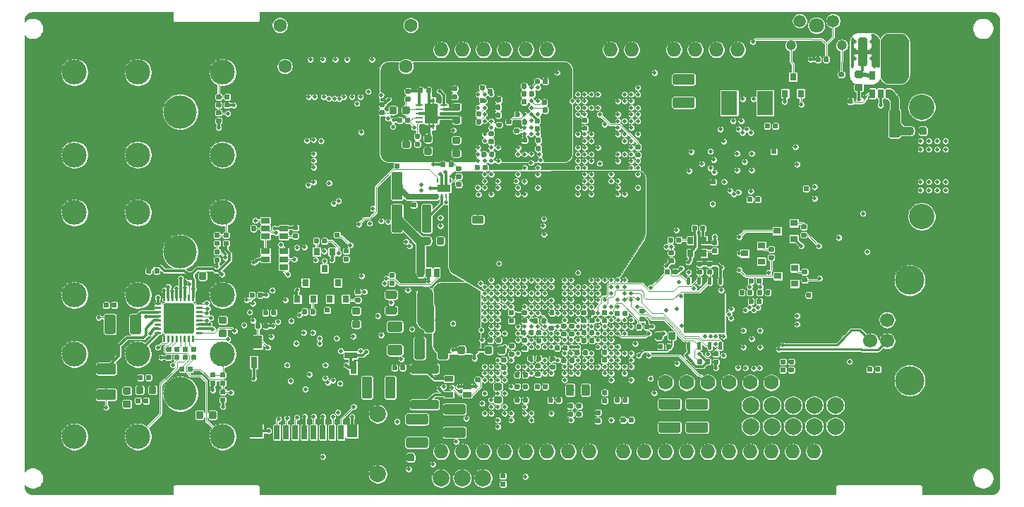
<source format=gbr>
G04 #@! TF.GenerationSoftware,KiCad,Pcbnew,(5.0.1)-rc2*
G04 #@! TF.CreationDate,2021-03-03T09:19:06-05:00*
G04 #@! TF.ProjectId,DFTBoard,444654426F6172642E6B696361645F70,rev?*
G04 #@! TF.SameCoordinates,Original*
G04 #@! TF.FileFunction,Copper,L8,Bot,Plane*
G04 #@! TF.FilePolarity,Positive*
%FSLAX46Y46*%
G04 Gerber Fmt 4.6, Leading zero omitted, Abs format (unit mm)*
G04 Created by KiCad (PCBNEW (5.0.1)-rc2) date 3/3/2021 9:19:06 AM*
%MOMM*%
%LPD*%
G01*
G04 APERTURE LIST*
G04 #@! TA.AperFunction,ComponentPad*
%ADD10C,3.048000*%
G04 #@! TD*
G04 #@! TA.AperFunction,Conductor*
%ADD11C,0.125000*%
G04 #@! TD*
G04 #@! TA.AperFunction,SMDPad,CuDef*
%ADD12C,0.590000*%
G04 #@! TD*
G04 #@! TA.AperFunction,SMDPad,CuDef*
%ADD13C,1.250000*%
G04 #@! TD*
G04 #@! TA.AperFunction,ComponentPad*
%ADD14O,1.727200X1.727200*%
G04 #@! TD*
G04 #@! TA.AperFunction,ComponentPad*
%ADD15C,2.000000*%
G04 #@! TD*
G04 #@! TA.AperFunction,ComponentPad*
%ADD16C,1.778000*%
G04 #@! TD*
G04 #@! TA.AperFunction,SMDPad,CuDef*
%ADD17R,0.850000X0.280000*%
G04 #@! TD*
G04 #@! TA.AperFunction,SMDPad,CuDef*
%ADD18R,1.650000X2.400000*%
G04 #@! TD*
G04 #@! TA.AperFunction,SMDPad,CuDef*
%ADD19R,0.280000X0.700000*%
G04 #@! TD*
G04 #@! TA.AperFunction,ComponentPad*
%ADD20C,1.200000*%
G04 #@! TD*
G04 #@! TA.AperFunction,ComponentPad*
%ADD21C,1.500000*%
G04 #@! TD*
G04 #@! TA.AperFunction,ComponentPad*
%ADD22C,1.800000*%
G04 #@! TD*
G04 #@! TA.AperFunction,ComponentPad*
%ADD23C,3.000000*%
G04 #@! TD*
G04 #@! TA.AperFunction,ComponentPad*
%ADD24C,4.000000*%
G04 #@! TD*
G04 #@! TA.AperFunction,SMDPad,CuDef*
%ADD25C,0.875000*%
G04 #@! TD*
G04 #@! TA.AperFunction,SMDPad,CuDef*
%ADD26C,1.325000*%
G04 #@! TD*
G04 #@! TA.AperFunction,SMDPad,CuDef*
%ADD27R,0.800000X1.400000*%
G04 #@! TD*
G04 #@! TA.AperFunction,SMDPad,CuDef*
%ADD28R,1.000000X1.550000*%
G04 #@! TD*
G04 #@! TA.AperFunction,SMDPad,CuDef*
%ADD29R,1.500000X0.800000*%
G04 #@! TD*
G04 #@! TA.AperFunction,SMDPad,CuDef*
%ADD30R,0.800000X1.500000*%
G04 #@! TD*
G04 #@! TA.AperFunction,SMDPad,CuDef*
%ADD31R,1.500000X1.500000*%
G04 #@! TD*
G04 #@! TA.AperFunction,SMDPad,CuDef*
%ADD32R,1.300000X1.500000*%
G04 #@! TD*
G04 #@! TA.AperFunction,SMDPad,CuDef*
%ADD33R,0.700000X1.750000*%
G04 #@! TD*
G04 #@! TA.AperFunction,SMDPad,CuDef*
%ADD34C,1.125000*%
G04 #@! TD*
G04 #@! TA.AperFunction,SMDPad,CuDef*
%ADD35R,0.900000X0.800000*%
G04 #@! TD*
G04 #@! TA.AperFunction,SMDPad,CuDef*
%ADD36R,0.800000X0.900000*%
G04 #@! TD*
G04 #@! TA.AperFunction,SMDPad,CuDef*
%ADD37R,1.060000X0.650000*%
G04 #@! TD*
G04 #@! TA.AperFunction,SMDPad,CuDef*
%ADD38R,0.650000X1.060000*%
G04 #@! TD*
G04 #@! TA.AperFunction,SMDPad,CuDef*
%ADD39R,0.250000X0.500000*%
G04 #@! TD*
G04 #@! TA.AperFunction,SMDPad,CuDef*
%ADD40R,1.600000X0.900000*%
G04 #@! TD*
G04 #@! TA.AperFunction,SMDPad,CuDef*
%ADD41R,1.950000X2.950000*%
G04 #@! TD*
G04 #@! TA.AperFunction,SMDPad,CuDef*
%ADD42C,3.650000*%
G04 #@! TD*
G04 #@! TA.AperFunction,SMDPad,CuDef*
%ADD43C,0.250000*%
G04 #@! TD*
G04 #@! TA.AperFunction,SMDPad,CuDef*
%ADD44R,0.650000X0.850000*%
G04 #@! TD*
G04 #@! TA.AperFunction,SMDPad,CuDef*
%ADD45C,0.975000*%
G04 #@! TD*
G04 #@! TA.AperFunction,ComponentPad*
%ADD46R,1.700000X1.700000*%
G04 #@! TD*
G04 #@! TA.AperFunction,ComponentPad*
%ADD47C,1.700000*%
G04 #@! TD*
G04 #@! TA.AperFunction,ComponentPad*
%ADD48C,3.500000*%
G04 #@! TD*
G04 #@! TA.AperFunction,ComponentPad*
%ADD49C,1.600000*%
G04 #@! TD*
G04 #@! TA.AperFunction,SMDPad,CuDef*
%ADD50C,1.350000*%
G04 #@! TD*
G04 #@! TA.AperFunction,Conductor*
%ADD51R,4.900000X4.750000*%
G04 #@! TD*
G04 #@! TA.AperFunction,SMDPad,CuDef*
%ADD52C,0.450000*%
G04 #@! TD*
G04 #@! TA.AperFunction,ViaPad*
%ADD53C,0.480000*%
G04 #@! TD*
G04 #@! TA.AperFunction,Conductor*
%ADD54C,0.300000*%
G04 #@! TD*
G04 #@! TA.AperFunction,Conductor*
%ADD55C,0.102000*%
G04 #@! TD*
G04 #@! TA.AperFunction,Conductor*
%ADD56C,0.280000*%
G04 #@! TD*
G04 #@! TA.AperFunction,Conductor*
%ADD57C,0.130000*%
G04 #@! TD*
G04 #@! TA.AperFunction,Conductor*
%ADD58C,1.000000*%
G04 #@! TD*
G04 #@! TA.AperFunction,Conductor*
%ADD59C,0.700000*%
G04 #@! TD*
G04 #@! TA.AperFunction,Conductor*
%ADD60C,0.254000*%
G04 #@! TD*
G04 APERTURE END LIST*
D10*
G04 #@! TO.P,J6,5*
G04 #@! TO.N,GND*
X209641220Y-125570980D03*
X209641220Y-112429020D03*
G04 #@! TD*
D11*
G04 #@! TO.N,GND*
G04 #@! TO.C,C116*
G36*
X160636958Y-141790710D02*
X160651276Y-141792834D01*
X160665317Y-141796351D01*
X160678946Y-141801228D01*
X160692031Y-141807417D01*
X160704447Y-141814858D01*
X160716073Y-141823481D01*
X160726798Y-141833202D01*
X160736519Y-141843927D01*
X160745142Y-141855553D01*
X160752583Y-141867969D01*
X160758772Y-141881054D01*
X160763649Y-141894683D01*
X160767166Y-141908724D01*
X160769290Y-141923042D01*
X160770000Y-141937500D01*
X160770000Y-142232500D01*
X160769290Y-142246958D01*
X160767166Y-142261276D01*
X160763649Y-142275317D01*
X160758772Y-142288946D01*
X160752583Y-142302031D01*
X160745142Y-142314447D01*
X160736519Y-142326073D01*
X160726798Y-142336798D01*
X160716073Y-142346519D01*
X160704447Y-142355142D01*
X160692031Y-142362583D01*
X160678946Y-142368772D01*
X160665317Y-142373649D01*
X160651276Y-142377166D01*
X160636958Y-142379290D01*
X160622500Y-142380000D01*
X160277500Y-142380000D01*
X160263042Y-142379290D01*
X160248724Y-142377166D01*
X160234683Y-142373649D01*
X160221054Y-142368772D01*
X160207969Y-142362583D01*
X160195553Y-142355142D01*
X160183927Y-142346519D01*
X160173202Y-142336798D01*
X160163481Y-142326073D01*
X160154858Y-142314447D01*
X160147417Y-142302031D01*
X160141228Y-142288946D01*
X160136351Y-142275317D01*
X160132834Y-142261276D01*
X160130710Y-142246958D01*
X160130000Y-142232500D01*
X160130000Y-141937500D01*
X160130710Y-141923042D01*
X160132834Y-141908724D01*
X160136351Y-141894683D01*
X160141228Y-141881054D01*
X160147417Y-141867969D01*
X160154858Y-141855553D01*
X160163481Y-141843927D01*
X160173202Y-141833202D01*
X160183927Y-141823481D01*
X160195553Y-141814858D01*
X160207969Y-141807417D01*
X160221054Y-141801228D01*
X160234683Y-141796351D01*
X160248724Y-141792834D01*
X160263042Y-141790710D01*
X160277500Y-141790000D01*
X160622500Y-141790000D01*
X160636958Y-141790710D01*
X160636958Y-141790710D01*
G37*
D12*
G04 #@! TD*
G04 #@! TO.P,C116,2*
G04 #@! TO.N,GND*
X160450000Y-142085000D03*
D11*
G04 #@! TO.N,+3V3*
G04 #@! TO.C,C116*
G36*
X160636958Y-140820710D02*
X160651276Y-140822834D01*
X160665317Y-140826351D01*
X160678946Y-140831228D01*
X160692031Y-140837417D01*
X160704447Y-140844858D01*
X160716073Y-140853481D01*
X160726798Y-140863202D01*
X160736519Y-140873927D01*
X160745142Y-140885553D01*
X160752583Y-140897969D01*
X160758772Y-140911054D01*
X160763649Y-140924683D01*
X160767166Y-140938724D01*
X160769290Y-140953042D01*
X160770000Y-140967500D01*
X160770000Y-141262500D01*
X160769290Y-141276958D01*
X160767166Y-141291276D01*
X160763649Y-141305317D01*
X160758772Y-141318946D01*
X160752583Y-141332031D01*
X160745142Y-141344447D01*
X160736519Y-141356073D01*
X160726798Y-141366798D01*
X160716073Y-141376519D01*
X160704447Y-141385142D01*
X160692031Y-141392583D01*
X160678946Y-141398772D01*
X160665317Y-141403649D01*
X160651276Y-141407166D01*
X160636958Y-141409290D01*
X160622500Y-141410000D01*
X160277500Y-141410000D01*
X160263042Y-141409290D01*
X160248724Y-141407166D01*
X160234683Y-141403649D01*
X160221054Y-141398772D01*
X160207969Y-141392583D01*
X160195553Y-141385142D01*
X160183927Y-141376519D01*
X160173202Y-141366798D01*
X160163481Y-141356073D01*
X160154858Y-141344447D01*
X160147417Y-141332031D01*
X160141228Y-141318946D01*
X160136351Y-141305317D01*
X160132834Y-141291276D01*
X160130710Y-141276958D01*
X160130000Y-141262500D01*
X160130000Y-140967500D01*
X160130710Y-140953042D01*
X160132834Y-140938724D01*
X160136351Y-140924683D01*
X160141228Y-140911054D01*
X160147417Y-140897969D01*
X160154858Y-140885553D01*
X160163481Y-140873927D01*
X160173202Y-140863202D01*
X160183927Y-140853481D01*
X160195553Y-140844858D01*
X160207969Y-140837417D01*
X160221054Y-140831228D01*
X160234683Y-140826351D01*
X160248724Y-140822834D01*
X160263042Y-140820710D01*
X160277500Y-140820000D01*
X160622500Y-140820000D01*
X160636958Y-140820710D01*
X160636958Y-140820710D01*
G37*
D12*
G04 #@! TD*
G04 #@! TO.P,C116,1*
G04 #@! TO.N,+3V3*
X160450000Y-141115000D03*
D11*
G04 #@! TO.N,+1V0*
G04 #@! TO.C,C24*
G36*
X159686958Y-143465710D02*
X159701276Y-143467834D01*
X159715317Y-143471351D01*
X159728946Y-143476228D01*
X159742031Y-143482417D01*
X159754447Y-143489858D01*
X159766073Y-143498481D01*
X159776798Y-143508202D01*
X159786519Y-143518927D01*
X159795142Y-143530553D01*
X159802583Y-143542969D01*
X159808772Y-143556054D01*
X159813649Y-143569683D01*
X159817166Y-143583724D01*
X159819290Y-143598042D01*
X159820000Y-143612500D01*
X159820000Y-143907500D01*
X159819290Y-143921958D01*
X159817166Y-143936276D01*
X159813649Y-143950317D01*
X159808772Y-143963946D01*
X159802583Y-143977031D01*
X159795142Y-143989447D01*
X159786519Y-144001073D01*
X159776798Y-144011798D01*
X159766073Y-144021519D01*
X159754447Y-144030142D01*
X159742031Y-144037583D01*
X159728946Y-144043772D01*
X159715317Y-144048649D01*
X159701276Y-144052166D01*
X159686958Y-144054290D01*
X159672500Y-144055000D01*
X159327500Y-144055000D01*
X159313042Y-144054290D01*
X159298724Y-144052166D01*
X159284683Y-144048649D01*
X159271054Y-144043772D01*
X159257969Y-144037583D01*
X159245553Y-144030142D01*
X159233927Y-144021519D01*
X159223202Y-144011798D01*
X159213481Y-144001073D01*
X159204858Y-143989447D01*
X159197417Y-143977031D01*
X159191228Y-143963946D01*
X159186351Y-143950317D01*
X159182834Y-143936276D01*
X159180710Y-143921958D01*
X159180000Y-143907500D01*
X159180000Y-143612500D01*
X159180710Y-143598042D01*
X159182834Y-143583724D01*
X159186351Y-143569683D01*
X159191228Y-143556054D01*
X159197417Y-143542969D01*
X159204858Y-143530553D01*
X159213481Y-143518927D01*
X159223202Y-143508202D01*
X159233927Y-143498481D01*
X159245553Y-143489858D01*
X159257969Y-143482417D01*
X159271054Y-143476228D01*
X159284683Y-143471351D01*
X159298724Y-143467834D01*
X159313042Y-143465710D01*
X159327500Y-143465000D01*
X159672500Y-143465000D01*
X159686958Y-143465710D01*
X159686958Y-143465710D01*
G37*
D12*
G04 #@! TD*
G04 #@! TO.P,C24,1*
G04 #@! TO.N,+1V0*
X159500000Y-143760000D03*
D11*
G04 #@! TO.N,GND*
G04 #@! TO.C,C24*
G36*
X159686958Y-142495710D02*
X159701276Y-142497834D01*
X159715317Y-142501351D01*
X159728946Y-142506228D01*
X159742031Y-142512417D01*
X159754447Y-142519858D01*
X159766073Y-142528481D01*
X159776798Y-142538202D01*
X159786519Y-142548927D01*
X159795142Y-142560553D01*
X159802583Y-142572969D01*
X159808772Y-142586054D01*
X159813649Y-142599683D01*
X159817166Y-142613724D01*
X159819290Y-142628042D01*
X159820000Y-142642500D01*
X159820000Y-142937500D01*
X159819290Y-142951958D01*
X159817166Y-142966276D01*
X159813649Y-142980317D01*
X159808772Y-142993946D01*
X159802583Y-143007031D01*
X159795142Y-143019447D01*
X159786519Y-143031073D01*
X159776798Y-143041798D01*
X159766073Y-143051519D01*
X159754447Y-143060142D01*
X159742031Y-143067583D01*
X159728946Y-143073772D01*
X159715317Y-143078649D01*
X159701276Y-143082166D01*
X159686958Y-143084290D01*
X159672500Y-143085000D01*
X159327500Y-143085000D01*
X159313042Y-143084290D01*
X159298724Y-143082166D01*
X159284683Y-143078649D01*
X159271054Y-143073772D01*
X159257969Y-143067583D01*
X159245553Y-143060142D01*
X159233927Y-143051519D01*
X159223202Y-143041798D01*
X159213481Y-143031073D01*
X159204858Y-143019447D01*
X159197417Y-143007031D01*
X159191228Y-142993946D01*
X159186351Y-142980317D01*
X159182834Y-142966276D01*
X159180710Y-142951958D01*
X159180000Y-142937500D01*
X159180000Y-142642500D01*
X159180710Y-142628042D01*
X159182834Y-142613724D01*
X159186351Y-142599683D01*
X159191228Y-142586054D01*
X159197417Y-142572969D01*
X159204858Y-142560553D01*
X159213481Y-142548927D01*
X159223202Y-142538202D01*
X159233927Y-142528481D01*
X159245553Y-142519858D01*
X159257969Y-142512417D01*
X159271054Y-142506228D01*
X159284683Y-142501351D01*
X159298724Y-142497834D01*
X159313042Y-142495710D01*
X159327500Y-142495000D01*
X159672500Y-142495000D01*
X159686958Y-142495710D01*
X159686958Y-142495710D01*
G37*
D12*
G04 #@! TD*
G04 #@! TO.P,C24,2*
G04 #@! TO.N,GND*
X159500000Y-142790000D03*
D11*
G04 #@! TO.N,GND*
G04 #@! TO.C,C22*
G36*
X147099504Y-140976204D02*
X147123773Y-140979804D01*
X147147571Y-140985765D01*
X147170671Y-140994030D01*
X147192849Y-141004520D01*
X147213893Y-141017133D01*
X147233598Y-141031747D01*
X147251777Y-141048223D01*
X147268253Y-141066402D01*
X147282867Y-141086107D01*
X147295480Y-141107151D01*
X147305970Y-141129329D01*
X147314235Y-141152429D01*
X147320196Y-141176227D01*
X147323796Y-141200496D01*
X147325000Y-141225000D01*
X147325000Y-141975000D01*
X147323796Y-141999504D01*
X147320196Y-142023773D01*
X147314235Y-142047571D01*
X147305970Y-142070671D01*
X147295480Y-142092849D01*
X147282867Y-142113893D01*
X147268253Y-142133598D01*
X147251777Y-142151777D01*
X147233598Y-142168253D01*
X147213893Y-142182867D01*
X147192849Y-142195480D01*
X147170671Y-142205970D01*
X147147571Y-142214235D01*
X147123773Y-142220196D01*
X147099504Y-142223796D01*
X147075000Y-142225000D01*
X145825000Y-142225000D01*
X145800496Y-142223796D01*
X145776227Y-142220196D01*
X145752429Y-142214235D01*
X145729329Y-142205970D01*
X145707151Y-142195480D01*
X145686107Y-142182867D01*
X145666402Y-142168253D01*
X145648223Y-142151777D01*
X145631747Y-142133598D01*
X145617133Y-142113893D01*
X145604520Y-142092849D01*
X145594030Y-142070671D01*
X145585765Y-142047571D01*
X145579804Y-142023773D01*
X145576204Y-141999504D01*
X145575000Y-141975000D01*
X145575000Y-141225000D01*
X145576204Y-141200496D01*
X145579804Y-141176227D01*
X145585765Y-141152429D01*
X145594030Y-141129329D01*
X145604520Y-141107151D01*
X145617133Y-141086107D01*
X145631747Y-141066402D01*
X145648223Y-141048223D01*
X145666402Y-141031747D01*
X145686107Y-141017133D01*
X145707151Y-141004520D01*
X145729329Y-140994030D01*
X145752429Y-140985765D01*
X145776227Y-140979804D01*
X145800496Y-140976204D01*
X145825000Y-140975000D01*
X147075000Y-140975000D01*
X147099504Y-140976204D01*
X147099504Y-140976204D01*
G37*
D13*
G04 #@! TD*
G04 #@! TO.P,C22,2*
G04 #@! TO.N,GND*
X146450000Y-141600000D03*
D11*
G04 #@! TO.N,+1V8*
G04 #@! TO.C,C22*
G36*
X147099504Y-138176204D02*
X147123773Y-138179804D01*
X147147571Y-138185765D01*
X147170671Y-138194030D01*
X147192849Y-138204520D01*
X147213893Y-138217133D01*
X147233598Y-138231747D01*
X147251777Y-138248223D01*
X147268253Y-138266402D01*
X147282867Y-138286107D01*
X147295480Y-138307151D01*
X147305970Y-138329329D01*
X147314235Y-138352429D01*
X147320196Y-138376227D01*
X147323796Y-138400496D01*
X147325000Y-138425000D01*
X147325000Y-139175000D01*
X147323796Y-139199504D01*
X147320196Y-139223773D01*
X147314235Y-139247571D01*
X147305970Y-139270671D01*
X147295480Y-139292849D01*
X147282867Y-139313893D01*
X147268253Y-139333598D01*
X147251777Y-139351777D01*
X147233598Y-139368253D01*
X147213893Y-139382867D01*
X147192849Y-139395480D01*
X147170671Y-139405970D01*
X147147571Y-139414235D01*
X147123773Y-139420196D01*
X147099504Y-139423796D01*
X147075000Y-139425000D01*
X145825000Y-139425000D01*
X145800496Y-139423796D01*
X145776227Y-139420196D01*
X145752429Y-139414235D01*
X145729329Y-139405970D01*
X145707151Y-139395480D01*
X145686107Y-139382867D01*
X145666402Y-139368253D01*
X145648223Y-139351777D01*
X145631747Y-139333598D01*
X145617133Y-139313893D01*
X145604520Y-139292849D01*
X145594030Y-139270671D01*
X145585765Y-139247571D01*
X145579804Y-139223773D01*
X145576204Y-139199504D01*
X145575000Y-139175000D01*
X145575000Y-138425000D01*
X145576204Y-138400496D01*
X145579804Y-138376227D01*
X145585765Y-138352429D01*
X145594030Y-138329329D01*
X145604520Y-138307151D01*
X145617133Y-138286107D01*
X145631747Y-138266402D01*
X145648223Y-138248223D01*
X145666402Y-138231747D01*
X145686107Y-138217133D01*
X145707151Y-138204520D01*
X145729329Y-138194030D01*
X145752429Y-138185765D01*
X145776227Y-138179804D01*
X145800496Y-138176204D01*
X145825000Y-138175000D01*
X147075000Y-138175000D01*
X147099504Y-138176204D01*
X147099504Y-138176204D01*
G37*
D13*
G04 #@! TD*
G04 #@! TO.P,C22,1*
G04 #@! TO.N,+1V8*
X146450000Y-138800000D03*
D14*
G04 #@! TO.P,XA1,A5*
G04 #@! TO.N,LCD_D4*
X152000000Y-105540000D03*
G04 #@! TO.P,XA1,A4*
G04 #@! TO.N,LCD_D5*
X154540000Y-105540000D03*
G04 #@! TO.P,XA1,A3*
G04 #@! TO.N,LCD_D6*
X157080000Y-105540000D03*
G04 #@! TO.P,XA1,A2*
G04 #@! TO.N,LCD_D7*
X159620000Y-105540000D03*
G04 #@! TO.P,XA1,A1*
G04 #@! TO.N,LCD_D8*
X162160000Y-105540000D03*
G04 #@! TO.P,XA1,*
G04 #@! TO.N,*
X187560000Y-105540000D03*
G04 #@! TO.P,XA1,D11*
G04 #@! TO.N,LCD_D20*
X181464000Y-153800000D03*
G04 #@! TO.P,XA1,D12*
G04 #@! TO.N,LCD_D21*
X184004000Y-153800000D03*
G04 #@! TO.P,XA1,D13*
G04 #@! TO.N,LCD_D22*
X186544000Y-153800000D03*
G04 #@! TO.P,XA1,AREF*
G04 #@! TO.N,LCD_D10*
X191624000Y-153800000D03*
G04 #@! TO.P,XA1,SDA*
G04 #@! TO.N,LCD_D3*
X194164000Y-153800000D03*
G04 #@! TO.P,XA1,SCL*
G04 #@! TO.N,LCD_D2*
X196704000Y-153800000D03*
G04 #@! TO.P,XA1,D10*
G04 #@! TO.N,LCD_D19*
X178924000Y-153800000D03*
G04 #@! TO.P,XA1,D9*
G04 #@! TO.N,LCD_D18*
X176384000Y-153800000D03*
G04 #@! TO.P,XA1,D8*
G04 #@! TO.N,LCD_D17*
X173844000Y-153800000D03*
G04 #@! TO.P,XA1,GND1*
G04 #@! TO.N,GND*
X189084000Y-153800000D03*
G04 #@! TO.P,XA1,D7*
G04 #@! TO.N,LCD_D16*
X169780000Y-153800000D03*
G04 #@! TO.P,XA1,D6*
G04 #@! TO.N,LCD_D15*
X167240000Y-153800000D03*
G04 #@! TO.P,XA1,D5*
G04 #@! TO.N,LCD_D14*
X164700000Y-153800000D03*
G04 #@! TO.P,XA1,D4*
G04 #@! TO.N,LCD_D13*
X162160000Y-153800000D03*
G04 #@! TO.P,XA1,D3*
G04 #@! TO.N,LCD_D12*
X159620000Y-153800000D03*
G04 #@! TO.P,XA1,D2*
G04 #@! TO.N,LCD_D11*
X157080000Y-153800000D03*
G04 #@! TO.P,XA1,D1*
G04 #@! TO.N,LCD_D1*
X154540000Y-153800000D03*
G04 #@! TO.P,XA1,D0*
G04 #@! TO.N,LCD_D0*
X152000000Y-153800000D03*
G04 #@! TO.P,XA1,IORF*
G04 #@! TO.N,+3V3*
X185020000Y-105540000D03*
G04 #@! TO.P,XA1,RST1*
G04 #@! TO.N,LCD_D23*
X182480000Y-105540000D03*
G04 #@! TO.P,XA1,3V3*
G04 #@! TO.N,+3V3*
X179940000Y-105540000D03*
G04 #@! TO.P,XA1,5V1*
G04 #@! TO.N,+5V*
X177400000Y-105540000D03*
G04 #@! TO.P,XA1,GND2*
G04 #@! TO.N,GND*
X174860000Y-105540000D03*
G04 #@! TO.P,XA1,GND3*
X172320000Y-105540000D03*
G04 #@! TO.P,XA1,VIN*
G04 #@! TO.N,+5V*
X169780000Y-105540000D03*
G04 #@! TO.P,XA1,A0*
G04 #@! TO.N,LCD_D9*
X164700000Y-105540000D03*
G04 #@! TD*
D15*
G04 #@! TO.P,CON1,5*
G04 #@! TO.N,AX_TMS*
X194200000Y-150770000D03*
G04 #@! TO.P,CON1,6*
G04 #@! TO.N,N/C*
X194200000Y-148230000D03*
G04 #@! TO.P,CON1,8*
X196740000Y-148230000D03*
G04 #@! TO.P,CON1,10*
G04 #@! TO.N,GND*
X199280000Y-148230000D03*
G04 #@! TO.P,CON1,9*
G04 #@! TO.N,AX_TDI*
X199280000Y-150770000D03*
G04 #@! TO.P,CON1,7*
G04 #@! TO.N,N/C*
X196740000Y-150770000D03*
G04 #@! TO.P,CON1,3*
G04 #@! TO.N,AX_TDO*
X191660000Y-150770000D03*
G04 #@! TO.P,CON1,4*
G04 #@! TO.N,+1V8*
X191660000Y-148230000D03*
G04 #@! TO.P,CON1,2*
G04 #@! TO.N,GND*
X189120000Y-148230000D03*
G04 #@! TO.P,CON1,1*
G04 #@! TO.N,AX_TCLK*
X189120000Y-150770000D03*
G04 #@! TD*
D16*
G04 #@! TO.P,U17,6*
G04 #@! TO.N,N/C*
X178900000Y-145500000D03*
G04 #@! TO.P,U17,5*
G04 #@! TO.N,UART33_TX*
X181440000Y-145500000D03*
G04 #@! TO.P,U17,4*
G04 #@! TO.N,UART33_RX*
X183980000Y-145500000D03*
G04 #@! TO.P,U17,3*
G04 #@! TO.N,+3V3*
X186520000Y-145500000D03*
G04 #@! TO.P,U17,2*
G04 #@! TO.N,N/C*
X189060000Y-145500000D03*
G04 #@! TO.P,U17,1*
G04 #@! TO.N,GND*
X191600000Y-145500000D03*
G04 #@! TD*
D17*
G04 #@! TO.P,U8,1*
G04 #@! TO.N,/DDR3/VREF*
X152315000Y-112210000D03*
G04 #@! TO.P,U8,2*
G04 #@! TO.N,+1V35*
X152315000Y-112710000D03*
G04 #@! TO.P,U8,3*
G04 #@! TO.N,DDR3_VTT*
X152315000Y-113210000D03*
G04 #@! TO.P,U8,4*
G04 #@! TO.N,GND*
X152315000Y-113710000D03*
G04 #@! TO.P,U8,5*
G04 #@! TO.N,DDR3_VTT*
X152315000Y-114210000D03*
G04 #@! TO.P,U8,6*
G04 #@! TO.N,Net-(C131-Pad1)*
X149365000Y-114210000D03*
G04 #@! TO.P,U8,7*
G04 #@! TO.N,DDR3_VTT_EN*
X149365000Y-113710000D03*
G04 #@! TO.P,U8,8*
G04 #@! TO.N,GND*
X149365000Y-113210000D03*
G04 #@! TO.P,U8,9*
G04 #@! TO.N,Net-(D7-Pad1)*
X149365000Y-112710000D03*
G04 #@! TO.P,U8,10*
G04 #@! TO.N,+3V3*
X149365000Y-112210000D03*
D18*
G04 #@! TO.P,U8,11*
G04 #@! TO.N,GND*
X150840000Y-113210000D03*
D19*
X151090000Y-111660000D03*
X151090000Y-114760000D03*
X150590000Y-111660000D03*
X150590000Y-114760000D03*
G04 #@! TD*
D20*
G04 #@! TO.P,SW1,4*
G04 #@! TO.N,/Sensors/TEMPO_LED_R*
X200050000Y-105025000D03*
G04 #@! TO.P,SW1,3*
G04 #@! TO.N,/Sensors/TEMPO_LED_D*
X193950000Y-105025000D03*
D21*
G04 #@! TO.P,SW1,2*
G04 #@! TO.N,TEMPO_SW*
X199000000Y-102075000D03*
D22*
G04 #@! TO.P,SW1,~*
G04 #@! TO.N,N/C*
X197000000Y-102625000D03*
D21*
G04 #@! TO.P,SW1,1*
G04 #@! TO.N,GND*
X195000000Y-102075000D03*
G04 #@! TD*
D11*
G04 #@! TO.N,GND*
G04 #@! TO.C,C113*
G36*
X182199504Y-111276204D02*
X182223773Y-111279804D01*
X182247571Y-111285765D01*
X182270671Y-111294030D01*
X182292849Y-111304520D01*
X182313893Y-111317133D01*
X182333598Y-111331747D01*
X182351777Y-111348223D01*
X182368253Y-111366402D01*
X182382867Y-111386107D01*
X182395480Y-111407151D01*
X182405970Y-111429329D01*
X182414235Y-111452429D01*
X182420196Y-111476227D01*
X182423796Y-111500496D01*
X182425000Y-111525000D01*
X182425000Y-112275000D01*
X182423796Y-112299504D01*
X182420196Y-112323773D01*
X182414235Y-112347571D01*
X182405970Y-112370671D01*
X182395480Y-112392849D01*
X182382867Y-112413893D01*
X182368253Y-112433598D01*
X182351777Y-112451777D01*
X182333598Y-112468253D01*
X182313893Y-112482867D01*
X182292849Y-112495480D01*
X182270671Y-112505970D01*
X182247571Y-112514235D01*
X182223773Y-112520196D01*
X182199504Y-112523796D01*
X182175000Y-112525000D01*
X180025000Y-112525000D01*
X180000496Y-112523796D01*
X179976227Y-112520196D01*
X179952429Y-112514235D01*
X179929329Y-112505970D01*
X179907151Y-112495480D01*
X179886107Y-112482867D01*
X179866402Y-112468253D01*
X179848223Y-112451777D01*
X179831747Y-112433598D01*
X179817133Y-112413893D01*
X179804520Y-112392849D01*
X179794030Y-112370671D01*
X179785765Y-112347571D01*
X179779804Y-112323773D01*
X179776204Y-112299504D01*
X179775000Y-112275000D01*
X179775000Y-111525000D01*
X179776204Y-111500496D01*
X179779804Y-111476227D01*
X179785765Y-111452429D01*
X179794030Y-111429329D01*
X179804520Y-111407151D01*
X179817133Y-111386107D01*
X179831747Y-111366402D01*
X179848223Y-111348223D01*
X179866402Y-111331747D01*
X179886107Y-111317133D01*
X179907151Y-111304520D01*
X179929329Y-111294030D01*
X179952429Y-111285765D01*
X179976227Y-111279804D01*
X180000496Y-111276204D01*
X180025000Y-111275000D01*
X182175000Y-111275000D01*
X182199504Y-111276204D01*
X182199504Y-111276204D01*
G37*
D13*
G04 #@! TD*
G04 #@! TO.P,C113,2*
G04 #@! TO.N,GND*
X181100000Y-111900000D03*
D11*
G04 #@! TO.N,+3V3*
G04 #@! TO.C,C113*
G36*
X182199504Y-108476204D02*
X182223773Y-108479804D01*
X182247571Y-108485765D01*
X182270671Y-108494030D01*
X182292849Y-108504520D01*
X182313893Y-108517133D01*
X182333598Y-108531747D01*
X182351777Y-108548223D01*
X182368253Y-108566402D01*
X182382867Y-108586107D01*
X182395480Y-108607151D01*
X182405970Y-108629329D01*
X182414235Y-108652429D01*
X182420196Y-108676227D01*
X182423796Y-108700496D01*
X182425000Y-108725000D01*
X182425000Y-109475000D01*
X182423796Y-109499504D01*
X182420196Y-109523773D01*
X182414235Y-109547571D01*
X182405970Y-109570671D01*
X182395480Y-109592849D01*
X182382867Y-109613893D01*
X182368253Y-109633598D01*
X182351777Y-109651777D01*
X182333598Y-109668253D01*
X182313893Y-109682867D01*
X182292849Y-109695480D01*
X182270671Y-109705970D01*
X182247571Y-109714235D01*
X182223773Y-109720196D01*
X182199504Y-109723796D01*
X182175000Y-109725000D01*
X180025000Y-109725000D01*
X180000496Y-109723796D01*
X179976227Y-109720196D01*
X179952429Y-109714235D01*
X179929329Y-109705970D01*
X179907151Y-109695480D01*
X179886107Y-109682867D01*
X179866402Y-109668253D01*
X179848223Y-109651777D01*
X179831747Y-109633598D01*
X179817133Y-109613893D01*
X179804520Y-109592849D01*
X179794030Y-109570671D01*
X179785765Y-109547571D01*
X179779804Y-109523773D01*
X179776204Y-109499504D01*
X179775000Y-109475000D01*
X179775000Y-108725000D01*
X179776204Y-108700496D01*
X179779804Y-108676227D01*
X179785765Y-108652429D01*
X179794030Y-108629329D01*
X179804520Y-108607151D01*
X179817133Y-108586107D01*
X179831747Y-108566402D01*
X179848223Y-108548223D01*
X179866402Y-108531747D01*
X179886107Y-108517133D01*
X179907151Y-108504520D01*
X179929329Y-108494030D01*
X179952429Y-108485765D01*
X179976227Y-108479804D01*
X180000496Y-108476204D01*
X180025000Y-108475000D01*
X182175000Y-108475000D01*
X182199504Y-108476204D01*
X182199504Y-108476204D01*
G37*
D13*
G04 #@! TD*
G04 #@! TO.P,C113,1*
G04 #@! TO.N,+3V3*
X181100000Y-109100000D03*
D23*
G04 #@! TO.P,J4,S*
G04 #@! TO.N,GNDA*
X108000000Y-118160000D03*
G04 #@! TO.P,J4,R*
G04 #@! TO.N,ROUT_N*
X115620000Y-118160000D03*
G04 #@! TO.P,J4,T*
G04 #@! TO.N,ROUT_P*
X125780000Y-118160000D03*
G04 #@! TO.P,J4,TB*
G04 #@! TO.N,/Audio/RSWITCH*
X125780000Y-108250000D03*
G04 #@! TO.P,J4,RB*
G04 #@! TO.N,GNDA*
X115620000Y-108250000D03*
G04 #@! TO.P,J4,NC*
G04 #@! TO.N,N/C*
X108000000Y-108250000D03*
D24*
X120700000Y-113000000D03*
G04 #@! TD*
D23*
G04 #@! TO.P,J3,S*
G04 #@! TO.N,GNDA*
X108000000Y-135000000D03*
G04 #@! TO.P,J3,R*
G04 #@! TO.N,LOUT_N*
X115620000Y-135000000D03*
G04 #@! TO.P,J3,T*
G04 #@! TO.N,LOUT_P*
X125780000Y-135000000D03*
G04 #@! TO.P,J3,TB*
G04 #@! TO.N,/Audio/LSWITCH*
X125780000Y-125090000D03*
G04 #@! TO.P,J3,RB*
G04 #@! TO.N,GNDA*
X115620000Y-125090000D03*
G04 #@! TO.P,J3,NC*
G04 #@! TO.N,N/C*
X108000000Y-125090000D03*
D24*
X120700000Y-129840000D03*
G04 #@! TD*
D23*
G04 #@! TO.P,J2,S*
G04 #@! TO.N,GNDA*
X108000000Y-152000000D03*
G04 #@! TO.P,J2,R*
G04 #@! TO.N,/Audio/JACK_IN_N*
X115620000Y-152000000D03*
G04 #@! TO.P,J2,T*
G04 #@! TO.N,/Audio/JACK_IN_P*
X125780000Y-152000000D03*
G04 #@! TO.P,J2,TB*
G04 #@! TO.N,/Audio/INSWITCH*
X125780000Y-142090000D03*
G04 #@! TO.P,J2,RB*
G04 #@! TO.N,GNDA*
X115620000Y-142090000D03*
G04 #@! TO.P,J2,NC*
G04 #@! TO.N,N/C*
X108000000Y-142090000D03*
D24*
X120700000Y-146840000D03*
G04 #@! TD*
D11*
G04 #@! TO.N,Net-(C84-Pad2)*
G04 #@! TO.C,C84*
G36*
X188226958Y-134380710D02*
X188241276Y-134382834D01*
X188255317Y-134386351D01*
X188268946Y-134391228D01*
X188282031Y-134397417D01*
X188294447Y-134404858D01*
X188306073Y-134413481D01*
X188316798Y-134423202D01*
X188326519Y-134433927D01*
X188335142Y-134445553D01*
X188342583Y-134457969D01*
X188348772Y-134471054D01*
X188353649Y-134484683D01*
X188357166Y-134498724D01*
X188359290Y-134513042D01*
X188360000Y-134527500D01*
X188360000Y-134872500D01*
X188359290Y-134886958D01*
X188357166Y-134901276D01*
X188353649Y-134915317D01*
X188348772Y-134928946D01*
X188342583Y-134942031D01*
X188335142Y-134954447D01*
X188326519Y-134966073D01*
X188316798Y-134976798D01*
X188306073Y-134986519D01*
X188294447Y-134995142D01*
X188282031Y-135002583D01*
X188268946Y-135008772D01*
X188255317Y-135013649D01*
X188241276Y-135017166D01*
X188226958Y-135019290D01*
X188212500Y-135020000D01*
X187917500Y-135020000D01*
X187903042Y-135019290D01*
X187888724Y-135017166D01*
X187874683Y-135013649D01*
X187861054Y-135008772D01*
X187847969Y-135002583D01*
X187835553Y-134995142D01*
X187823927Y-134986519D01*
X187813202Y-134976798D01*
X187803481Y-134966073D01*
X187794858Y-134954447D01*
X187787417Y-134942031D01*
X187781228Y-134928946D01*
X187776351Y-134915317D01*
X187772834Y-134901276D01*
X187770710Y-134886958D01*
X187770000Y-134872500D01*
X187770000Y-134527500D01*
X187770710Y-134513042D01*
X187772834Y-134498724D01*
X187776351Y-134484683D01*
X187781228Y-134471054D01*
X187787417Y-134457969D01*
X187794858Y-134445553D01*
X187803481Y-134433927D01*
X187813202Y-134423202D01*
X187823927Y-134413481D01*
X187835553Y-134404858D01*
X187847969Y-134397417D01*
X187861054Y-134391228D01*
X187874683Y-134386351D01*
X187888724Y-134382834D01*
X187903042Y-134380710D01*
X187917500Y-134380000D01*
X188212500Y-134380000D01*
X188226958Y-134380710D01*
X188226958Y-134380710D01*
G37*
D12*
G04 #@! TD*
G04 #@! TO.P,C84,2*
G04 #@! TO.N,Net-(C84-Pad2)*
X188065000Y-134700000D03*
D11*
G04 #@! TO.N,GND*
G04 #@! TO.C,C84*
G36*
X189196958Y-134380710D02*
X189211276Y-134382834D01*
X189225317Y-134386351D01*
X189238946Y-134391228D01*
X189252031Y-134397417D01*
X189264447Y-134404858D01*
X189276073Y-134413481D01*
X189286798Y-134423202D01*
X189296519Y-134433927D01*
X189305142Y-134445553D01*
X189312583Y-134457969D01*
X189318772Y-134471054D01*
X189323649Y-134484683D01*
X189327166Y-134498724D01*
X189329290Y-134513042D01*
X189330000Y-134527500D01*
X189330000Y-134872500D01*
X189329290Y-134886958D01*
X189327166Y-134901276D01*
X189323649Y-134915317D01*
X189318772Y-134928946D01*
X189312583Y-134942031D01*
X189305142Y-134954447D01*
X189296519Y-134966073D01*
X189286798Y-134976798D01*
X189276073Y-134986519D01*
X189264447Y-134995142D01*
X189252031Y-135002583D01*
X189238946Y-135008772D01*
X189225317Y-135013649D01*
X189211276Y-135017166D01*
X189196958Y-135019290D01*
X189182500Y-135020000D01*
X188887500Y-135020000D01*
X188873042Y-135019290D01*
X188858724Y-135017166D01*
X188844683Y-135013649D01*
X188831054Y-135008772D01*
X188817969Y-135002583D01*
X188805553Y-134995142D01*
X188793927Y-134986519D01*
X188783202Y-134976798D01*
X188773481Y-134966073D01*
X188764858Y-134954447D01*
X188757417Y-134942031D01*
X188751228Y-134928946D01*
X188746351Y-134915317D01*
X188742834Y-134901276D01*
X188740710Y-134886958D01*
X188740000Y-134872500D01*
X188740000Y-134527500D01*
X188740710Y-134513042D01*
X188742834Y-134498724D01*
X188746351Y-134484683D01*
X188751228Y-134471054D01*
X188757417Y-134457969D01*
X188764858Y-134445553D01*
X188773481Y-134433927D01*
X188783202Y-134423202D01*
X188793927Y-134413481D01*
X188805553Y-134404858D01*
X188817969Y-134397417D01*
X188831054Y-134391228D01*
X188844683Y-134386351D01*
X188858724Y-134382834D01*
X188873042Y-134380710D01*
X188887500Y-134380000D01*
X189182500Y-134380000D01*
X189196958Y-134380710D01*
X189196958Y-134380710D01*
G37*
D12*
G04 #@! TD*
G04 #@! TO.P,C84,1*
G04 #@! TO.N,GND*
X189035000Y-134700000D03*
D11*
G04 #@! TO.N,Net-(C85-Pad2)*
G04 #@! TO.C,C85*
G36*
X191346958Y-134380710D02*
X191361276Y-134382834D01*
X191375317Y-134386351D01*
X191388946Y-134391228D01*
X191402031Y-134397417D01*
X191414447Y-134404858D01*
X191426073Y-134413481D01*
X191436798Y-134423202D01*
X191446519Y-134433927D01*
X191455142Y-134445553D01*
X191462583Y-134457969D01*
X191468772Y-134471054D01*
X191473649Y-134484683D01*
X191477166Y-134498724D01*
X191479290Y-134513042D01*
X191480000Y-134527500D01*
X191480000Y-134872500D01*
X191479290Y-134886958D01*
X191477166Y-134901276D01*
X191473649Y-134915317D01*
X191468772Y-134928946D01*
X191462583Y-134942031D01*
X191455142Y-134954447D01*
X191446519Y-134966073D01*
X191436798Y-134976798D01*
X191426073Y-134986519D01*
X191414447Y-134995142D01*
X191402031Y-135002583D01*
X191388946Y-135008772D01*
X191375317Y-135013649D01*
X191361276Y-135017166D01*
X191346958Y-135019290D01*
X191332500Y-135020000D01*
X191037500Y-135020000D01*
X191023042Y-135019290D01*
X191008724Y-135017166D01*
X190994683Y-135013649D01*
X190981054Y-135008772D01*
X190967969Y-135002583D01*
X190955553Y-134995142D01*
X190943927Y-134986519D01*
X190933202Y-134976798D01*
X190923481Y-134966073D01*
X190914858Y-134954447D01*
X190907417Y-134942031D01*
X190901228Y-134928946D01*
X190896351Y-134915317D01*
X190892834Y-134901276D01*
X190890710Y-134886958D01*
X190890000Y-134872500D01*
X190890000Y-134527500D01*
X190890710Y-134513042D01*
X190892834Y-134498724D01*
X190896351Y-134484683D01*
X190901228Y-134471054D01*
X190907417Y-134457969D01*
X190914858Y-134445553D01*
X190923481Y-134433927D01*
X190933202Y-134423202D01*
X190943927Y-134413481D01*
X190955553Y-134404858D01*
X190967969Y-134397417D01*
X190981054Y-134391228D01*
X190994683Y-134386351D01*
X191008724Y-134382834D01*
X191023042Y-134380710D01*
X191037500Y-134380000D01*
X191332500Y-134380000D01*
X191346958Y-134380710D01*
X191346958Y-134380710D01*
G37*
D12*
G04 #@! TD*
G04 #@! TO.P,C85,2*
G04 #@! TO.N,Net-(C85-Pad2)*
X191185000Y-134700000D03*
D11*
G04 #@! TO.N,GND*
G04 #@! TO.C,C85*
G36*
X190376958Y-134380710D02*
X190391276Y-134382834D01*
X190405317Y-134386351D01*
X190418946Y-134391228D01*
X190432031Y-134397417D01*
X190444447Y-134404858D01*
X190456073Y-134413481D01*
X190466798Y-134423202D01*
X190476519Y-134433927D01*
X190485142Y-134445553D01*
X190492583Y-134457969D01*
X190498772Y-134471054D01*
X190503649Y-134484683D01*
X190507166Y-134498724D01*
X190509290Y-134513042D01*
X190510000Y-134527500D01*
X190510000Y-134872500D01*
X190509290Y-134886958D01*
X190507166Y-134901276D01*
X190503649Y-134915317D01*
X190498772Y-134928946D01*
X190492583Y-134942031D01*
X190485142Y-134954447D01*
X190476519Y-134966073D01*
X190466798Y-134976798D01*
X190456073Y-134986519D01*
X190444447Y-134995142D01*
X190432031Y-135002583D01*
X190418946Y-135008772D01*
X190405317Y-135013649D01*
X190391276Y-135017166D01*
X190376958Y-135019290D01*
X190362500Y-135020000D01*
X190067500Y-135020000D01*
X190053042Y-135019290D01*
X190038724Y-135017166D01*
X190024683Y-135013649D01*
X190011054Y-135008772D01*
X189997969Y-135002583D01*
X189985553Y-134995142D01*
X189973927Y-134986519D01*
X189963202Y-134976798D01*
X189953481Y-134966073D01*
X189944858Y-134954447D01*
X189937417Y-134942031D01*
X189931228Y-134928946D01*
X189926351Y-134915317D01*
X189922834Y-134901276D01*
X189920710Y-134886958D01*
X189920000Y-134872500D01*
X189920000Y-134527500D01*
X189920710Y-134513042D01*
X189922834Y-134498724D01*
X189926351Y-134484683D01*
X189931228Y-134471054D01*
X189937417Y-134457969D01*
X189944858Y-134445553D01*
X189953481Y-134433927D01*
X189963202Y-134423202D01*
X189973927Y-134413481D01*
X189985553Y-134404858D01*
X189997969Y-134397417D01*
X190011054Y-134391228D01*
X190024683Y-134386351D01*
X190038724Y-134382834D01*
X190053042Y-134380710D01*
X190067500Y-134380000D01*
X190362500Y-134380000D01*
X190376958Y-134380710D01*
X190376958Y-134380710D01*
G37*
D12*
G04 #@! TD*
G04 #@! TO.P,C85,1*
G04 #@! TO.N,GND*
X190215000Y-134700000D03*
D11*
G04 #@! TO.N,Net-(C85-Pad2)*
G04 #@! TO.C,R40*
G36*
X190296958Y-132980710D02*
X190311276Y-132982834D01*
X190325317Y-132986351D01*
X190338946Y-132991228D01*
X190352031Y-132997417D01*
X190364447Y-133004858D01*
X190376073Y-133013481D01*
X190386798Y-133023202D01*
X190396519Y-133033927D01*
X190405142Y-133045553D01*
X190412583Y-133057969D01*
X190418772Y-133071054D01*
X190423649Y-133084683D01*
X190427166Y-133098724D01*
X190429290Y-133113042D01*
X190430000Y-133127500D01*
X190430000Y-133472500D01*
X190429290Y-133486958D01*
X190427166Y-133501276D01*
X190423649Y-133515317D01*
X190418772Y-133528946D01*
X190412583Y-133542031D01*
X190405142Y-133554447D01*
X190396519Y-133566073D01*
X190386798Y-133576798D01*
X190376073Y-133586519D01*
X190364447Y-133595142D01*
X190352031Y-133602583D01*
X190338946Y-133608772D01*
X190325317Y-133613649D01*
X190311276Y-133617166D01*
X190296958Y-133619290D01*
X190282500Y-133620000D01*
X189987500Y-133620000D01*
X189973042Y-133619290D01*
X189958724Y-133617166D01*
X189944683Y-133613649D01*
X189931054Y-133608772D01*
X189917969Y-133602583D01*
X189905553Y-133595142D01*
X189893927Y-133586519D01*
X189883202Y-133576798D01*
X189873481Y-133566073D01*
X189864858Y-133554447D01*
X189857417Y-133542031D01*
X189851228Y-133528946D01*
X189846351Y-133515317D01*
X189842834Y-133501276D01*
X189840710Y-133486958D01*
X189840000Y-133472500D01*
X189840000Y-133127500D01*
X189840710Y-133113042D01*
X189842834Y-133098724D01*
X189846351Y-133084683D01*
X189851228Y-133071054D01*
X189857417Y-133057969D01*
X189864858Y-133045553D01*
X189873481Y-133033927D01*
X189883202Y-133023202D01*
X189893927Y-133013481D01*
X189905553Y-133004858D01*
X189917969Y-132997417D01*
X189931054Y-132991228D01*
X189944683Y-132986351D01*
X189958724Y-132982834D01*
X189973042Y-132980710D01*
X189987500Y-132980000D01*
X190282500Y-132980000D01*
X190296958Y-132980710D01*
X190296958Y-132980710D01*
G37*
D12*
G04 #@! TD*
G04 #@! TO.P,R40,2*
G04 #@! TO.N,Net-(C85-Pad2)*
X190135000Y-133300000D03*
D11*
G04 #@! TO.N,Net-(C84-Pad2)*
G04 #@! TO.C,R40*
G36*
X189326958Y-132980710D02*
X189341276Y-132982834D01*
X189355317Y-132986351D01*
X189368946Y-132991228D01*
X189382031Y-132997417D01*
X189394447Y-133004858D01*
X189406073Y-133013481D01*
X189416798Y-133023202D01*
X189426519Y-133033927D01*
X189435142Y-133045553D01*
X189442583Y-133057969D01*
X189448772Y-133071054D01*
X189453649Y-133084683D01*
X189457166Y-133098724D01*
X189459290Y-133113042D01*
X189460000Y-133127500D01*
X189460000Y-133472500D01*
X189459290Y-133486958D01*
X189457166Y-133501276D01*
X189453649Y-133515317D01*
X189448772Y-133528946D01*
X189442583Y-133542031D01*
X189435142Y-133554447D01*
X189426519Y-133566073D01*
X189416798Y-133576798D01*
X189406073Y-133586519D01*
X189394447Y-133595142D01*
X189382031Y-133602583D01*
X189368946Y-133608772D01*
X189355317Y-133613649D01*
X189341276Y-133617166D01*
X189326958Y-133619290D01*
X189312500Y-133620000D01*
X189017500Y-133620000D01*
X189003042Y-133619290D01*
X188988724Y-133617166D01*
X188974683Y-133613649D01*
X188961054Y-133608772D01*
X188947969Y-133602583D01*
X188935553Y-133595142D01*
X188923927Y-133586519D01*
X188913202Y-133576798D01*
X188903481Y-133566073D01*
X188894858Y-133554447D01*
X188887417Y-133542031D01*
X188881228Y-133528946D01*
X188876351Y-133515317D01*
X188872834Y-133501276D01*
X188870710Y-133486958D01*
X188870000Y-133472500D01*
X188870000Y-133127500D01*
X188870710Y-133113042D01*
X188872834Y-133098724D01*
X188876351Y-133084683D01*
X188881228Y-133071054D01*
X188887417Y-133057969D01*
X188894858Y-133045553D01*
X188903481Y-133033927D01*
X188913202Y-133023202D01*
X188923927Y-133013481D01*
X188935553Y-133004858D01*
X188947969Y-132997417D01*
X188961054Y-132991228D01*
X188974683Y-132986351D01*
X188988724Y-132982834D01*
X189003042Y-132980710D01*
X189017500Y-132980000D01*
X189312500Y-132980000D01*
X189326958Y-132980710D01*
X189326958Y-132980710D01*
G37*
D12*
G04 #@! TD*
G04 #@! TO.P,R40,1*
G04 #@! TO.N,Net-(C84-Pad2)*
X189165000Y-133300000D03*
D11*
G04 #@! TO.N,/DDR3/ZQL*
G04 #@! TO.C,R49*
G36*
X169386958Y-114690710D02*
X169401276Y-114692834D01*
X169415317Y-114696351D01*
X169428946Y-114701228D01*
X169442031Y-114707417D01*
X169454447Y-114714858D01*
X169466073Y-114723481D01*
X169476798Y-114733202D01*
X169486519Y-114743927D01*
X169495142Y-114755553D01*
X169502583Y-114767969D01*
X169508772Y-114781054D01*
X169513649Y-114794683D01*
X169517166Y-114808724D01*
X169519290Y-114823042D01*
X169520000Y-114837500D01*
X169520000Y-115132500D01*
X169519290Y-115146958D01*
X169517166Y-115161276D01*
X169513649Y-115175317D01*
X169508772Y-115188946D01*
X169502583Y-115202031D01*
X169495142Y-115214447D01*
X169486519Y-115226073D01*
X169476798Y-115236798D01*
X169466073Y-115246519D01*
X169454447Y-115255142D01*
X169442031Y-115262583D01*
X169428946Y-115268772D01*
X169415317Y-115273649D01*
X169401276Y-115277166D01*
X169386958Y-115279290D01*
X169372500Y-115280000D01*
X169027500Y-115280000D01*
X169013042Y-115279290D01*
X168998724Y-115277166D01*
X168984683Y-115273649D01*
X168971054Y-115268772D01*
X168957969Y-115262583D01*
X168945553Y-115255142D01*
X168933927Y-115246519D01*
X168923202Y-115236798D01*
X168913481Y-115226073D01*
X168904858Y-115214447D01*
X168897417Y-115202031D01*
X168891228Y-115188946D01*
X168886351Y-115175317D01*
X168882834Y-115161276D01*
X168880710Y-115146958D01*
X168880000Y-115132500D01*
X168880000Y-114837500D01*
X168880710Y-114823042D01*
X168882834Y-114808724D01*
X168886351Y-114794683D01*
X168891228Y-114781054D01*
X168897417Y-114767969D01*
X168904858Y-114755553D01*
X168913481Y-114743927D01*
X168923202Y-114733202D01*
X168933927Y-114723481D01*
X168945553Y-114714858D01*
X168957969Y-114707417D01*
X168971054Y-114701228D01*
X168984683Y-114696351D01*
X168998724Y-114692834D01*
X169013042Y-114690710D01*
X169027500Y-114690000D01*
X169372500Y-114690000D01*
X169386958Y-114690710D01*
X169386958Y-114690710D01*
G37*
D12*
G04 #@! TD*
G04 #@! TO.P,R49,1*
G04 #@! TO.N,/DDR3/ZQL*
X169200000Y-114985000D03*
D11*
G04 #@! TO.N,GND*
G04 #@! TO.C,R49*
G36*
X169386958Y-113720710D02*
X169401276Y-113722834D01*
X169415317Y-113726351D01*
X169428946Y-113731228D01*
X169442031Y-113737417D01*
X169454447Y-113744858D01*
X169466073Y-113753481D01*
X169476798Y-113763202D01*
X169486519Y-113773927D01*
X169495142Y-113785553D01*
X169502583Y-113797969D01*
X169508772Y-113811054D01*
X169513649Y-113824683D01*
X169517166Y-113838724D01*
X169519290Y-113853042D01*
X169520000Y-113867500D01*
X169520000Y-114162500D01*
X169519290Y-114176958D01*
X169517166Y-114191276D01*
X169513649Y-114205317D01*
X169508772Y-114218946D01*
X169502583Y-114232031D01*
X169495142Y-114244447D01*
X169486519Y-114256073D01*
X169476798Y-114266798D01*
X169466073Y-114276519D01*
X169454447Y-114285142D01*
X169442031Y-114292583D01*
X169428946Y-114298772D01*
X169415317Y-114303649D01*
X169401276Y-114307166D01*
X169386958Y-114309290D01*
X169372500Y-114310000D01*
X169027500Y-114310000D01*
X169013042Y-114309290D01*
X168998724Y-114307166D01*
X168984683Y-114303649D01*
X168971054Y-114298772D01*
X168957969Y-114292583D01*
X168945553Y-114285142D01*
X168933927Y-114276519D01*
X168923202Y-114266798D01*
X168913481Y-114256073D01*
X168904858Y-114244447D01*
X168897417Y-114232031D01*
X168891228Y-114218946D01*
X168886351Y-114205317D01*
X168882834Y-114191276D01*
X168880710Y-114176958D01*
X168880000Y-114162500D01*
X168880000Y-113867500D01*
X168880710Y-113853042D01*
X168882834Y-113838724D01*
X168886351Y-113824683D01*
X168891228Y-113811054D01*
X168897417Y-113797969D01*
X168904858Y-113785553D01*
X168913481Y-113773927D01*
X168923202Y-113763202D01*
X168933927Y-113753481D01*
X168945553Y-113744858D01*
X168957969Y-113737417D01*
X168971054Y-113731228D01*
X168984683Y-113726351D01*
X168998724Y-113722834D01*
X169013042Y-113720710D01*
X169027500Y-113720000D01*
X169372500Y-113720000D01*
X169386958Y-113720710D01*
X169386958Y-113720710D01*
G37*
D12*
G04 #@! TD*
G04 #@! TO.P,R49,2*
G04 #@! TO.N,GND*
X169200000Y-114015000D03*
D11*
G04 #@! TO.N,+1V35*
G04 #@! TO.C,R75*
G36*
X165386958Y-137720710D02*
X165401276Y-137722834D01*
X165415317Y-137726351D01*
X165428946Y-137731228D01*
X165442031Y-137737417D01*
X165454447Y-137744858D01*
X165466073Y-137753481D01*
X165476798Y-137763202D01*
X165486519Y-137773927D01*
X165495142Y-137785553D01*
X165502583Y-137797969D01*
X165508772Y-137811054D01*
X165513649Y-137824683D01*
X165517166Y-137838724D01*
X165519290Y-137853042D01*
X165520000Y-137867500D01*
X165520000Y-138162500D01*
X165519290Y-138176958D01*
X165517166Y-138191276D01*
X165513649Y-138205317D01*
X165508772Y-138218946D01*
X165502583Y-138232031D01*
X165495142Y-138244447D01*
X165486519Y-138256073D01*
X165476798Y-138266798D01*
X165466073Y-138276519D01*
X165454447Y-138285142D01*
X165442031Y-138292583D01*
X165428946Y-138298772D01*
X165415317Y-138303649D01*
X165401276Y-138307166D01*
X165386958Y-138309290D01*
X165372500Y-138310000D01*
X165027500Y-138310000D01*
X165013042Y-138309290D01*
X164998724Y-138307166D01*
X164984683Y-138303649D01*
X164971054Y-138298772D01*
X164957969Y-138292583D01*
X164945553Y-138285142D01*
X164933927Y-138276519D01*
X164923202Y-138266798D01*
X164913481Y-138256073D01*
X164904858Y-138244447D01*
X164897417Y-138232031D01*
X164891228Y-138218946D01*
X164886351Y-138205317D01*
X164882834Y-138191276D01*
X164880710Y-138176958D01*
X164880000Y-138162500D01*
X164880000Y-137867500D01*
X164880710Y-137853042D01*
X164882834Y-137838724D01*
X164886351Y-137824683D01*
X164891228Y-137811054D01*
X164897417Y-137797969D01*
X164904858Y-137785553D01*
X164913481Y-137773927D01*
X164923202Y-137763202D01*
X164933927Y-137753481D01*
X164945553Y-137744858D01*
X164957969Y-137737417D01*
X164971054Y-137731228D01*
X164984683Y-137726351D01*
X164998724Y-137722834D01*
X165013042Y-137720710D01*
X165027500Y-137720000D01*
X165372500Y-137720000D01*
X165386958Y-137720710D01*
X165386958Y-137720710D01*
G37*
D12*
G04 #@! TD*
G04 #@! TO.P,R75,2*
G04 #@! TO.N,+1V35*
X165200000Y-138015000D03*
D11*
G04 #@! TO.N,Net-(R75-Pad1)*
G04 #@! TO.C,R75*
G36*
X165386958Y-138690710D02*
X165401276Y-138692834D01*
X165415317Y-138696351D01*
X165428946Y-138701228D01*
X165442031Y-138707417D01*
X165454447Y-138714858D01*
X165466073Y-138723481D01*
X165476798Y-138733202D01*
X165486519Y-138743927D01*
X165495142Y-138755553D01*
X165502583Y-138767969D01*
X165508772Y-138781054D01*
X165513649Y-138794683D01*
X165517166Y-138808724D01*
X165519290Y-138823042D01*
X165520000Y-138837500D01*
X165520000Y-139132500D01*
X165519290Y-139146958D01*
X165517166Y-139161276D01*
X165513649Y-139175317D01*
X165508772Y-139188946D01*
X165502583Y-139202031D01*
X165495142Y-139214447D01*
X165486519Y-139226073D01*
X165476798Y-139236798D01*
X165466073Y-139246519D01*
X165454447Y-139255142D01*
X165442031Y-139262583D01*
X165428946Y-139268772D01*
X165415317Y-139273649D01*
X165401276Y-139277166D01*
X165386958Y-139279290D01*
X165372500Y-139280000D01*
X165027500Y-139280000D01*
X165013042Y-139279290D01*
X164998724Y-139277166D01*
X164984683Y-139273649D01*
X164971054Y-139268772D01*
X164957969Y-139262583D01*
X164945553Y-139255142D01*
X164933927Y-139246519D01*
X164923202Y-139236798D01*
X164913481Y-139226073D01*
X164904858Y-139214447D01*
X164897417Y-139202031D01*
X164891228Y-139188946D01*
X164886351Y-139175317D01*
X164882834Y-139161276D01*
X164880710Y-139146958D01*
X164880000Y-139132500D01*
X164880000Y-138837500D01*
X164880710Y-138823042D01*
X164882834Y-138808724D01*
X164886351Y-138794683D01*
X164891228Y-138781054D01*
X164897417Y-138767969D01*
X164904858Y-138755553D01*
X164913481Y-138743927D01*
X164923202Y-138733202D01*
X164933927Y-138723481D01*
X164945553Y-138714858D01*
X164957969Y-138707417D01*
X164971054Y-138701228D01*
X164984683Y-138696351D01*
X164998724Y-138692834D01*
X165013042Y-138690710D01*
X165027500Y-138690000D01*
X165372500Y-138690000D01*
X165386958Y-138690710D01*
X165386958Y-138690710D01*
G37*
D12*
G04 #@! TD*
G04 #@! TO.P,R75,1*
G04 #@! TO.N,Net-(R75-Pad1)*
X165200000Y-138985000D03*
D11*
G04 #@! TO.N,GND*
G04 #@! TO.C,C2*
G36*
X148552691Y-154026053D02*
X148573926Y-154029203D01*
X148594750Y-154034419D01*
X148614962Y-154041651D01*
X148634368Y-154050830D01*
X148652781Y-154061866D01*
X148670024Y-154074654D01*
X148685930Y-154089070D01*
X148700346Y-154104976D01*
X148713134Y-154122219D01*
X148724170Y-154140632D01*
X148733349Y-154160038D01*
X148740581Y-154180250D01*
X148745797Y-154201074D01*
X148748947Y-154222309D01*
X148750000Y-154243750D01*
X148750000Y-154756250D01*
X148748947Y-154777691D01*
X148745797Y-154798926D01*
X148740581Y-154819750D01*
X148733349Y-154839962D01*
X148724170Y-154859368D01*
X148713134Y-154877781D01*
X148700346Y-154895024D01*
X148685930Y-154910930D01*
X148670024Y-154925346D01*
X148652781Y-154938134D01*
X148634368Y-154949170D01*
X148614962Y-154958349D01*
X148594750Y-154965581D01*
X148573926Y-154970797D01*
X148552691Y-154973947D01*
X148531250Y-154975000D01*
X148093750Y-154975000D01*
X148072309Y-154973947D01*
X148051074Y-154970797D01*
X148030250Y-154965581D01*
X148010038Y-154958349D01*
X147990632Y-154949170D01*
X147972219Y-154938134D01*
X147954976Y-154925346D01*
X147939070Y-154910930D01*
X147924654Y-154895024D01*
X147911866Y-154877781D01*
X147900830Y-154859368D01*
X147891651Y-154839962D01*
X147884419Y-154819750D01*
X147879203Y-154798926D01*
X147876053Y-154777691D01*
X147875000Y-154756250D01*
X147875000Y-154243750D01*
X147876053Y-154222309D01*
X147879203Y-154201074D01*
X147884419Y-154180250D01*
X147891651Y-154160038D01*
X147900830Y-154140632D01*
X147911866Y-154122219D01*
X147924654Y-154104976D01*
X147939070Y-154089070D01*
X147954976Y-154074654D01*
X147972219Y-154061866D01*
X147990632Y-154050830D01*
X148010038Y-154041651D01*
X148030250Y-154034419D01*
X148051074Y-154029203D01*
X148072309Y-154026053D01*
X148093750Y-154025000D01*
X148531250Y-154025000D01*
X148552691Y-154026053D01*
X148552691Y-154026053D01*
G37*
D25*
G04 #@! TD*
G04 #@! TO.P,C2,2*
G04 #@! TO.N,GND*
X148312500Y-154500000D03*
D11*
G04 #@! TO.N,+5V*
G04 #@! TO.C,C2*
G36*
X150127691Y-154026053D02*
X150148926Y-154029203D01*
X150169750Y-154034419D01*
X150189962Y-154041651D01*
X150209368Y-154050830D01*
X150227781Y-154061866D01*
X150245024Y-154074654D01*
X150260930Y-154089070D01*
X150275346Y-154104976D01*
X150288134Y-154122219D01*
X150299170Y-154140632D01*
X150308349Y-154160038D01*
X150315581Y-154180250D01*
X150320797Y-154201074D01*
X150323947Y-154222309D01*
X150325000Y-154243750D01*
X150325000Y-154756250D01*
X150323947Y-154777691D01*
X150320797Y-154798926D01*
X150315581Y-154819750D01*
X150308349Y-154839962D01*
X150299170Y-154859368D01*
X150288134Y-154877781D01*
X150275346Y-154895024D01*
X150260930Y-154910930D01*
X150245024Y-154925346D01*
X150227781Y-154938134D01*
X150209368Y-154949170D01*
X150189962Y-154958349D01*
X150169750Y-154965581D01*
X150148926Y-154970797D01*
X150127691Y-154973947D01*
X150106250Y-154975000D01*
X149668750Y-154975000D01*
X149647309Y-154973947D01*
X149626074Y-154970797D01*
X149605250Y-154965581D01*
X149585038Y-154958349D01*
X149565632Y-154949170D01*
X149547219Y-154938134D01*
X149529976Y-154925346D01*
X149514070Y-154910930D01*
X149499654Y-154895024D01*
X149486866Y-154877781D01*
X149475830Y-154859368D01*
X149466651Y-154839962D01*
X149459419Y-154819750D01*
X149454203Y-154798926D01*
X149451053Y-154777691D01*
X149450000Y-154756250D01*
X149450000Y-154243750D01*
X149451053Y-154222309D01*
X149454203Y-154201074D01*
X149459419Y-154180250D01*
X149466651Y-154160038D01*
X149475830Y-154140632D01*
X149486866Y-154122219D01*
X149499654Y-154104976D01*
X149514070Y-154089070D01*
X149529976Y-154074654D01*
X149547219Y-154061866D01*
X149565632Y-154050830D01*
X149585038Y-154041651D01*
X149605250Y-154034419D01*
X149626074Y-154029203D01*
X149647309Y-154026053D01*
X149668750Y-154025000D01*
X150106250Y-154025000D01*
X150127691Y-154026053D01*
X150127691Y-154026053D01*
G37*
D25*
G04 #@! TD*
G04 #@! TO.P,C2,1*
G04 #@! TO.N,+5V*
X149887500Y-154500000D03*
D11*
G04 #@! TO.N,GND*
G04 #@! TO.C,C3*
G36*
X210027691Y-114826053D02*
X210048926Y-114829203D01*
X210069750Y-114834419D01*
X210089962Y-114841651D01*
X210109368Y-114850830D01*
X210127781Y-114861866D01*
X210145024Y-114874654D01*
X210160930Y-114889070D01*
X210175346Y-114904976D01*
X210188134Y-114922219D01*
X210199170Y-114940632D01*
X210208349Y-114960038D01*
X210215581Y-114980250D01*
X210220797Y-115001074D01*
X210223947Y-115022309D01*
X210225000Y-115043750D01*
X210225000Y-115556250D01*
X210223947Y-115577691D01*
X210220797Y-115598926D01*
X210215581Y-115619750D01*
X210208349Y-115639962D01*
X210199170Y-115659368D01*
X210188134Y-115677781D01*
X210175346Y-115695024D01*
X210160930Y-115710930D01*
X210145024Y-115725346D01*
X210127781Y-115738134D01*
X210109368Y-115749170D01*
X210089962Y-115758349D01*
X210069750Y-115765581D01*
X210048926Y-115770797D01*
X210027691Y-115773947D01*
X210006250Y-115775000D01*
X209568750Y-115775000D01*
X209547309Y-115773947D01*
X209526074Y-115770797D01*
X209505250Y-115765581D01*
X209485038Y-115758349D01*
X209465632Y-115749170D01*
X209447219Y-115738134D01*
X209429976Y-115725346D01*
X209414070Y-115710930D01*
X209399654Y-115695024D01*
X209386866Y-115677781D01*
X209375830Y-115659368D01*
X209366651Y-115639962D01*
X209359419Y-115619750D01*
X209354203Y-115598926D01*
X209351053Y-115577691D01*
X209350000Y-115556250D01*
X209350000Y-115043750D01*
X209351053Y-115022309D01*
X209354203Y-115001074D01*
X209359419Y-114980250D01*
X209366651Y-114960038D01*
X209375830Y-114940632D01*
X209386866Y-114922219D01*
X209399654Y-114904976D01*
X209414070Y-114889070D01*
X209429976Y-114874654D01*
X209447219Y-114861866D01*
X209465632Y-114850830D01*
X209485038Y-114841651D01*
X209505250Y-114834419D01*
X209526074Y-114829203D01*
X209547309Y-114826053D01*
X209568750Y-114825000D01*
X210006250Y-114825000D01*
X210027691Y-114826053D01*
X210027691Y-114826053D01*
G37*
D25*
G04 #@! TD*
G04 #@! TO.P,C3,2*
G04 #@! TO.N,GND*
X209787500Y-115300000D03*
D11*
G04 #@! TO.N,/Power/3V3_CS*
G04 #@! TO.C,C3*
G36*
X208452691Y-114826053D02*
X208473926Y-114829203D01*
X208494750Y-114834419D01*
X208514962Y-114841651D01*
X208534368Y-114850830D01*
X208552781Y-114861866D01*
X208570024Y-114874654D01*
X208585930Y-114889070D01*
X208600346Y-114904976D01*
X208613134Y-114922219D01*
X208624170Y-114940632D01*
X208633349Y-114960038D01*
X208640581Y-114980250D01*
X208645797Y-115001074D01*
X208648947Y-115022309D01*
X208650000Y-115043750D01*
X208650000Y-115556250D01*
X208648947Y-115577691D01*
X208645797Y-115598926D01*
X208640581Y-115619750D01*
X208633349Y-115639962D01*
X208624170Y-115659368D01*
X208613134Y-115677781D01*
X208600346Y-115695024D01*
X208585930Y-115710930D01*
X208570024Y-115725346D01*
X208552781Y-115738134D01*
X208534368Y-115749170D01*
X208514962Y-115758349D01*
X208494750Y-115765581D01*
X208473926Y-115770797D01*
X208452691Y-115773947D01*
X208431250Y-115775000D01*
X207993750Y-115775000D01*
X207972309Y-115773947D01*
X207951074Y-115770797D01*
X207930250Y-115765581D01*
X207910038Y-115758349D01*
X207890632Y-115749170D01*
X207872219Y-115738134D01*
X207854976Y-115725346D01*
X207839070Y-115710930D01*
X207824654Y-115695024D01*
X207811866Y-115677781D01*
X207800830Y-115659368D01*
X207791651Y-115639962D01*
X207784419Y-115619750D01*
X207779203Y-115598926D01*
X207776053Y-115577691D01*
X207775000Y-115556250D01*
X207775000Y-115043750D01*
X207776053Y-115022309D01*
X207779203Y-115001074D01*
X207784419Y-114980250D01*
X207791651Y-114960038D01*
X207800830Y-114940632D01*
X207811866Y-114922219D01*
X207824654Y-114904976D01*
X207839070Y-114889070D01*
X207854976Y-114874654D01*
X207872219Y-114861866D01*
X207890632Y-114850830D01*
X207910038Y-114841651D01*
X207930250Y-114834419D01*
X207951074Y-114829203D01*
X207972309Y-114826053D01*
X207993750Y-114825000D01*
X208431250Y-114825000D01*
X208452691Y-114826053D01*
X208452691Y-114826053D01*
G37*
D25*
G04 #@! TD*
G04 #@! TO.P,C3,1*
G04 #@! TO.N,/Power/3V3_CS*
X208212500Y-115300000D03*
D11*
G04 #@! TO.N,GND*
G04 #@! TO.C,C6*
G36*
X149799504Y-140076204D02*
X149823773Y-140079804D01*
X149847571Y-140085765D01*
X149870671Y-140094030D01*
X149892849Y-140104520D01*
X149913893Y-140117133D01*
X149933598Y-140131747D01*
X149951777Y-140148223D01*
X149968253Y-140166402D01*
X149982867Y-140186107D01*
X149995480Y-140207151D01*
X150005970Y-140229329D01*
X150014235Y-140252429D01*
X150020196Y-140276227D01*
X150023796Y-140300496D01*
X150025000Y-140325000D01*
X150025000Y-142475000D01*
X150023796Y-142499504D01*
X150020196Y-142523773D01*
X150014235Y-142547571D01*
X150005970Y-142570671D01*
X149995480Y-142592849D01*
X149982867Y-142613893D01*
X149968253Y-142633598D01*
X149951777Y-142651777D01*
X149933598Y-142668253D01*
X149913893Y-142682867D01*
X149892849Y-142695480D01*
X149870671Y-142705970D01*
X149847571Y-142714235D01*
X149823773Y-142720196D01*
X149799504Y-142723796D01*
X149775000Y-142725000D01*
X149025000Y-142725000D01*
X149000496Y-142723796D01*
X148976227Y-142720196D01*
X148952429Y-142714235D01*
X148929329Y-142705970D01*
X148907151Y-142695480D01*
X148886107Y-142682867D01*
X148866402Y-142668253D01*
X148848223Y-142651777D01*
X148831747Y-142633598D01*
X148817133Y-142613893D01*
X148804520Y-142592849D01*
X148794030Y-142570671D01*
X148785765Y-142547571D01*
X148779804Y-142523773D01*
X148776204Y-142499504D01*
X148775000Y-142475000D01*
X148775000Y-140325000D01*
X148776204Y-140300496D01*
X148779804Y-140276227D01*
X148785765Y-140252429D01*
X148794030Y-140229329D01*
X148804520Y-140207151D01*
X148817133Y-140186107D01*
X148831747Y-140166402D01*
X148848223Y-140148223D01*
X148866402Y-140131747D01*
X148886107Y-140117133D01*
X148907151Y-140104520D01*
X148929329Y-140094030D01*
X148952429Y-140085765D01*
X148976227Y-140079804D01*
X149000496Y-140076204D01*
X149025000Y-140075000D01*
X149775000Y-140075000D01*
X149799504Y-140076204D01*
X149799504Y-140076204D01*
G37*
D13*
G04 #@! TD*
G04 #@! TO.P,C6,2*
G04 #@! TO.N,GND*
X149400000Y-141400000D03*
D11*
G04 #@! TO.N,+1V8*
G04 #@! TO.C,C6*
G36*
X152599504Y-140076204D02*
X152623773Y-140079804D01*
X152647571Y-140085765D01*
X152670671Y-140094030D01*
X152692849Y-140104520D01*
X152713893Y-140117133D01*
X152733598Y-140131747D01*
X152751777Y-140148223D01*
X152768253Y-140166402D01*
X152782867Y-140186107D01*
X152795480Y-140207151D01*
X152805970Y-140229329D01*
X152814235Y-140252429D01*
X152820196Y-140276227D01*
X152823796Y-140300496D01*
X152825000Y-140325000D01*
X152825000Y-142475000D01*
X152823796Y-142499504D01*
X152820196Y-142523773D01*
X152814235Y-142547571D01*
X152805970Y-142570671D01*
X152795480Y-142592849D01*
X152782867Y-142613893D01*
X152768253Y-142633598D01*
X152751777Y-142651777D01*
X152733598Y-142668253D01*
X152713893Y-142682867D01*
X152692849Y-142695480D01*
X152670671Y-142705970D01*
X152647571Y-142714235D01*
X152623773Y-142720196D01*
X152599504Y-142723796D01*
X152575000Y-142725000D01*
X151825000Y-142725000D01*
X151800496Y-142723796D01*
X151776227Y-142720196D01*
X151752429Y-142714235D01*
X151729329Y-142705970D01*
X151707151Y-142695480D01*
X151686107Y-142682867D01*
X151666402Y-142668253D01*
X151648223Y-142651777D01*
X151631747Y-142633598D01*
X151617133Y-142613893D01*
X151604520Y-142592849D01*
X151594030Y-142570671D01*
X151585765Y-142547571D01*
X151579804Y-142523773D01*
X151576204Y-142499504D01*
X151575000Y-142475000D01*
X151575000Y-140325000D01*
X151576204Y-140300496D01*
X151579804Y-140276227D01*
X151585765Y-140252429D01*
X151594030Y-140229329D01*
X151604520Y-140207151D01*
X151617133Y-140186107D01*
X151631747Y-140166402D01*
X151648223Y-140148223D01*
X151666402Y-140131747D01*
X151686107Y-140117133D01*
X151707151Y-140104520D01*
X151729329Y-140094030D01*
X151752429Y-140085765D01*
X151776227Y-140079804D01*
X151800496Y-140076204D01*
X151825000Y-140075000D01*
X152575000Y-140075000D01*
X152599504Y-140076204D01*
X152599504Y-140076204D01*
G37*
D13*
G04 #@! TD*
G04 #@! TO.P,C6,1*
G04 #@! TO.N,+1V8*
X152200000Y-141400000D03*
D11*
G04 #@! TO.N,GND*
G04 #@! TO.C,C10*
G36*
X202377691Y-109651053D02*
X202398926Y-109654203D01*
X202419750Y-109659419D01*
X202439962Y-109666651D01*
X202459368Y-109675830D01*
X202477781Y-109686866D01*
X202495024Y-109699654D01*
X202510930Y-109714070D01*
X202525346Y-109729976D01*
X202538134Y-109747219D01*
X202549170Y-109765632D01*
X202558349Y-109785038D01*
X202565581Y-109805250D01*
X202570797Y-109826074D01*
X202573947Y-109847309D01*
X202575000Y-109868750D01*
X202575000Y-110306250D01*
X202573947Y-110327691D01*
X202570797Y-110348926D01*
X202565581Y-110369750D01*
X202558349Y-110389962D01*
X202549170Y-110409368D01*
X202538134Y-110427781D01*
X202525346Y-110445024D01*
X202510930Y-110460930D01*
X202495024Y-110475346D01*
X202477781Y-110488134D01*
X202459368Y-110499170D01*
X202439962Y-110508349D01*
X202419750Y-110515581D01*
X202398926Y-110520797D01*
X202377691Y-110523947D01*
X202356250Y-110525000D01*
X201843750Y-110525000D01*
X201822309Y-110523947D01*
X201801074Y-110520797D01*
X201780250Y-110515581D01*
X201760038Y-110508349D01*
X201740632Y-110499170D01*
X201722219Y-110488134D01*
X201704976Y-110475346D01*
X201689070Y-110460930D01*
X201674654Y-110445024D01*
X201661866Y-110427781D01*
X201650830Y-110409368D01*
X201641651Y-110389962D01*
X201634419Y-110369750D01*
X201629203Y-110348926D01*
X201626053Y-110327691D01*
X201625000Y-110306250D01*
X201625000Y-109868750D01*
X201626053Y-109847309D01*
X201629203Y-109826074D01*
X201634419Y-109805250D01*
X201641651Y-109785038D01*
X201650830Y-109765632D01*
X201661866Y-109747219D01*
X201674654Y-109729976D01*
X201689070Y-109714070D01*
X201704976Y-109699654D01*
X201722219Y-109686866D01*
X201740632Y-109675830D01*
X201760038Y-109666651D01*
X201780250Y-109659419D01*
X201801074Y-109654203D01*
X201822309Y-109651053D01*
X201843750Y-109650000D01*
X202356250Y-109650000D01*
X202377691Y-109651053D01*
X202377691Y-109651053D01*
G37*
D25*
G04 #@! TD*
G04 #@! TO.P,C10,2*
G04 #@! TO.N,GND*
X202100000Y-110087500D03*
D11*
G04 #@! TO.N,+3V3*
G04 #@! TO.C,C10*
G36*
X202377691Y-108076053D02*
X202398926Y-108079203D01*
X202419750Y-108084419D01*
X202439962Y-108091651D01*
X202459368Y-108100830D01*
X202477781Y-108111866D01*
X202495024Y-108124654D01*
X202510930Y-108139070D01*
X202525346Y-108154976D01*
X202538134Y-108172219D01*
X202549170Y-108190632D01*
X202558349Y-108210038D01*
X202565581Y-108230250D01*
X202570797Y-108251074D01*
X202573947Y-108272309D01*
X202575000Y-108293750D01*
X202575000Y-108731250D01*
X202573947Y-108752691D01*
X202570797Y-108773926D01*
X202565581Y-108794750D01*
X202558349Y-108814962D01*
X202549170Y-108834368D01*
X202538134Y-108852781D01*
X202525346Y-108870024D01*
X202510930Y-108885930D01*
X202495024Y-108900346D01*
X202477781Y-108913134D01*
X202459368Y-108924170D01*
X202439962Y-108933349D01*
X202419750Y-108940581D01*
X202398926Y-108945797D01*
X202377691Y-108948947D01*
X202356250Y-108950000D01*
X201843750Y-108950000D01*
X201822309Y-108948947D01*
X201801074Y-108945797D01*
X201780250Y-108940581D01*
X201760038Y-108933349D01*
X201740632Y-108924170D01*
X201722219Y-108913134D01*
X201704976Y-108900346D01*
X201689070Y-108885930D01*
X201674654Y-108870024D01*
X201661866Y-108852781D01*
X201650830Y-108834368D01*
X201641651Y-108814962D01*
X201634419Y-108794750D01*
X201629203Y-108773926D01*
X201626053Y-108752691D01*
X201625000Y-108731250D01*
X201625000Y-108293750D01*
X201626053Y-108272309D01*
X201629203Y-108251074D01*
X201634419Y-108230250D01*
X201641651Y-108210038D01*
X201650830Y-108190632D01*
X201661866Y-108172219D01*
X201674654Y-108154976D01*
X201689070Y-108139070D01*
X201704976Y-108124654D01*
X201722219Y-108111866D01*
X201740632Y-108100830D01*
X201760038Y-108091651D01*
X201780250Y-108084419D01*
X201801074Y-108079203D01*
X201822309Y-108076053D01*
X201843750Y-108075000D01*
X202356250Y-108075000D01*
X202377691Y-108076053D01*
X202377691Y-108076053D01*
G37*
D25*
G04 #@! TD*
G04 #@! TO.P,C10,1*
G04 #@! TO.N,+3V3*
X202100000Y-108512500D03*
D11*
G04 #@! TO.N,GND*
G04 #@! TO.C,C11*
G36*
X159077691Y-147151053D02*
X159098926Y-147154203D01*
X159119750Y-147159419D01*
X159139962Y-147166651D01*
X159159368Y-147175830D01*
X159177781Y-147186866D01*
X159195024Y-147199654D01*
X159210930Y-147214070D01*
X159225346Y-147229976D01*
X159238134Y-147247219D01*
X159249170Y-147265632D01*
X159258349Y-147285038D01*
X159265581Y-147305250D01*
X159270797Y-147326074D01*
X159273947Y-147347309D01*
X159275000Y-147368750D01*
X159275000Y-147806250D01*
X159273947Y-147827691D01*
X159270797Y-147848926D01*
X159265581Y-147869750D01*
X159258349Y-147889962D01*
X159249170Y-147909368D01*
X159238134Y-147927781D01*
X159225346Y-147945024D01*
X159210930Y-147960930D01*
X159195024Y-147975346D01*
X159177781Y-147988134D01*
X159159368Y-147999170D01*
X159139962Y-148008349D01*
X159119750Y-148015581D01*
X159098926Y-148020797D01*
X159077691Y-148023947D01*
X159056250Y-148025000D01*
X158543750Y-148025000D01*
X158522309Y-148023947D01*
X158501074Y-148020797D01*
X158480250Y-148015581D01*
X158460038Y-148008349D01*
X158440632Y-147999170D01*
X158422219Y-147988134D01*
X158404976Y-147975346D01*
X158389070Y-147960930D01*
X158374654Y-147945024D01*
X158361866Y-147927781D01*
X158350830Y-147909368D01*
X158341651Y-147889962D01*
X158334419Y-147869750D01*
X158329203Y-147848926D01*
X158326053Y-147827691D01*
X158325000Y-147806250D01*
X158325000Y-147368750D01*
X158326053Y-147347309D01*
X158329203Y-147326074D01*
X158334419Y-147305250D01*
X158341651Y-147285038D01*
X158350830Y-147265632D01*
X158361866Y-147247219D01*
X158374654Y-147229976D01*
X158389070Y-147214070D01*
X158404976Y-147199654D01*
X158422219Y-147186866D01*
X158440632Y-147175830D01*
X158460038Y-147166651D01*
X158480250Y-147159419D01*
X158501074Y-147154203D01*
X158522309Y-147151053D01*
X158543750Y-147150000D01*
X159056250Y-147150000D01*
X159077691Y-147151053D01*
X159077691Y-147151053D01*
G37*
D25*
G04 #@! TD*
G04 #@! TO.P,C11,2*
G04 #@! TO.N,GND*
X158800000Y-147587500D03*
D11*
G04 #@! TO.N,+1V0*
G04 #@! TO.C,C11*
G36*
X159077691Y-145576053D02*
X159098926Y-145579203D01*
X159119750Y-145584419D01*
X159139962Y-145591651D01*
X159159368Y-145600830D01*
X159177781Y-145611866D01*
X159195024Y-145624654D01*
X159210930Y-145639070D01*
X159225346Y-145654976D01*
X159238134Y-145672219D01*
X159249170Y-145690632D01*
X159258349Y-145710038D01*
X159265581Y-145730250D01*
X159270797Y-145751074D01*
X159273947Y-145772309D01*
X159275000Y-145793750D01*
X159275000Y-146231250D01*
X159273947Y-146252691D01*
X159270797Y-146273926D01*
X159265581Y-146294750D01*
X159258349Y-146314962D01*
X159249170Y-146334368D01*
X159238134Y-146352781D01*
X159225346Y-146370024D01*
X159210930Y-146385930D01*
X159195024Y-146400346D01*
X159177781Y-146413134D01*
X159159368Y-146424170D01*
X159139962Y-146433349D01*
X159119750Y-146440581D01*
X159098926Y-146445797D01*
X159077691Y-146448947D01*
X159056250Y-146450000D01*
X158543750Y-146450000D01*
X158522309Y-146448947D01*
X158501074Y-146445797D01*
X158480250Y-146440581D01*
X158460038Y-146433349D01*
X158440632Y-146424170D01*
X158422219Y-146413134D01*
X158404976Y-146400346D01*
X158389070Y-146385930D01*
X158374654Y-146370024D01*
X158361866Y-146352781D01*
X158350830Y-146334368D01*
X158341651Y-146314962D01*
X158334419Y-146294750D01*
X158329203Y-146273926D01*
X158326053Y-146252691D01*
X158325000Y-146231250D01*
X158325000Y-145793750D01*
X158326053Y-145772309D01*
X158329203Y-145751074D01*
X158334419Y-145730250D01*
X158341651Y-145710038D01*
X158350830Y-145690632D01*
X158361866Y-145672219D01*
X158374654Y-145654976D01*
X158389070Y-145639070D01*
X158404976Y-145624654D01*
X158422219Y-145611866D01*
X158440632Y-145600830D01*
X158460038Y-145591651D01*
X158480250Y-145584419D01*
X158501074Y-145579203D01*
X158522309Y-145576053D01*
X158543750Y-145575000D01*
X159056250Y-145575000D01*
X159077691Y-145576053D01*
X159077691Y-145576053D01*
G37*
D25*
G04 #@! TD*
G04 #@! TO.P,C11,1*
G04 #@! TO.N,+1V0*
X158800000Y-146012500D03*
D11*
G04 #@! TO.N,GND*
G04 #@! TO.C,C12*
G36*
X150199504Y-152076204D02*
X150223773Y-152079804D01*
X150247571Y-152085765D01*
X150270671Y-152094030D01*
X150292849Y-152104520D01*
X150313893Y-152117133D01*
X150333598Y-152131747D01*
X150351777Y-152148223D01*
X150368253Y-152166402D01*
X150382867Y-152186107D01*
X150395480Y-152207151D01*
X150405970Y-152229329D01*
X150414235Y-152252429D01*
X150420196Y-152276227D01*
X150423796Y-152300496D01*
X150425000Y-152325000D01*
X150425000Y-153075000D01*
X150423796Y-153099504D01*
X150420196Y-153123773D01*
X150414235Y-153147571D01*
X150405970Y-153170671D01*
X150395480Y-153192849D01*
X150382867Y-153213893D01*
X150368253Y-153233598D01*
X150351777Y-153251777D01*
X150333598Y-153268253D01*
X150313893Y-153282867D01*
X150292849Y-153295480D01*
X150270671Y-153305970D01*
X150247571Y-153314235D01*
X150223773Y-153320196D01*
X150199504Y-153323796D01*
X150175000Y-153325000D01*
X148025000Y-153325000D01*
X148000496Y-153323796D01*
X147976227Y-153320196D01*
X147952429Y-153314235D01*
X147929329Y-153305970D01*
X147907151Y-153295480D01*
X147886107Y-153282867D01*
X147866402Y-153268253D01*
X147848223Y-153251777D01*
X147831747Y-153233598D01*
X147817133Y-153213893D01*
X147804520Y-153192849D01*
X147794030Y-153170671D01*
X147785765Y-153147571D01*
X147779804Y-153123773D01*
X147776204Y-153099504D01*
X147775000Y-153075000D01*
X147775000Y-152325000D01*
X147776204Y-152300496D01*
X147779804Y-152276227D01*
X147785765Y-152252429D01*
X147794030Y-152229329D01*
X147804520Y-152207151D01*
X147817133Y-152186107D01*
X147831747Y-152166402D01*
X147848223Y-152148223D01*
X147866402Y-152131747D01*
X147886107Y-152117133D01*
X147907151Y-152104520D01*
X147929329Y-152094030D01*
X147952429Y-152085765D01*
X147976227Y-152079804D01*
X148000496Y-152076204D01*
X148025000Y-152075000D01*
X150175000Y-152075000D01*
X150199504Y-152076204D01*
X150199504Y-152076204D01*
G37*
D13*
G04 #@! TD*
G04 #@! TO.P,C12,2*
G04 #@! TO.N,GND*
X149100000Y-152700000D03*
D11*
G04 #@! TO.N,+1V0*
G04 #@! TO.C,C12*
G36*
X150199504Y-149276204D02*
X150223773Y-149279804D01*
X150247571Y-149285765D01*
X150270671Y-149294030D01*
X150292849Y-149304520D01*
X150313893Y-149317133D01*
X150333598Y-149331747D01*
X150351777Y-149348223D01*
X150368253Y-149366402D01*
X150382867Y-149386107D01*
X150395480Y-149407151D01*
X150405970Y-149429329D01*
X150414235Y-149452429D01*
X150420196Y-149476227D01*
X150423796Y-149500496D01*
X150425000Y-149525000D01*
X150425000Y-150275000D01*
X150423796Y-150299504D01*
X150420196Y-150323773D01*
X150414235Y-150347571D01*
X150405970Y-150370671D01*
X150395480Y-150392849D01*
X150382867Y-150413893D01*
X150368253Y-150433598D01*
X150351777Y-150451777D01*
X150333598Y-150468253D01*
X150313893Y-150482867D01*
X150292849Y-150495480D01*
X150270671Y-150505970D01*
X150247571Y-150514235D01*
X150223773Y-150520196D01*
X150199504Y-150523796D01*
X150175000Y-150525000D01*
X148025000Y-150525000D01*
X148000496Y-150523796D01*
X147976227Y-150520196D01*
X147952429Y-150514235D01*
X147929329Y-150505970D01*
X147907151Y-150495480D01*
X147886107Y-150482867D01*
X147866402Y-150468253D01*
X147848223Y-150451777D01*
X147831747Y-150433598D01*
X147817133Y-150413893D01*
X147804520Y-150392849D01*
X147794030Y-150370671D01*
X147785765Y-150347571D01*
X147779804Y-150323773D01*
X147776204Y-150299504D01*
X147775000Y-150275000D01*
X147775000Y-149525000D01*
X147776204Y-149500496D01*
X147779804Y-149476227D01*
X147785765Y-149452429D01*
X147794030Y-149429329D01*
X147804520Y-149407151D01*
X147817133Y-149386107D01*
X147831747Y-149366402D01*
X147848223Y-149348223D01*
X147866402Y-149331747D01*
X147886107Y-149317133D01*
X147907151Y-149304520D01*
X147929329Y-149294030D01*
X147952429Y-149285765D01*
X147976227Y-149279804D01*
X148000496Y-149276204D01*
X148025000Y-149275000D01*
X150175000Y-149275000D01*
X150199504Y-149276204D01*
X150199504Y-149276204D01*
G37*
D13*
G04 #@! TD*
G04 #@! TO.P,C12,1*
G04 #@! TO.N,+1V0*
X149100000Y-149900000D03*
D11*
G04 #@! TO.N,GND*
G04 #@! TO.C,C13*
G36*
X152127691Y-128026053D02*
X152148926Y-128029203D01*
X152169750Y-128034419D01*
X152189962Y-128041651D01*
X152209368Y-128050830D01*
X152227781Y-128061866D01*
X152245024Y-128074654D01*
X152260930Y-128089070D01*
X152275346Y-128104976D01*
X152288134Y-128122219D01*
X152299170Y-128140632D01*
X152308349Y-128160038D01*
X152315581Y-128180250D01*
X152320797Y-128201074D01*
X152323947Y-128222309D01*
X152325000Y-128243750D01*
X152325000Y-128756250D01*
X152323947Y-128777691D01*
X152320797Y-128798926D01*
X152315581Y-128819750D01*
X152308349Y-128839962D01*
X152299170Y-128859368D01*
X152288134Y-128877781D01*
X152275346Y-128895024D01*
X152260930Y-128910930D01*
X152245024Y-128925346D01*
X152227781Y-128938134D01*
X152209368Y-128949170D01*
X152189962Y-128958349D01*
X152169750Y-128965581D01*
X152148926Y-128970797D01*
X152127691Y-128973947D01*
X152106250Y-128975000D01*
X151668750Y-128975000D01*
X151647309Y-128973947D01*
X151626074Y-128970797D01*
X151605250Y-128965581D01*
X151585038Y-128958349D01*
X151565632Y-128949170D01*
X151547219Y-128938134D01*
X151529976Y-128925346D01*
X151514070Y-128910930D01*
X151499654Y-128895024D01*
X151486866Y-128877781D01*
X151475830Y-128859368D01*
X151466651Y-128839962D01*
X151459419Y-128819750D01*
X151454203Y-128798926D01*
X151451053Y-128777691D01*
X151450000Y-128756250D01*
X151450000Y-128243750D01*
X151451053Y-128222309D01*
X151454203Y-128201074D01*
X151459419Y-128180250D01*
X151466651Y-128160038D01*
X151475830Y-128140632D01*
X151486866Y-128122219D01*
X151499654Y-128104976D01*
X151514070Y-128089070D01*
X151529976Y-128074654D01*
X151547219Y-128061866D01*
X151565632Y-128050830D01*
X151585038Y-128041651D01*
X151605250Y-128034419D01*
X151626074Y-128029203D01*
X151647309Y-128026053D01*
X151668750Y-128025000D01*
X152106250Y-128025000D01*
X152127691Y-128026053D01*
X152127691Y-128026053D01*
G37*
D25*
G04 #@! TD*
G04 #@! TO.P,C13,2*
G04 #@! TO.N,GND*
X151887500Y-128500000D03*
D11*
G04 #@! TO.N,/Power/1V8_CS*
G04 #@! TO.C,C13*
G36*
X150552691Y-128026053D02*
X150573926Y-128029203D01*
X150594750Y-128034419D01*
X150614962Y-128041651D01*
X150634368Y-128050830D01*
X150652781Y-128061866D01*
X150670024Y-128074654D01*
X150685930Y-128089070D01*
X150700346Y-128104976D01*
X150713134Y-128122219D01*
X150724170Y-128140632D01*
X150733349Y-128160038D01*
X150740581Y-128180250D01*
X150745797Y-128201074D01*
X150748947Y-128222309D01*
X150750000Y-128243750D01*
X150750000Y-128756250D01*
X150748947Y-128777691D01*
X150745797Y-128798926D01*
X150740581Y-128819750D01*
X150733349Y-128839962D01*
X150724170Y-128859368D01*
X150713134Y-128877781D01*
X150700346Y-128895024D01*
X150685930Y-128910930D01*
X150670024Y-128925346D01*
X150652781Y-128938134D01*
X150634368Y-128949170D01*
X150614962Y-128958349D01*
X150594750Y-128965581D01*
X150573926Y-128970797D01*
X150552691Y-128973947D01*
X150531250Y-128975000D01*
X150093750Y-128975000D01*
X150072309Y-128973947D01*
X150051074Y-128970797D01*
X150030250Y-128965581D01*
X150010038Y-128958349D01*
X149990632Y-128949170D01*
X149972219Y-128938134D01*
X149954976Y-128925346D01*
X149939070Y-128910930D01*
X149924654Y-128895024D01*
X149911866Y-128877781D01*
X149900830Y-128859368D01*
X149891651Y-128839962D01*
X149884419Y-128819750D01*
X149879203Y-128798926D01*
X149876053Y-128777691D01*
X149875000Y-128756250D01*
X149875000Y-128243750D01*
X149876053Y-128222309D01*
X149879203Y-128201074D01*
X149884419Y-128180250D01*
X149891651Y-128160038D01*
X149900830Y-128140632D01*
X149911866Y-128122219D01*
X149924654Y-128104976D01*
X149939070Y-128089070D01*
X149954976Y-128074654D01*
X149972219Y-128061866D01*
X149990632Y-128050830D01*
X150010038Y-128041651D01*
X150030250Y-128034419D01*
X150051074Y-128029203D01*
X150072309Y-128026053D01*
X150093750Y-128025000D01*
X150531250Y-128025000D01*
X150552691Y-128026053D01*
X150552691Y-128026053D01*
G37*
D25*
G04 #@! TD*
G04 #@! TO.P,C13,1*
G04 #@! TO.N,/Power/1V8_CS*
X150312500Y-128500000D03*
D11*
G04 #@! TO.N,GND*
G04 #@! TO.C,C25*
G36*
X143499504Y-144776204D02*
X143523773Y-144779804D01*
X143547571Y-144785765D01*
X143570671Y-144794030D01*
X143592849Y-144804520D01*
X143613893Y-144817133D01*
X143633598Y-144831747D01*
X143651777Y-144848223D01*
X143668253Y-144866402D01*
X143682867Y-144886107D01*
X143695480Y-144907151D01*
X143705970Y-144929329D01*
X143714235Y-144952429D01*
X143720196Y-144976227D01*
X143723796Y-145000496D01*
X143725000Y-145025000D01*
X143725000Y-147175000D01*
X143723796Y-147199504D01*
X143720196Y-147223773D01*
X143714235Y-147247571D01*
X143705970Y-147270671D01*
X143695480Y-147292849D01*
X143682867Y-147313893D01*
X143668253Y-147333598D01*
X143651777Y-147351777D01*
X143633598Y-147368253D01*
X143613893Y-147382867D01*
X143592849Y-147395480D01*
X143570671Y-147405970D01*
X143547571Y-147414235D01*
X143523773Y-147420196D01*
X143499504Y-147423796D01*
X143475000Y-147425000D01*
X142725000Y-147425000D01*
X142700496Y-147423796D01*
X142676227Y-147420196D01*
X142652429Y-147414235D01*
X142629329Y-147405970D01*
X142607151Y-147395480D01*
X142586107Y-147382867D01*
X142566402Y-147368253D01*
X142548223Y-147351777D01*
X142531747Y-147333598D01*
X142517133Y-147313893D01*
X142504520Y-147292849D01*
X142494030Y-147270671D01*
X142485765Y-147247571D01*
X142479804Y-147223773D01*
X142476204Y-147199504D01*
X142475000Y-147175000D01*
X142475000Y-145025000D01*
X142476204Y-145000496D01*
X142479804Y-144976227D01*
X142485765Y-144952429D01*
X142494030Y-144929329D01*
X142504520Y-144907151D01*
X142517133Y-144886107D01*
X142531747Y-144866402D01*
X142548223Y-144848223D01*
X142566402Y-144831747D01*
X142586107Y-144817133D01*
X142607151Y-144804520D01*
X142629329Y-144794030D01*
X142652429Y-144785765D01*
X142676227Y-144779804D01*
X142700496Y-144776204D01*
X142725000Y-144775000D01*
X143475000Y-144775000D01*
X143499504Y-144776204D01*
X143499504Y-144776204D01*
G37*
D13*
G04 #@! TD*
G04 #@! TO.P,C25,2*
G04 #@! TO.N,GND*
X143100000Y-146100000D03*
D11*
G04 #@! TO.N,+1V0*
G04 #@! TO.C,C25*
G36*
X146299504Y-144776204D02*
X146323773Y-144779804D01*
X146347571Y-144785765D01*
X146370671Y-144794030D01*
X146392849Y-144804520D01*
X146413893Y-144817133D01*
X146433598Y-144831747D01*
X146451777Y-144848223D01*
X146468253Y-144866402D01*
X146482867Y-144886107D01*
X146495480Y-144907151D01*
X146505970Y-144929329D01*
X146514235Y-144952429D01*
X146520196Y-144976227D01*
X146523796Y-145000496D01*
X146525000Y-145025000D01*
X146525000Y-147175000D01*
X146523796Y-147199504D01*
X146520196Y-147223773D01*
X146514235Y-147247571D01*
X146505970Y-147270671D01*
X146495480Y-147292849D01*
X146482867Y-147313893D01*
X146468253Y-147333598D01*
X146451777Y-147351777D01*
X146433598Y-147368253D01*
X146413893Y-147382867D01*
X146392849Y-147395480D01*
X146370671Y-147405970D01*
X146347571Y-147414235D01*
X146323773Y-147420196D01*
X146299504Y-147423796D01*
X146275000Y-147425000D01*
X145525000Y-147425000D01*
X145500496Y-147423796D01*
X145476227Y-147420196D01*
X145452429Y-147414235D01*
X145429329Y-147405970D01*
X145407151Y-147395480D01*
X145386107Y-147382867D01*
X145366402Y-147368253D01*
X145348223Y-147351777D01*
X145331747Y-147333598D01*
X145317133Y-147313893D01*
X145304520Y-147292849D01*
X145294030Y-147270671D01*
X145285765Y-147247571D01*
X145279804Y-147223773D01*
X145276204Y-147199504D01*
X145275000Y-147175000D01*
X145275000Y-145025000D01*
X145276204Y-145000496D01*
X145279804Y-144976227D01*
X145285765Y-144952429D01*
X145294030Y-144929329D01*
X145304520Y-144907151D01*
X145317133Y-144886107D01*
X145331747Y-144866402D01*
X145348223Y-144848223D01*
X145366402Y-144831747D01*
X145386107Y-144817133D01*
X145407151Y-144804520D01*
X145429329Y-144794030D01*
X145452429Y-144785765D01*
X145476227Y-144779804D01*
X145500496Y-144776204D01*
X145525000Y-144775000D01*
X146275000Y-144775000D01*
X146299504Y-144776204D01*
X146299504Y-144776204D01*
G37*
D13*
G04 #@! TD*
G04 #@! TO.P,C25,1*
G04 #@! TO.N,+1V0*
X145900000Y-146100000D03*
D11*
G04 #@! TO.N,GND*
G04 #@! TO.C,C26*
G36*
X154652691Y-141126053D02*
X154673926Y-141129203D01*
X154694750Y-141134419D01*
X154714962Y-141141651D01*
X154734368Y-141150830D01*
X154752781Y-141161866D01*
X154770024Y-141174654D01*
X154785930Y-141189070D01*
X154800346Y-141204976D01*
X154813134Y-141222219D01*
X154824170Y-141240632D01*
X154833349Y-141260038D01*
X154840581Y-141280250D01*
X154845797Y-141301074D01*
X154848947Y-141322309D01*
X154850000Y-141343750D01*
X154850000Y-141856250D01*
X154848947Y-141877691D01*
X154845797Y-141898926D01*
X154840581Y-141919750D01*
X154833349Y-141939962D01*
X154824170Y-141959368D01*
X154813134Y-141977781D01*
X154800346Y-141995024D01*
X154785930Y-142010930D01*
X154770024Y-142025346D01*
X154752781Y-142038134D01*
X154734368Y-142049170D01*
X154714962Y-142058349D01*
X154694750Y-142065581D01*
X154673926Y-142070797D01*
X154652691Y-142073947D01*
X154631250Y-142075000D01*
X154193750Y-142075000D01*
X154172309Y-142073947D01*
X154151074Y-142070797D01*
X154130250Y-142065581D01*
X154110038Y-142058349D01*
X154090632Y-142049170D01*
X154072219Y-142038134D01*
X154054976Y-142025346D01*
X154039070Y-142010930D01*
X154024654Y-141995024D01*
X154011866Y-141977781D01*
X154000830Y-141959368D01*
X153991651Y-141939962D01*
X153984419Y-141919750D01*
X153979203Y-141898926D01*
X153976053Y-141877691D01*
X153975000Y-141856250D01*
X153975000Y-141343750D01*
X153976053Y-141322309D01*
X153979203Y-141301074D01*
X153984419Y-141280250D01*
X153991651Y-141260038D01*
X154000830Y-141240632D01*
X154011866Y-141222219D01*
X154024654Y-141204976D01*
X154039070Y-141189070D01*
X154054976Y-141174654D01*
X154072219Y-141161866D01*
X154090632Y-141150830D01*
X154110038Y-141141651D01*
X154130250Y-141134419D01*
X154151074Y-141129203D01*
X154172309Y-141126053D01*
X154193750Y-141125000D01*
X154631250Y-141125000D01*
X154652691Y-141126053D01*
X154652691Y-141126053D01*
G37*
D25*
G04 #@! TD*
G04 #@! TO.P,C26,2*
G04 #@! TO.N,GND*
X154412500Y-141600000D03*
D11*
G04 #@! TO.N,+1V8*
G04 #@! TO.C,C26*
G36*
X156227691Y-141126053D02*
X156248926Y-141129203D01*
X156269750Y-141134419D01*
X156289962Y-141141651D01*
X156309368Y-141150830D01*
X156327781Y-141161866D01*
X156345024Y-141174654D01*
X156360930Y-141189070D01*
X156375346Y-141204976D01*
X156388134Y-141222219D01*
X156399170Y-141240632D01*
X156408349Y-141260038D01*
X156415581Y-141280250D01*
X156420797Y-141301074D01*
X156423947Y-141322309D01*
X156425000Y-141343750D01*
X156425000Y-141856250D01*
X156423947Y-141877691D01*
X156420797Y-141898926D01*
X156415581Y-141919750D01*
X156408349Y-141939962D01*
X156399170Y-141959368D01*
X156388134Y-141977781D01*
X156375346Y-141995024D01*
X156360930Y-142010930D01*
X156345024Y-142025346D01*
X156327781Y-142038134D01*
X156309368Y-142049170D01*
X156289962Y-142058349D01*
X156269750Y-142065581D01*
X156248926Y-142070797D01*
X156227691Y-142073947D01*
X156206250Y-142075000D01*
X155768750Y-142075000D01*
X155747309Y-142073947D01*
X155726074Y-142070797D01*
X155705250Y-142065581D01*
X155685038Y-142058349D01*
X155665632Y-142049170D01*
X155647219Y-142038134D01*
X155629976Y-142025346D01*
X155614070Y-142010930D01*
X155599654Y-141995024D01*
X155586866Y-141977781D01*
X155575830Y-141959368D01*
X155566651Y-141939962D01*
X155559419Y-141919750D01*
X155554203Y-141898926D01*
X155551053Y-141877691D01*
X155550000Y-141856250D01*
X155550000Y-141343750D01*
X155551053Y-141322309D01*
X155554203Y-141301074D01*
X155559419Y-141280250D01*
X155566651Y-141260038D01*
X155575830Y-141240632D01*
X155586866Y-141222219D01*
X155599654Y-141204976D01*
X155614070Y-141189070D01*
X155629976Y-141174654D01*
X155647219Y-141161866D01*
X155665632Y-141150830D01*
X155685038Y-141141651D01*
X155705250Y-141134419D01*
X155726074Y-141129203D01*
X155747309Y-141126053D01*
X155768750Y-141125000D01*
X156206250Y-141125000D01*
X156227691Y-141126053D01*
X156227691Y-141126053D01*
G37*
D25*
G04 #@! TD*
G04 #@! TO.P,C26,1*
G04 #@! TO.N,+1V8*
X155987500Y-141600000D03*
D11*
G04 #@! TO.N,GND*
G04 #@! TO.C,C28*
G36*
X154699504Y-150876204D02*
X154723773Y-150879804D01*
X154747571Y-150885765D01*
X154770671Y-150894030D01*
X154792849Y-150904520D01*
X154813893Y-150917133D01*
X154833598Y-150931747D01*
X154851777Y-150948223D01*
X154868253Y-150966402D01*
X154882867Y-150986107D01*
X154895480Y-151007151D01*
X154905970Y-151029329D01*
X154914235Y-151052429D01*
X154920196Y-151076227D01*
X154923796Y-151100496D01*
X154925000Y-151125000D01*
X154925000Y-151875000D01*
X154923796Y-151899504D01*
X154920196Y-151923773D01*
X154914235Y-151947571D01*
X154905970Y-151970671D01*
X154895480Y-151992849D01*
X154882867Y-152013893D01*
X154868253Y-152033598D01*
X154851777Y-152051777D01*
X154833598Y-152068253D01*
X154813893Y-152082867D01*
X154792849Y-152095480D01*
X154770671Y-152105970D01*
X154747571Y-152114235D01*
X154723773Y-152120196D01*
X154699504Y-152123796D01*
X154675000Y-152125000D01*
X152525000Y-152125000D01*
X152500496Y-152123796D01*
X152476227Y-152120196D01*
X152452429Y-152114235D01*
X152429329Y-152105970D01*
X152407151Y-152095480D01*
X152386107Y-152082867D01*
X152366402Y-152068253D01*
X152348223Y-152051777D01*
X152331747Y-152033598D01*
X152317133Y-152013893D01*
X152304520Y-151992849D01*
X152294030Y-151970671D01*
X152285765Y-151947571D01*
X152279804Y-151923773D01*
X152276204Y-151899504D01*
X152275000Y-151875000D01*
X152275000Y-151125000D01*
X152276204Y-151100496D01*
X152279804Y-151076227D01*
X152285765Y-151052429D01*
X152294030Y-151029329D01*
X152304520Y-151007151D01*
X152317133Y-150986107D01*
X152331747Y-150966402D01*
X152348223Y-150948223D01*
X152366402Y-150931747D01*
X152386107Y-150917133D01*
X152407151Y-150904520D01*
X152429329Y-150894030D01*
X152452429Y-150885765D01*
X152476227Y-150879804D01*
X152500496Y-150876204D01*
X152525000Y-150875000D01*
X154675000Y-150875000D01*
X154699504Y-150876204D01*
X154699504Y-150876204D01*
G37*
D13*
G04 #@! TD*
G04 #@! TO.P,C28,2*
G04 #@! TO.N,GND*
X153600000Y-151500000D03*
D11*
G04 #@! TO.N,+1V0*
G04 #@! TO.C,C28*
G36*
X154699504Y-148076204D02*
X154723773Y-148079804D01*
X154747571Y-148085765D01*
X154770671Y-148094030D01*
X154792849Y-148104520D01*
X154813893Y-148117133D01*
X154833598Y-148131747D01*
X154851777Y-148148223D01*
X154868253Y-148166402D01*
X154882867Y-148186107D01*
X154895480Y-148207151D01*
X154905970Y-148229329D01*
X154914235Y-148252429D01*
X154920196Y-148276227D01*
X154923796Y-148300496D01*
X154925000Y-148325000D01*
X154925000Y-149075000D01*
X154923796Y-149099504D01*
X154920196Y-149123773D01*
X154914235Y-149147571D01*
X154905970Y-149170671D01*
X154895480Y-149192849D01*
X154882867Y-149213893D01*
X154868253Y-149233598D01*
X154851777Y-149251777D01*
X154833598Y-149268253D01*
X154813893Y-149282867D01*
X154792849Y-149295480D01*
X154770671Y-149305970D01*
X154747571Y-149314235D01*
X154723773Y-149320196D01*
X154699504Y-149323796D01*
X154675000Y-149325000D01*
X152525000Y-149325000D01*
X152500496Y-149323796D01*
X152476227Y-149320196D01*
X152452429Y-149314235D01*
X152429329Y-149305970D01*
X152407151Y-149295480D01*
X152386107Y-149282867D01*
X152366402Y-149268253D01*
X152348223Y-149251777D01*
X152331747Y-149233598D01*
X152317133Y-149213893D01*
X152304520Y-149192849D01*
X152294030Y-149170671D01*
X152285765Y-149147571D01*
X152279804Y-149123773D01*
X152276204Y-149099504D01*
X152275000Y-149075000D01*
X152275000Y-148325000D01*
X152276204Y-148300496D01*
X152279804Y-148276227D01*
X152285765Y-148252429D01*
X152294030Y-148229329D01*
X152304520Y-148207151D01*
X152317133Y-148186107D01*
X152331747Y-148166402D01*
X152348223Y-148148223D01*
X152366402Y-148131747D01*
X152386107Y-148117133D01*
X152407151Y-148104520D01*
X152429329Y-148094030D01*
X152452429Y-148085765D01*
X152476227Y-148079804D01*
X152500496Y-148076204D01*
X152525000Y-148075000D01*
X154675000Y-148075000D01*
X154699504Y-148076204D01*
X154699504Y-148076204D01*
G37*
D13*
G04 #@! TD*
G04 #@! TO.P,C28,1*
G04 #@! TO.N,+1V0*
X153600000Y-148700000D03*
D11*
G04 #@! TO.N,GND*
G04 #@! TO.C,C33*
G36*
X178352691Y-139426053D02*
X178373926Y-139429203D01*
X178394750Y-139434419D01*
X178414962Y-139441651D01*
X178434368Y-139450830D01*
X178452781Y-139461866D01*
X178470024Y-139474654D01*
X178485930Y-139489070D01*
X178500346Y-139504976D01*
X178513134Y-139522219D01*
X178524170Y-139540632D01*
X178533349Y-139560038D01*
X178540581Y-139580250D01*
X178545797Y-139601074D01*
X178548947Y-139622309D01*
X178550000Y-139643750D01*
X178550000Y-140156250D01*
X178548947Y-140177691D01*
X178545797Y-140198926D01*
X178540581Y-140219750D01*
X178533349Y-140239962D01*
X178524170Y-140259368D01*
X178513134Y-140277781D01*
X178500346Y-140295024D01*
X178485930Y-140310930D01*
X178470024Y-140325346D01*
X178452781Y-140338134D01*
X178434368Y-140349170D01*
X178414962Y-140358349D01*
X178394750Y-140365581D01*
X178373926Y-140370797D01*
X178352691Y-140373947D01*
X178331250Y-140375000D01*
X177893750Y-140375000D01*
X177872309Y-140373947D01*
X177851074Y-140370797D01*
X177830250Y-140365581D01*
X177810038Y-140358349D01*
X177790632Y-140349170D01*
X177772219Y-140338134D01*
X177754976Y-140325346D01*
X177739070Y-140310930D01*
X177724654Y-140295024D01*
X177711866Y-140277781D01*
X177700830Y-140259368D01*
X177691651Y-140239962D01*
X177684419Y-140219750D01*
X177679203Y-140198926D01*
X177676053Y-140177691D01*
X177675000Y-140156250D01*
X177675000Y-139643750D01*
X177676053Y-139622309D01*
X177679203Y-139601074D01*
X177684419Y-139580250D01*
X177691651Y-139560038D01*
X177700830Y-139540632D01*
X177711866Y-139522219D01*
X177724654Y-139504976D01*
X177739070Y-139489070D01*
X177754976Y-139474654D01*
X177772219Y-139461866D01*
X177790632Y-139450830D01*
X177810038Y-139441651D01*
X177830250Y-139434419D01*
X177851074Y-139429203D01*
X177872309Y-139426053D01*
X177893750Y-139425000D01*
X178331250Y-139425000D01*
X178352691Y-139426053D01*
X178352691Y-139426053D01*
G37*
D25*
G04 #@! TD*
G04 #@! TO.P,C33,2*
G04 #@! TO.N,GND*
X178112500Y-139900000D03*
D11*
G04 #@! TO.N,/Power/VCCAUX*
G04 #@! TO.C,C33*
G36*
X179927691Y-139426053D02*
X179948926Y-139429203D01*
X179969750Y-139434419D01*
X179989962Y-139441651D01*
X180009368Y-139450830D01*
X180027781Y-139461866D01*
X180045024Y-139474654D01*
X180060930Y-139489070D01*
X180075346Y-139504976D01*
X180088134Y-139522219D01*
X180099170Y-139540632D01*
X180108349Y-139560038D01*
X180115581Y-139580250D01*
X180120797Y-139601074D01*
X180123947Y-139622309D01*
X180125000Y-139643750D01*
X180125000Y-140156250D01*
X180123947Y-140177691D01*
X180120797Y-140198926D01*
X180115581Y-140219750D01*
X180108349Y-140239962D01*
X180099170Y-140259368D01*
X180088134Y-140277781D01*
X180075346Y-140295024D01*
X180060930Y-140310930D01*
X180045024Y-140325346D01*
X180027781Y-140338134D01*
X180009368Y-140349170D01*
X179989962Y-140358349D01*
X179969750Y-140365581D01*
X179948926Y-140370797D01*
X179927691Y-140373947D01*
X179906250Y-140375000D01*
X179468750Y-140375000D01*
X179447309Y-140373947D01*
X179426074Y-140370797D01*
X179405250Y-140365581D01*
X179385038Y-140358349D01*
X179365632Y-140349170D01*
X179347219Y-140338134D01*
X179329976Y-140325346D01*
X179314070Y-140310930D01*
X179299654Y-140295024D01*
X179286866Y-140277781D01*
X179275830Y-140259368D01*
X179266651Y-140239962D01*
X179259419Y-140219750D01*
X179254203Y-140198926D01*
X179251053Y-140177691D01*
X179250000Y-140156250D01*
X179250000Y-139643750D01*
X179251053Y-139622309D01*
X179254203Y-139601074D01*
X179259419Y-139580250D01*
X179266651Y-139560038D01*
X179275830Y-139540632D01*
X179286866Y-139522219D01*
X179299654Y-139504976D01*
X179314070Y-139489070D01*
X179329976Y-139474654D01*
X179347219Y-139461866D01*
X179365632Y-139450830D01*
X179385038Y-139441651D01*
X179405250Y-139434419D01*
X179426074Y-139429203D01*
X179447309Y-139426053D01*
X179468750Y-139425000D01*
X179906250Y-139425000D01*
X179927691Y-139426053D01*
X179927691Y-139426053D01*
G37*
D25*
G04 #@! TD*
G04 #@! TO.P,C33,1*
G04 #@! TO.N,/Power/VCCAUX*
X179687500Y-139900000D03*
D11*
G04 #@! TO.N,/Audio/MICBIAS*
G04 #@! TO.C,C35*
G36*
X129476958Y-134680710D02*
X129491276Y-134682834D01*
X129505317Y-134686351D01*
X129518946Y-134691228D01*
X129532031Y-134697417D01*
X129544447Y-134704858D01*
X129556073Y-134713481D01*
X129566798Y-134723202D01*
X129576519Y-134733927D01*
X129585142Y-134745553D01*
X129592583Y-134757969D01*
X129598772Y-134771054D01*
X129603649Y-134784683D01*
X129607166Y-134798724D01*
X129609290Y-134813042D01*
X129610000Y-134827500D01*
X129610000Y-135172500D01*
X129609290Y-135186958D01*
X129607166Y-135201276D01*
X129603649Y-135215317D01*
X129598772Y-135228946D01*
X129592583Y-135242031D01*
X129585142Y-135254447D01*
X129576519Y-135266073D01*
X129566798Y-135276798D01*
X129556073Y-135286519D01*
X129544447Y-135295142D01*
X129532031Y-135302583D01*
X129518946Y-135308772D01*
X129505317Y-135313649D01*
X129491276Y-135317166D01*
X129476958Y-135319290D01*
X129462500Y-135320000D01*
X129167500Y-135320000D01*
X129153042Y-135319290D01*
X129138724Y-135317166D01*
X129124683Y-135313649D01*
X129111054Y-135308772D01*
X129097969Y-135302583D01*
X129085553Y-135295142D01*
X129073927Y-135286519D01*
X129063202Y-135276798D01*
X129053481Y-135266073D01*
X129044858Y-135254447D01*
X129037417Y-135242031D01*
X129031228Y-135228946D01*
X129026351Y-135215317D01*
X129022834Y-135201276D01*
X129020710Y-135186958D01*
X129020000Y-135172500D01*
X129020000Y-134827500D01*
X129020710Y-134813042D01*
X129022834Y-134798724D01*
X129026351Y-134784683D01*
X129031228Y-134771054D01*
X129037417Y-134757969D01*
X129044858Y-134745553D01*
X129053481Y-134733927D01*
X129063202Y-134723202D01*
X129073927Y-134713481D01*
X129085553Y-134704858D01*
X129097969Y-134697417D01*
X129111054Y-134691228D01*
X129124683Y-134686351D01*
X129138724Y-134682834D01*
X129153042Y-134680710D01*
X129167500Y-134680000D01*
X129462500Y-134680000D01*
X129476958Y-134680710D01*
X129476958Y-134680710D01*
G37*
D12*
G04 #@! TD*
G04 #@! TO.P,C35,2*
G04 #@! TO.N,/Audio/MICBIAS*
X129315000Y-135000000D03*
D11*
G04 #@! TO.N,GNDA*
G04 #@! TO.C,C35*
G36*
X130446958Y-134680710D02*
X130461276Y-134682834D01*
X130475317Y-134686351D01*
X130488946Y-134691228D01*
X130502031Y-134697417D01*
X130514447Y-134704858D01*
X130526073Y-134713481D01*
X130536798Y-134723202D01*
X130546519Y-134733927D01*
X130555142Y-134745553D01*
X130562583Y-134757969D01*
X130568772Y-134771054D01*
X130573649Y-134784683D01*
X130577166Y-134798724D01*
X130579290Y-134813042D01*
X130580000Y-134827500D01*
X130580000Y-135172500D01*
X130579290Y-135186958D01*
X130577166Y-135201276D01*
X130573649Y-135215317D01*
X130568772Y-135228946D01*
X130562583Y-135242031D01*
X130555142Y-135254447D01*
X130546519Y-135266073D01*
X130536798Y-135276798D01*
X130526073Y-135286519D01*
X130514447Y-135295142D01*
X130502031Y-135302583D01*
X130488946Y-135308772D01*
X130475317Y-135313649D01*
X130461276Y-135317166D01*
X130446958Y-135319290D01*
X130432500Y-135320000D01*
X130137500Y-135320000D01*
X130123042Y-135319290D01*
X130108724Y-135317166D01*
X130094683Y-135313649D01*
X130081054Y-135308772D01*
X130067969Y-135302583D01*
X130055553Y-135295142D01*
X130043927Y-135286519D01*
X130033202Y-135276798D01*
X130023481Y-135266073D01*
X130014858Y-135254447D01*
X130007417Y-135242031D01*
X130001228Y-135228946D01*
X129996351Y-135215317D01*
X129992834Y-135201276D01*
X129990710Y-135186958D01*
X129990000Y-135172500D01*
X129990000Y-134827500D01*
X129990710Y-134813042D01*
X129992834Y-134798724D01*
X129996351Y-134784683D01*
X130001228Y-134771054D01*
X130007417Y-134757969D01*
X130014858Y-134745553D01*
X130023481Y-134733927D01*
X130033202Y-134723202D01*
X130043927Y-134713481D01*
X130055553Y-134704858D01*
X130067969Y-134697417D01*
X130081054Y-134691228D01*
X130094683Y-134686351D01*
X130108724Y-134682834D01*
X130123042Y-134680710D01*
X130137500Y-134680000D01*
X130432500Y-134680000D01*
X130446958Y-134680710D01*
X130446958Y-134680710D01*
G37*
D12*
G04 #@! TD*
G04 #@! TO.P,C35,1*
G04 #@! TO.N,GNDA*
X130285000Y-135000000D03*
D11*
G04 #@! TO.N,+3V3*
G04 #@! TO.C,C41*
G36*
X126077691Y-139151053D02*
X126098926Y-139154203D01*
X126119750Y-139159419D01*
X126139962Y-139166651D01*
X126159368Y-139175830D01*
X126177781Y-139186866D01*
X126195024Y-139199654D01*
X126210930Y-139214070D01*
X126225346Y-139229976D01*
X126238134Y-139247219D01*
X126249170Y-139265632D01*
X126258349Y-139285038D01*
X126265581Y-139305250D01*
X126270797Y-139326074D01*
X126273947Y-139347309D01*
X126275000Y-139368750D01*
X126275000Y-139806250D01*
X126273947Y-139827691D01*
X126270797Y-139848926D01*
X126265581Y-139869750D01*
X126258349Y-139889962D01*
X126249170Y-139909368D01*
X126238134Y-139927781D01*
X126225346Y-139945024D01*
X126210930Y-139960930D01*
X126195024Y-139975346D01*
X126177781Y-139988134D01*
X126159368Y-139999170D01*
X126139962Y-140008349D01*
X126119750Y-140015581D01*
X126098926Y-140020797D01*
X126077691Y-140023947D01*
X126056250Y-140025000D01*
X125543750Y-140025000D01*
X125522309Y-140023947D01*
X125501074Y-140020797D01*
X125480250Y-140015581D01*
X125460038Y-140008349D01*
X125440632Y-139999170D01*
X125422219Y-139988134D01*
X125404976Y-139975346D01*
X125389070Y-139960930D01*
X125374654Y-139945024D01*
X125361866Y-139927781D01*
X125350830Y-139909368D01*
X125341651Y-139889962D01*
X125334419Y-139869750D01*
X125329203Y-139848926D01*
X125326053Y-139827691D01*
X125325000Y-139806250D01*
X125325000Y-139368750D01*
X125326053Y-139347309D01*
X125329203Y-139326074D01*
X125334419Y-139305250D01*
X125341651Y-139285038D01*
X125350830Y-139265632D01*
X125361866Y-139247219D01*
X125374654Y-139229976D01*
X125389070Y-139214070D01*
X125404976Y-139199654D01*
X125422219Y-139186866D01*
X125440632Y-139175830D01*
X125460038Y-139166651D01*
X125480250Y-139159419D01*
X125501074Y-139154203D01*
X125522309Y-139151053D01*
X125543750Y-139150000D01*
X126056250Y-139150000D01*
X126077691Y-139151053D01*
X126077691Y-139151053D01*
G37*
D25*
G04 #@! TD*
G04 #@! TO.P,C41,2*
G04 #@! TO.N,+3V3*
X125800000Y-139587500D03*
D11*
G04 #@! TO.N,GND*
G04 #@! TO.C,C41*
G36*
X126077691Y-137576053D02*
X126098926Y-137579203D01*
X126119750Y-137584419D01*
X126139962Y-137591651D01*
X126159368Y-137600830D01*
X126177781Y-137611866D01*
X126195024Y-137624654D01*
X126210930Y-137639070D01*
X126225346Y-137654976D01*
X126238134Y-137672219D01*
X126249170Y-137690632D01*
X126258349Y-137710038D01*
X126265581Y-137730250D01*
X126270797Y-137751074D01*
X126273947Y-137772309D01*
X126275000Y-137793750D01*
X126275000Y-138231250D01*
X126273947Y-138252691D01*
X126270797Y-138273926D01*
X126265581Y-138294750D01*
X126258349Y-138314962D01*
X126249170Y-138334368D01*
X126238134Y-138352781D01*
X126225346Y-138370024D01*
X126210930Y-138385930D01*
X126195024Y-138400346D01*
X126177781Y-138413134D01*
X126159368Y-138424170D01*
X126139962Y-138433349D01*
X126119750Y-138440581D01*
X126098926Y-138445797D01*
X126077691Y-138448947D01*
X126056250Y-138450000D01*
X125543750Y-138450000D01*
X125522309Y-138448947D01*
X125501074Y-138445797D01*
X125480250Y-138440581D01*
X125460038Y-138433349D01*
X125440632Y-138424170D01*
X125422219Y-138413134D01*
X125404976Y-138400346D01*
X125389070Y-138385930D01*
X125374654Y-138370024D01*
X125361866Y-138352781D01*
X125350830Y-138334368D01*
X125341651Y-138314962D01*
X125334419Y-138294750D01*
X125329203Y-138273926D01*
X125326053Y-138252691D01*
X125325000Y-138231250D01*
X125325000Y-137793750D01*
X125326053Y-137772309D01*
X125329203Y-137751074D01*
X125334419Y-137730250D01*
X125341651Y-137710038D01*
X125350830Y-137690632D01*
X125361866Y-137672219D01*
X125374654Y-137654976D01*
X125389070Y-137639070D01*
X125404976Y-137624654D01*
X125422219Y-137611866D01*
X125440632Y-137600830D01*
X125460038Y-137591651D01*
X125480250Y-137584419D01*
X125501074Y-137579203D01*
X125522309Y-137576053D01*
X125543750Y-137575000D01*
X126056250Y-137575000D01*
X126077691Y-137576053D01*
X126077691Y-137576053D01*
G37*
D25*
G04 #@! TD*
G04 #@! TO.P,C41,1*
G04 #@! TO.N,GND*
X125800000Y-138012500D03*
D11*
G04 #@! TO.N,/Audio/HPRCOM_C_N*
G04 #@! TO.C,C48*
G36*
X112749505Y-146276204D02*
X112773773Y-146279804D01*
X112797572Y-146285765D01*
X112820671Y-146294030D01*
X112842850Y-146304520D01*
X112863893Y-146317132D01*
X112883599Y-146331747D01*
X112901777Y-146348223D01*
X112918253Y-146366401D01*
X112932868Y-146386107D01*
X112945480Y-146407150D01*
X112955970Y-146429329D01*
X112964235Y-146452428D01*
X112970196Y-146476227D01*
X112973796Y-146500495D01*
X112975000Y-146524999D01*
X112975000Y-147350001D01*
X112973796Y-147374505D01*
X112970196Y-147398773D01*
X112964235Y-147422572D01*
X112955970Y-147445671D01*
X112945480Y-147467850D01*
X112932868Y-147488893D01*
X112918253Y-147508599D01*
X112901777Y-147526777D01*
X112883599Y-147543253D01*
X112863893Y-147557868D01*
X112842850Y-147570480D01*
X112820671Y-147580970D01*
X112797572Y-147589235D01*
X112773773Y-147595196D01*
X112749505Y-147598796D01*
X112725001Y-147600000D01*
X110874999Y-147600000D01*
X110850495Y-147598796D01*
X110826227Y-147595196D01*
X110802428Y-147589235D01*
X110779329Y-147580970D01*
X110757150Y-147570480D01*
X110736107Y-147557868D01*
X110716401Y-147543253D01*
X110698223Y-147526777D01*
X110681747Y-147508599D01*
X110667132Y-147488893D01*
X110654520Y-147467850D01*
X110644030Y-147445671D01*
X110635765Y-147422572D01*
X110629804Y-147398773D01*
X110626204Y-147374505D01*
X110625000Y-147350001D01*
X110625000Y-146524999D01*
X110626204Y-146500495D01*
X110629804Y-146476227D01*
X110635765Y-146452428D01*
X110644030Y-146429329D01*
X110654520Y-146407150D01*
X110667132Y-146386107D01*
X110681747Y-146366401D01*
X110698223Y-146348223D01*
X110716401Y-146331747D01*
X110736107Y-146317132D01*
X110757150Y-146304520D01*
X110779329Y-146294030D01*
X110802428Y-146285765D01*
X110826227Y-146279804D01*
X110850495Y-146276204D01*
X110874999Y-146275000D01*
X112725001Y-146275000D01*
X112749505Y-146276204D01*
X112749505Y-146276204D01*
G37*
D26*
G04 #@! TD*
G04 #@! TO.P,C48,2*
G04 #@! TO.N,/Audio/HPRCOM_C_N*
X111800000Y-146937500D03*
D11*
G04 #@! TO.N,HPCOM_N*
G04 #@! TO.C,C48*
G36*
X112749505Y-143201204D02*
X112773773Y-143204804D01*
X112797572Y-143210765D01*
X112820671Y-143219030D01*
X112842850Y-143229520D01*
X112863893Y-143242132D01*
X112883599Y-143256747D01*
X112901777Y-143273223D01*
X112918253Y-143291401D01*
X112932868Y-143311107D01*
X112945480Y-143332150D01*
X112955970Y-143354329D01*
X112964235Y-143377428D01*
X112970196Y-143401227D01*
X112973796Y-143425495D01*
X112975000Y-143449999D01*
X112975000Y-144275001D01*
X112973796Y-144299505D01*
X112970196Y-144323773D01*
X112964235Y-144347572D01*
X112955970Y-144370671D01*
X112945480Y-144392850D01*
X112932868Y-144413893D01*
X112918253Y-144433599D01*
X112901777Y-144451777D01*
X112883599Y-144468253D01*
X112863893Y-144482868D01*
X112842850Y-144495480D01*
X112820671Y-144505970D01*
X112797572Y-144514235D01*
X112773773Y-144520196D01*
X112749505Y-144523796D01*
X112725001Y-144525000D01*
X110874999Y-144525000D01*
X110850495Y-144523796D01*
X110826227Y-144520196D01*
X110802428Y-144514235D01*
X110779329Y-144505970D01*
X110757150Y-144495480D01*
X110736107Y-144482868D01*
X110716401Y-144468253D01*
X110698223Y-144451777D01*
X110681747Y-144433599D01*
X110667132Y-144413893D01*
X110654520Y-144392850D01*
X110644030Y-144370671D01*
X110635765Y-144347572D01*
X110629804Y-144323773D01*
X110626204Y-144299505D01*
X110625000Y-144275001D01*
X110625000Y-143449999D01*
X110626204Y-143425495D01*
X110629804Y-143401227D01*
X110635765Y-143377428D01*
X110644030Y-143354329D01*
X110654520Y-143332150D01*
X110667132Y-143311107D01*
X110681747Y-143291401D01*
X110698223Y-143273223D01*
X110716401Y-143256747D01*
X110736107Y-143242132D01*
X110757150Y-143229520D01*
X110779329Y-143219030D01*
X110802428Y-143210765D01*
X110826227Y-143204804D01*
X110850495Y-143201204D01*
X110874999Y-143200000D01*
X112725001Y-143200000D01*
X112749505Y-143201204D01*
X112749505Y-143201204D01*
G37*
D26*
G04 #@! TD*
G04 #@! TO.P,C48,1*
G04 #@! TO.N,HPCOM_N*
X111800000Y-143862500D03*
D11*
G04 #@! TO.N,/Audio/HPRCOM_C_P*
G04 #@! TO.C,C49*
G36*
X112699505Y-137326204D02*
X112723773Y-137329804D01*
X112747572Y-137335765D01*
X112770671Y-137344030D01*
X112792850Y-137354520D01*
X112813893Y-137367132D01*
X112833599Y-137381747D01*
X112851777Y-137398223D01*
X112868253Y-137416401D01*
X112882868Y-137436107D01*
X112895480Y-137457150D01*
X112905970Y-137479329D01*
X112914235Y-137502428D01*
X112920196Y-137526227D01*
X112923796Y-137550495D01*
X112925000Y-137574999D01*
X112925000Y-139425001D01*
X112923796Y-139449505D01*
X112920196Y-139473773D01*
X112914235Y-139497572D01*
X112905970Y-139520671D01*
X112895480Y-139542850D01*
X112882868Y-139563893D01*
X112868253Y-139583599D01*
X112851777Y-139601777D01*
X112833599Y-139618253D01*
X112813893Y-139632868D01*
X112792850Y-139645480D01*
X112770671Y-139655970D01*
X112747572Y-139664235D01*
X112723773Y-139670196D01*
X112699505Y-139673796D01*
X112675001Y-139675000D01*
X111849999Y-139675000D01*
X111825495Y-139673796D01*
X111801227Y-139670196D01*
X111777428Y-139664235D01*
X111754329Y-139655970D01*
X111732150Y-139645480D01*
X111711107Y-139632868D01*
X111691401Y-139618253D01*
X111673223Y-139601777D01*
X111656747Y-139583599D01*
X111642132Y-139563893D01*
X111629520Y-139542850D01*
X111619030Y-139520671D01*
X111610765Y-139497572D01*
X111604804Y-139473773D01*
X111601204Y-139449505D01*
X111600000Y-139425001D01*
X111600000Y-137574999D01*
X111601204Y-137550495D01*
X111604804Y-137526227D01*
X111610765Y-137502428D01*
X111619030Y-137479329D01*
X111629520Y-137457150D01*
X111642132Y-137436107D01*
X111656747Y-137416401D01*
X111673223Y-137398223D01*
X111691401Y-137381747D01*
X111711107Y-137367132D01*
X111732150Y-137354520D01*
X111754329Y-137344030D01*
X111777428Y-137335765D01*
X111801227Y-137329804D01*
X111825495Y-137326204D01*
X111849999Y-137325000D01*
X112675001Y-137325000D01*
X112699505Y-137326204D01*
X112699505Y-137326204D01*
G37*
D26*
G04 #@! TD*
G04 #@! TO.P,C49,2*
G04 #@! TO.N,/Audio/HPRCOM_C_P*
X112262500Y-138500000D03*
D11*
G04 #@! TO.N,HPCOM_P*
G04 #@! TO.C,C49*
G36*
X115774505Y-137326204D02*
X115798773Y-137329804D01*
X115822572Y-137335765D01*
X115845671Y-137344030D01*
X115867850Y-137354520D01*
X115888893Y-137367132D01*
X115908599Y-137381747D01*
X115926777Y-137398223D01*
X115943253Y-137416401D01*
X115957868Y-137436107D01*
X115970480Y-137457150D01*
X115980970Y-137479329D01*
X115989235Y-137502428D01*
X115995196Y-137526227D01*
X115998796Y-137550495D01*
X116000000Y-137574999D01*
X116000000Y-139425001D01*
X115998796Y-139449505D01*
X115995196Y-139473773D01*
X115989235Y-139497572D01*
X115980970Y-139520671D01*
X115970480Y-139542850D01*
X115957868Y-139563893D01*
X115943253Y-139583599D01*
X115926777Y-139601777D01*
X115908599Y-139618253D01*
X115888893Y-139632868D01*
X115867850Y-139645480D01*
X115845671Y-139655970D01*
X115822572Y-139664235D01*
X115798773Y-139670196D01*
X115774505Y-139673796D01*
X115750001Y-139675000D01*
X114924999Y-139675000D01*
X114900495Y-139673796D01*
X114876227Y-139670196D01*
X114852428Y-139664235D01*
X114829329Y-139655970D01*
X114807150Y-139645480D01*
X114786107Y-139632868D01*
X114766401Y-139618253D01*
X114748223Y-139601777D01*
X114731747Y-139583599D01*
X114717132Y-139563893D01*
X114704520Y-139542850D01*
X114694030Y-139520671D01*
X114685765Y-139497572D01*
X114679804Y-139473773D01*
X114676204Y-139449505D01*
X114675000Y-139425001D01*
X114675000Y-137574999D01*
X114676204Y-137550495D01*
X114679804Y-137526227D01*
X114685765Y-137502428D01*
X114694030Y-137479329D01*
X114704520Y-137457150D01*
X114717132Y-137436107D01*
X114731747Y-137416401D01*
X114748223Y-137398223D01*
X114766401Y-137381747D01*
X114786107Y-137367132D01*
X114807150Y-137354520D01*
X114829329Y-137344030D01*
X114852428Y-137335765D01*
X114876227Y-137329804D01*
X114900495Y-137326204D01*
X114924999Y-137325000D01*
X115750001Y-137325000D01*
X115774505Y-137326204D01*
X115774505Y-137326204D01*
G37*
D26*
G04 #@! TD*
G04 #@! TO.P,C49,1*
G04 #@! TO.N,HPCOM_P*
X115337500Y-138500000D03*
D11*
G04 #@! TO.N,GND*
G04 #@! TO.C,C51*
G36*
X123627691Y-132226053D02*
X123648926Y-132229203D01*
X123669750Y-132234419D01*
X123689962Y-132241651D01*
X123709368Y-132250830D01*
X123727781Y-132261866D01*
X123745024Y-132274654D01*
X123760930Y-132289070D01*
X123775346Y-132304976D01*
X123788134Y-132322219D01*
X123799170Y-132340632D01*
X123808349Y-132360038D01*
X123815581Y-132380250D01*
X123820797Y-132401074D01*
X123823947Y-132422309D01*
X123825000Y-132443750D01*
X123825000Y-132956250D01*
X123823947Y-132977691D01*
X123820797Y-132998926D01*
X123815581Y-133019750D01*
X123808349Y-133039962D01*
X123799170Y-133059368D01*
X123788134Y-133077781D01*
X123775346Y-133095024D01*
X123760930Y-133110930D01*
X123745024Y-133125346D01*
X123727781Y-133138134D01*
X123709368Y-133149170D01*
X123689962Y-133158349D01*
X123669750Y-133165581D01*
X123648926Y-133170797D01*
X123627691Y-133173947D01*
X123606250Y-133175000D01*
X123168750Y-133175000D01*
X123147309Y-133173947D01*
X123126074Y-133170797D01*
X123105250Y-133165581D01*
X123085038Y-133158349D01*
X123065632Y-133149170D01*
X123047219Y-133138134D01*
X123029976Y-133125346D01*
X123014070Y-133110930D01*
X122999654Y-133095024D01*
X122986866Y-133077781D01*
X122975830Y-133059368D01*
X122966651Y-133039962D01*
X122959419Y-133019750D01*
X122954203Y-132998926D01*
X122951053Y-132977691D01*
X122950000Y-132956250D01*
X122950000Y-132443750D01*
X122951053Y-132422309D01*
X122954203Y-132401074D01*
X122959419Y-132380250D01*
X122966651Y-132360038D01*
X122975830Y-132340632D01*
X122986866Y-132322219D01*
X122999654Y-132304976D01*
X123014070Y-132289070D01*
X123029976Y-132274654D01*
X123047219Y-132261866D01*
X123065632Y-132250830D01*
X123085038Y-132241651D01*
X123105250Y-132234419D01*
X123126074Y-132229203D01*
X123147309Y-132226053D01*
X123168750Y-132225000D01*
X123606250Y-132225000D01*
X123627691Y-132226053D01*
X123627691Y-132226053D01*
G37*
D25*
G04 #@! TD*
G04 #@! TO.P,C51,2*
G04 #@! TO.N,GND*
X123387500Y-132700000D03*
D11*
G04 #@! TO.N,+1V8*
G04 #@! TO.C,C51*
G36*
X122052691Y-132226053D02*
X122073926Y-132229203D01*
X122094750Y-132234419D01*
X122114962Y-132241651D01*
X122134368Y-132250830D01*
X122152781Y-132261866D01*
X122170024Y-132274654D01*
X122185930Y-132289070D01*
X122200346Y-132304976D01*
X122213134Y-132322219D01*
X122224170Y-132340632D01*
X122233349Y-132360038D01*
X122240581Y-132380250D01*
X122245797Y-132401074D01*
X122248947Y-132422309D01*
X122250000Y-132443750D01*
X122250000Y-132956250D01*
X122248947Y-132977691D01*
X122245797Y-132998926D01*
X122240581Y-133019750D01*
X122233349Y-133039962D01*
X122224170Y-133059368D01*
X122213134Y-133077781D01*
X122200346Y-133095024D01*
X122185930Y-133110930D01*
X122170024Y-133125346D01*
X122152781Y-133138134D01*
X122134368Y-133149170D01*
X122114962Y-133158349D01*
X122094750Y-133165581D01*
X122073926Y-133170797D01*
X122052691Y-133173947D01*
X122031250Y-133175000D01*
X121593750Y-133175000D01*
X121572309Y-133173947D01*
X121551074Y-133170797D01*
X121530250Y-133165581D01*
X121510038Y-133158349D01*
X121490632Y-133149170D01*
X121472219Y-133138134D01*
X121454976Y-133125346D01*
X121439070Y-133110930D01*
X121424654Y-133095024D01*
X121411866Y-133077781D01*
X121400830Y-133059368D01*
X121391651Y-133039962D01*
X121384419Y-133019750D01*
X121379203Y-132998926D01*
X121376053Y-132977691D01*
X121375000Y-132956250D01*
X121375000Y-132443750D01*
X121376053Y-132422309D01*
X121379203Y-132401074D01*
X121384419Y-132380250D01*
X121391651Y-132360038D01*
X121400830Y-132340632D01*
X121411866Y-132322219D01*
X121424654Y-132304976D01*
X121439070Y-132289070D01*
X121454976Y-132274654D01*
X121472219Y-132261866D01*
X121490632Y-132250830D01*
X121510038Y-132241651D01*
X121530250Y-132234419D01*
X121551074Y-132229203D01*
X121572309Y-132226053D01*
X121593750Y-132225000D01*
X122031250Y-132225000D01*
X122052691Y-132226053D01*
X122052691Y-132226053D01*
G37*
D25*
G04 #@! TD*
G04 #@! TO.P,C51,1*
G04 #@! TO.N,+1V8*
X121812500Y-132700000D03*
D11*
G04 #@! TO.N,+3V3*
G04 #@! TO.C,C54*
G36*
X124827691Y-148926053D02*
X124848926Y-148929203D01*
X124869750Y-148934419D01*
X124889962Y-148941651D01*
X124909368Y-148950830D01*
X124927781Y-148961866D01*
X124945024Y-148974654D01*
X124960930Y-148989070D01*
X124975346Y-149004976D01*
X124988134Y-149022219D01*
X124999170Y-149040632D01*
X125008349Y-149060038D01*
X125015581Y-149080250D01*
X125020797Y-149101074D01*
X125023947Y-149122309D01*
X125025000Y-149143750D01*
X125025000Y-149656250D01*
X125023947Y-149677691D01*
X125020797Y-149698926D01*
X125015581Y-149719750D01*
X125008349Y-149739962D01*
X124999170Y-149759368D01*
X124988134Y-149777781D01*
X124975346Y-149795024D01*
X124960930Y-149810930D01*
X124945024Y-149825346D01*
X124927781Y-149838134D01*
X124909368Y-149849170D01*
X124889962Y-149858349D01*
X124869750Y-149865581D01*
X124848926Y-149870797D01*
X124827691Y-149873947D01*
X124806250Y-149875000D01*
X124368750Y-149875000D01*
X124347309Y-149873947D01*
X124326074Y-149870797D01*
X124305250Y-149865581D01*
X124285038Y-149858349D01*
X124265632Y-149849170D01*
X124247219Y-149838134D01*
X124229976Y-149825346D01*
X124214070Y-149810930D01*
X124199654Y-149795024D01*
X124186866Y-149777781D01*
X124175830Y-149759368D01*
X124166651Y-149739962D01*
X124159419Y-149719750D01*
X124154203Y-149698926D01*
X124151053Y-149677691D01*
X124150000Y-149656250D01*
X124150000Y-149143750D01*
X124151053Y-149122309D01*
X124154203Y-149101074D01*
X124159419Y-149080250D01*
X124166651Y-149060038D01*
X124175830Y-149040632D01*
X124186866Y-149022219D01*
X124199654Y-149004976D01*
X124214070Y-148989070D01*
X124229976Y-148974654D01*
X124247219Y-148961866D01*
X124265632Y-148950830D01*
X124285038Y-148941651D01*
X124305250Y-148934419D01*
X124326074Y-148929203D01*
X124347309Y-148926053D01*
X124368750Y-148925000D01*
X124806250Y-148925000D01*
X124827691Y-148926053D01*
X124827691Y-148926053D01*
G37*
D25*
G04 #@! TD*
G04 #@! TO.P,C54,2*
G04 #@! TO.N,+3V3*
X124587500Y-149400000D03*
D11*
G04 #@! TO.N,GNDA*
G04 #@! TO.C,C54*
G36*
X123252691Y-148926053D02*
X123273926Y-148929203D01*
X123294750Y-148934419D01*
X123314962Y-148941651D01*
X123334368Y-148950830D01*
X123352781Y-148961866D01*
X123370024Y-148974654D01*
X123385930Y-148989070D01*
X123400346Y-149004976D01*
X123413134Y-149022219D01*
X123424170Y-149040632D01*
X123433349Y-149060038D01*
X123440581Y-149080250D01*
X123445797Y-149101074D01*
X123448947Y-149122309D01*
X123450000Y-149143750D01*
X123450000Y-149656250D01*
X123448947Y-149677691D01*
X123445797Y-149698926D01*
X123440581Y-149719750D01*
X123433349Y-149739962D01*
X123424170Y-149759368D01*
X123413134Y-149777781D01*
X123400346Y-149795024D01*
X123385930Y-149810930D01*
X123370024Y-149825346D01*
X123352781Y-149838134D01*
X123334368Y-149849170D01*
X123314962Y-149858349D01*
X123294750Y-149865581D01*
X123273926Y-149870797D01*
X123252691Y-149873947D01*
X123231250Y-149875000D01*
X122793750Y-149875000D01*
X122772309Y-149873947D01*
X122751074Y-149870797D01*
X122730250Y-149865581D01*
X122710038Y-149858349D01*
X122690632Y-149849170D01*
X122672219Y-149838134D01*
X122654976Y-149825346D01*
X122639070Y-149810930D01*
X122624654Y-149795024D01*
X122611866Y-149777781D01*
X122600830Y-149759368D01*
X122591651Y-149739962D01*
X122584419Y-149719750D01*
X122579203Y-149698926D01*
X122576053Y-149677691D01*
X122575000Y-149656250D01*
X122575000Y-149143750D01*
X122576053Y-149122309D01*
X122579203Y-149101074D01*
X122584419Y-149080250D01*
X122591651Y-149060038D01*
X122600830Y-149040632D01*
X122611866Y-149022219D01*
X122624654Y-149004976D01*
X122639070Y-148989070D01*
X122654976Y-148974654D01*
X122672219Y-148961866D01*
X122690632Y-148950830D01*
X122710038Y-148941651D01*
X122730250Y-148934419D01*
X122751074Y-148929203D01*
X122772309Y-148926053D01*
X122793750Y-148925000D01*
X123231250Y-148925000D01*
X123252691Y-148926053D01*
X123252691Y-148926053D01*
G37*
D25*
G04 #@! TD*
G04 #@! TO.P,C54,1*
G04 #@! TO.N,GNDA*
X123012500Y-149400000D03*
D11*
G04 #@! TO.N,+3V3*
G04 #@! TO.C,C58*
G36*
X114577691Y-146076053D02*
X114598926Y-146079203D01*
X114619750Y-146084419D01*
X114639962Y-146091651D01*
X114659368Y-146100830D01*
X114677781Y-146111866D01*
X114695024Y-146124654D01*
X114710930Y-146139070D01*
X114725346Y-146154976D01*
X114738134Y-146172219D01*
X114749170Y-146190632D01*
X114758349Y-146210038D01*
X114765581Y-146230250D01*
X114770797Y-146251074D01*
X114773947Y-146272309D01*
X114775000Y-146293750D01*
X114775000Y-146731250D01*
X114773947Y-146752691D01*
X114770797Y-146773926D01*
X114765581Y-146794750D01*
X114758349Y-146814962D01*
X114749170Y-146834368D01*
X114738134Y-146852781D01*
X114725346Y-146870024D01*
X114710930Y-146885930D01*
X114695024Y-146900346D01*
X114677781Y-146913134D01*
X114659368Y-146924170D01*
X114639962Y-146933349D01*
X114619750Y-146940581D01*
X114598926Y-146945797D01*
X114577691Y-146948947D01*
X114556250Y-146950000D01*
X114043750Y-146950000D01*
X114022309Y-146948947D01*
X114001074Y-146945797D01*
X113980250Y-146940581D01*
X113960038Y-146933349D01*
X113940632Y-146924170D01*
X113922219Y-146913134D01*
X113904976Y-146900346D01*
X113889070Y-146885930D01*
X113874654Y-146870024D01*
X113861866Y-146852781D01*
X113850830Y-146834368D01*
X113841651Y-146814962D01*
X113834419Y-146794750D01*
X113829203Y-146773926D01*
X113826053Y-146752691D01*
X113825000Y-146731250D01*
X113825000Y-146293750D01*
X113826053Y-146272309D01*
X113829203Y-146251074D01*
X113834419Y-146230250D01*
X113841651Y-146210038D01*
X113850830Y-146190632D01*
X113861866Y-146172219D01*
X113874654Y-146154976D01*
X113889070Y-146139070D01*
X113904976Y-146124654D01*
X113922219Y-146111866D01*
X113940632Y-146100830D01*
X113960038Y-146091651D01*
X113980250Y-146084419D01*
X114001074Y-146079203D01*
X114022309Y-146076053D01*
X114043750Y-146075000D01*
X114556250Y-146075000D01*
X114577691Y-146076053D01*
X114577691Y-146076053D01*
G37*
D25*
G04 #@! TD*
G04 #@! TO.P,C58,2*
G04 #@! TO.N,+3V3*
X114300000Y-146512500D03*
D11*
G04 #@! TO.N,GNDA*
G04 #@! TO.C,C58*
G36*
X114577691Y-147651053D02*
X114598926Y-147654203D01*
X114619750Y-147659419D01*
X114639962Y-147666651D01*
X114659368Y-147675830D01*
X114677781Y-147686866D01*
X114695024Y-147699654D01*
X114710930Y-147714070D01*
X114725346Y-147729976D01*
X114738134Y-147747219D01*
X114749170Y-147765632D01*
X114758349Y-147785038D01*
X114765581Y-147805250D01*
X114770797Y-147826074D01*
X114773947Y-147847309D01*
X114775000Y-147868750D01*
X114775000Y-148306250D01*
X114773947Y-148327691D01*
X114770797Y-148348926D01*
X114765581Y-148369750D01*
X114758349Y-148389962D01*
X114749170Y-148409368D01*
X114738134Y-148427781D01*
X114725346Y-148445024D01*
X114710930Y-148460930D01*
X114695024Y-148475346D01*
X114677781Y-148488134D01*
X114659368Y-148499170D01*
X114639962Y-148508349D01*
X114619750Y-148515581D01*
X114598926Y-148520797D01*
X114577691Y-148523947D01*
X114556250Y-148525000D01*
X114043750Y-148525000D01*
X114022309Y-148523947D01*
X114001074Y-148520797D01*
X113980250Y-148515581D01*
X113960038Y-148508349D01*
X113940632Y-148499170D01*
X113922219Y-148488134D01*
X113904976Y-148475346D01*
X113889070Y-148460930D01*
X113874654Y-148445024D01*
X113861866Y-148427781D01*
X113850830Y-148409368D01*
X113841651Y-148389962D01*
X113834419Y-148369750D01*
X113829203Y-148348926D01*
X113826053Y-148327691D01*
X113825000Y-148306250D01*
X113825000Y-147868750D01*
X113826053Y-147847309D01*
X113829203Y-147826074D01*
X113834419Y-147805250D01*
X113841651Y-147785038D01*
X113850830Y-147765632D01*
X113861866Y-147747219D01*
X113874654Y-147729976D01*
X113889070Y-147714070D01*
X113904976Y-147699654D01*
X113922219Y-147686866D01*
X113940632Y-147675830D01*
X113960038Y-147666651D01*
X113980250Y-147659419D01*
X114001074Y-147654203D01*
X114022309Y-147651053D01*
X114043750Y-147650000D01*
X114556250Y-147650000D01*
X114577691Y-147651053D01*
X114577691Y-147651053D01*
G37*
D25*
G04 #@! TD*
G04 #@! TO.P,C58,1*
G04 #@! TO.N,GNDA*
X114300000Y-148087500D03*
D11*
G04 #@! TO.N,GNDA*
G04 #@! TO.C,C60*
G36*
X117627691Y-145926053D02*
X117648926Y-145929203D01*
X117669750Y-145934419D01*
X117689962Y-145941651D01*
X117709368Y-145950830D01*
X117727781Y-145961866D01*
X117745024Y-145974654D01*
X117760930Y-145989070D01*
X117775346Y-146004976D01*
X117788134Y-146022219D01*
X117799170Y-146040632D01*
X117808349Y-146060038D01*
X117815581Y-146080250D01*
X117820797Y-146101074D01*
X117823947Y-146122309D01*
X117825000Y-146143750D01*
X117825000Y-146656250D01*
X117823947Y-146677691D01*
X117820797Y-146698926D01*
X117815581Y-146719750D01*
X117808349Y-146739962D01*
X117799170Y-146759368D01*
X117788134Y-146777781D01*
X117775346Y-146795024D01*
X117760930Y-146810930D01*
X117745024Y-146825346D01*
X117727781Y-146838134D01*
X117709368Y-146849170D01*
X117689962Y-146858349D01*
X117669750Y-146865581D01*
X117648926Y-146870797D01*
X117627691Y-146873947D01*
X117606250Y-146875000D01*
X117168750Y-146875000D01*
X117147309Y-146873947D01*
X117126074Y-146870797D01*
X117105250Y-146865581D01*
X117085038Y-146858349D01*
X117065632Y-146849170D01*
X117047219Y-146838134D01*
X117029976Y-146825346D01*
X117014070Y-146810930D01*
X116999654Y-146795024D01*
X116986866Y-146777781D01*
X116975830Y-146759368D01*
X116966651Y-146739962D01*
X116959419Y-146719750D01*
X116954203Y-146698926D01*
X116951053Y-146677691D01*
X116950000Y-146656250D01*
X116950000Y-146143750D01*
X116951053Y-146122309D01*
X116954203Y-146101074D01*
X116959419Y-146080250D01*
X116966651Y-146060038D01*
X116975830Y-146040632D01*
X116986866Y-146022219D01*
X116999654Y-146004976D01*
X117014070Y-145989070D01*
X117029976Y-145974654D01*
X117047219Y-145961866D01*
X117065632Y-145950830D01*
X117085038Y-145941651D01*
X117105250Y-145934419D01*
X117126074Y-145929203D01*
X117147309Y-145926053D01*
X117168750Y-145925000D01*
X117606250Y-145925000D01*
X117627691Y-145926053D01*
X117627691Y-145926053D01*
G37*
D25*
G04 #@! TD*
G04 #@! TO.P,C60,2*
G04 #@! TO.N,GNDA*
X117387500Y-146400000D03*
D11*
G04 #@! TO.N,+3V3*
G04 #@! TO.C,C60*
G36*
X116052691Y-145926053D02*
X116073926Y-145929203D01*
X116094750Y-145934419D01*
X116114962Y-145941651D01*
X116134368Y-145950830D01*
X116152781Y-145961866D01*
X116170024Y-145974654D01*
X116185930Y-145989070D01*
X116200346Y-146004976D01*
X116213134Y-146022219D01*
X116224170Y-146040632D01*
X116233349Y-146060038D01*
X116240581Y-146080250D01*
X116245797Y-146101074D01*
X116248947Y-146122309D01*
X116250000Y-146143750D01*
X116250000Y-146656250D01*
X116248947Y-146677691D01*
X116245797Y-146698926D01*
X116240581Y-146719750D01*
X116233349Y-146739962D01*
X116224170Y-146759368D01*
X116213134Y-146777781D01*
X116200346Y-146795024D01*
X116185930Y-146810930D01*
X116170024Y-146825346D01*
X116152781Y-146838134D01*
X116134368Y-146849170D01*
X116114962Y-146858349D01*
X116094750Y-146865581D01*
X116073926Y-146870797D01*
X116052691Y-146873947D01*
X116031250Y-146875000D01*
X115593750Y-146875000D01*
X115572309Y-146873947D01*
X115551074Y-146870797D01*
X115530250Y-146865581D01*
X115510038Y-146858349D01*
X115490632Y-146849170D01*
X115472219Y-146838134D01*
X115454976Y-146825346D01*
X115439070Y-146810930D01*
X115424654Y-146795024D01*
X115411866Y-146777781D01*
X115400830Y-146759368D01*
X115391651Y-146739962D01*
X115384419Y-146719750D01*
X115379203Y-146698926D01*
X115376053Y-146677691D01*
X115375000Y-146656250D01*
X115375000Y-146143750D01*
X115376053Y-146122309D01*
X115379203Y-146101074D01*
X115384419Y-146080250D01*
X115391651Y-146060038D01*
X115400830Y-146040632D01*
X115411866Y-146022219D01*
X115424654Y-146004976D01*
X115439070Y-145989070D01*
X115454976Y-145974654D01*
X115472219Y-145961866D01*
X115490632Y-145950830D01*
X115510038Y-145941651D01*
X115530250Y-145934419D01*
X115551074Y-145929203D01*
X115572309Y-145926053D01*
X115593750Y-145925000D01*
X116031250Y-145925000D01*
X116052691Y-145926053D01*
X116052691Y-145926053D01*
G37*
D25*
G04 #@! TD*
G04 #@! TO.P,C60,1*
G04 #@! TO.N,+3V3*
X115812500Y-146400000D03*
D11*
G04 #@! TO.N,GND*
G04 #@! TO.C,C67*
G36*
X180499504Y-150276204D02*
X180523773Y-150279804D01*
X180547571Y-150285765D01*
X180570671Y-150294030D01*
X180592849Y-150304520D01*
X180613893Y-150317133D01*
X180633598Y-150331747D01*
X180651777Y-150348223D01*
X180668253Y-150366402D01*
X180682867Y-150386107D01*
X180695480Y-150407151D01*
X180705970Y-150429329D01*
X180714235Y-150452429D01*
X180720196Y-150476227D01*
X180723796Y-150500496D01*
X180725000Y-150525000D01*
X180725000Y-151275000D01*
X180723796Y-151299504D01*
X180720196Y-151323773D01*
X180714235Y-151347571D01*
X180705970Y-151370671D01*
X180695480Y-151392849D01*
X180682867Y-151413893D01*
X180668253Y-151433598D01*
X180651777Y-151451777D01*
X180633598Y-151468253D01*
X180613893Y-151482867D01*
X180592849Y-151495480D01*
X180570671Y-151505970D01*
X180547571Y-151514235D01*
X180523773Y-151520196D01*
X180499504Y-151523796D01*
X180475000Y-151525000D01*
X178325000Y-151525000D01*
X178300496Y-151523796D01*
X178276227Y-151520196D01*
X178252429Y-151514235D01*
X178229329Y-151505970D01*
X178207151Y-151495480D01*
X178186107Y-151482867D01*
X178166402Y-151468253D01*
X178148223Y-151451777D01*
X178131747Y-151433598D01*
X178117133Y-151413893D01*
X178104520Y-151392849D01*
X178094030Y-151370671D01*
X178085765Y-151347571D01*
X178079804Y-151323773D01*
X178076204Y-151299504D01*
X178075000Y-151275000D01*
X178075000Y-150525000D01*
X178076204Y-150500496D01*
X178079804Y-150476227D01*
X178085765Y-150452429D01*
X178094030Y-150429329D01*
X178104520Y-150407151D01*
X178117133Y-150386107D01*
X178131747Y-150366402D01*
X178148223Y-150348223D01*
X178166402Y-150331747D01*
X178186107Y-150317133D01*
X178207151Y-150304520D01*
X178229329Y-150294030D01*
X178252429Y-150285765D01*
X178276227Y-150279804D01*
X178300496Y-150276204D01*
X178325000Y-150275000D01*
X180475000Y-150275000D01*
X180499504Y-150276204D01*
X180499504Y-150276204D01*
G37*
D13*
G04 #@! TD*
G04 #@! TO.P,C67,2*
G04 #@! TO.N,GND*
X179400000Y-150900000D03*
D11*
G04 #@! TO.N,+3V3*
G04 #@! TO.C,C67*
G36*
X180499504Y-147476204D02*
X180523773Y-147479804D01*
X180547571Y-147485765D01*
X180570671Y-147494030D01*
X180592849Y-147504520D01*
X180613893Y-147517133D01*
X180633598Y-147531747D01*
X180651777Y-147548223D01*
X180668253Y-147566402D01*
X180682867Y-147586107D01*
X180695480Y-147607151D01*
X180705970Y-147629329D01*
X180714235Y-147652429D01*
X180720196Y-147676227D01*
X180723796Y-147700496D01*
X180725000Y-147725000D01*
X180725000Y-148475000D01*
X180723796Y-148499504D01*
X180720196Y-148523773D01*
X180714235Y-148547571D01*
X180705970Y-148570671D01*
X180695480Y-148592849D01*
X180682867Y-148613893D01*
X180668253Y-148633598D01*
X180651777Y-148651777D01*
X180633598Y-148668253D01*
X180613893Y-148682867D01*
X180592849Y-148695480D01*
X180570671Y-148705970D01*
X180547571Y-148714235D01*
X180523773Y-148720196D01*
X180499504Y-148723796D01*
X180475000Y-148725000D01*
X178325000Y-148725000D01*
X178300496Y-148723796D01*
X178276227Y-148720196D01*
X178252429Y-148714235D01*
X178229329Y-148705970D01*
X178207151Y-148695480D01*
X178186107Y-148682867D01*
X178166402Y-148668253D01*
X178148223Y-148651777D01*
X178131747Y-148633598D01*
X178117133Y-148613893D01*
X178104520Y-148592849D01*
X178094030Y-148570671D01*
X178085765Y-148547571D01*
X178079804Y-148523773D01*
X178076204Y-148499504D01*
X178075000Y-148475000D01*
X178075000Y-147725000D01*
X178076204Y-147700496D01*
X178079804Y-147676227D01*
X178085765Y-147652429D01*
X178094030Y-147629329D01*
X178104520Y-147607151D01*
X178117133Y-147586107D01*
X178131747Y-147566402D01*
X178148223Y-147548223D01*
X178166402Y-147531747D01*
X178186107Y-147517133D01*
X178207151Y-147504520D01*
X178229329Y-147494030D01*
X178252429Y-147485765D01*
X178276227Y-147479804D01*
X178300496Y-147476204D01*
X178325000Y-147475000D01*
X180475000Y-147475000D01*
X180499504Y-147476204D01*
X180499504Y-147476204D01*
G37*
D13*
G04 #@! TD*
G04 #@! TO.P,C67,1*
G04 #@! TO.N,+3V3*
X179400000Y-148100000D03*
D11*
G04 #@! TO.N,+3V3*
G04 #@! TO.C,C90*
G36*
X142077691Y-136476053D02*
X142098926Y-136479203D01*
X142119750Y-136484419D01*
X142139962Y-136491651D01*
X142159368Y-136500830D01*
X142177781Y-136511866D01*
X142195024Y-136524654D01*
X142210930Y-136539070D01*
X142225346Y-136554976D01*
X142238134Y-136572219D01*
X142249170Y-136590632D01*
X142258349Y-136610038D01*
X142265581Y-136630250D01*
X142270797Y-136651074D01*
X142273947Y-136672309D01*
X142275000Y-136693750D01*
X142275000Y-137131250D01*
X142273947Y-137152691D01*
X142270797Y-137173926D01*
X142265581Y-137194750D01*
X142258349Y-137214962D01*
X142249170Y-137234368D01*
X142238134Y-137252781D01*
X142225346Y-137270024D01*
X142210930Y-137285930D01*
X142195024Y-137300346D01*
X142177781Y-137313134D01*
X142159368Y-137324170D01*
X142139962Y-137333349D01*
X142119750Y-137340581D01*
X142098926Y-137345797D01*
X142077691Y-137348947D01*
X142056250Y-137350000D01*
X141543750Y-137350000D01*
X141522309Y-137348947D01*
X141501074Y-137345797D01*
X141480250Y-137340581D01*
X141460038Y-137333349D01*
X141440632Y-137324170D01*
X141422219Y-137313134D01*
X141404976Y-137300346D01*
X141389070Y-137285930D01*
X141374654Y-137270024D01*
X141361866Y-137252781D01*
X141350830Y-137234368D01*
X141341651Y-137214962D01*
X141334419Y-137194750D01*
X141329203Y-137173926D01*
X141326053Y-137152691D01*
X141325000Y-137131250D01*
X141325000Y-136693750D01*
X141326053Y-136672309D01*
X141329203Y-136651074D01*
X141334419Y-136630250D01*
X141341651Y-136610038D01*
X141350830Y-136590632D01*
X141361866Y-136572219D01*
X141374654Y-136554976D01*
X141389070Y-136539070D01*
X141404976Y-136524654D01*
X141422219Y-136511866D01*
X141440632Y-136500830D01*
X141460038Y-136491651D01*
X141480250Y-136484419D01*
X141501074Y-136479203D01*
X141522309Y-136476053D01*
X141543750Y-136475000D01*
X142056250Y-136475000D01*
X142077691Y-136476053D01*
X142077691Y-136476053D01*
G37*
D25*
G04 #@! TD*
G04 #@! TO.P,C90,2*
G04 #@! TO.N,+3V3*
X141800000Y-136912500D03*
D11*
G04 #@! TO.N,GND*
G04 #@! TO.C,C90*
G36*
X142077691Y-138051053D02*
X142098926Y-138054203D01*
X142119750Y-138059419D01*
X142139962Y-138066651D01*
X142159368Y-138075830D01*
X142177781Y-138086866D01*
X142195024Y-138099654D01*
X142210930Y-138114070D01*
X142225346Y-138129976D01*
X142238134Y-138147219D01*
X142249170Y-138165632D01*
X142258349Y-138185038D01*
X142265581Y-138205250D01*
X142270797Y-138226074D01*
X142273947Y-138247309D01*
X142275000Y-138268750D01*
X142275000Y-138706250D01*
X142273947Y-138727691D01*
X142270797Y-138748926D01*
X142265581Y-138769750D01*
X142258349Y-138789962D01*
X142249170Y-138809368D01*
X142238134Y-138827781D01*
X142225346Y-138845024D01*
X142210930Y-138860930D01*
X142195024Y-138875346D01*
X142177781Y-138888134D01*
X142159368Y-138899170D01*
X142139962Y-138908349D01*
X142119750Y-138915581D01*
X142098926Y-138920797D01*
X142077691Y-138923947D01*
X142056250Y-138925000D01*
X141543750Y-138925000D01*
X141522309Y-138923947D01*
X141501074Y-138920797D01*
X141480250Y-138915581D01*
X141460038Y-138908349D01*
X141440632Y-138899170D01*
X141422219Y-138888134D01*
X141404976Y-138875346D01*
X141389070Y-138860930D01*
X141374654Y-138845024D01*
X141361866Y-138827781D01*
X141350830Y-138809368D01*
X141341651Y-138789962D01*
X141334419Y-138769750D01*
X141329203Y-138748926D01*
X141326053Y-138727691D01*
X141325000Y-138706250D01*
X141325000Y-138268750D01*
X141326053Y-138247309D01*
X141329203Y-138226074D01*
X141334419Y-138205250D01*
X141341651Y-138185038D01*
X141350830Y-138165632D01*
X141361866Y-138147219D01*
X141374654Y-138129976D01*
X141389070Y-138114070D01*
X141404976Y-138099654D01*
X141422219Y-138086866D01*
X141440632Y-138075830D01*
X141460038Y-138066651D01*
X141480250Y-138059419D01*
X141501074Y-138054203D01*
X141522309Y-138051053D01*
X141543750Y-138050000D01*
X142056250Y-138050000D01*
X142077691Y-138051053D01*
X142077691Y-138051053D01*
G37*
D25*
G04 #@! TD*
G04 #@! TO.P,C90,1*
G04 #@! TO.N,GND*
X141800000Y-138487500D03*
D11*
G04 #@! TO.N,GND*
G04 #@! TO.C,C123*
G36*
X183799504Y-150276204D02*
X183823773Y-150279804D01*
X183847571Y-150285765D01*
X183870671Y-150294030D01*
X183892849Y-150304520D01*
X183913893Y-150317133D01*
X183933598Y-150331747D01*
X183951777Y-150348223D01*
X183968253Y-150366402D01*
X183982867Y-150386107D01*
X183995480Y-150407151D01*
X184005970Y-150429329D01*
X184014235Y-150452429D01*
X184020196Y-150476227D01*
X184023796Y-150500496D01*
X184025000Y-150525000D01*
X184025000Y-151275000D01*
X184023796Y-151299504D01*
X184020196Y-151323773D01*
X184014235Y-151347571D01*
X184005970Y-151370671D01*
X183995480Y-151392849D01*
X183982867Y-151413893D01*
X183968253Y-151433598D01*
X183951777Y-151451777D01*
X183933598Y-151468253D01*
X183913893Y-151482867D01*
X183892849Y-151495480D01*
X183870671Y-151505970D01*
X183847571Y-151514235D01*
X183823773Y-151520196D01*
X183799504Y-151523796D01*
X183775000Y-151525000D01*
X181625000Y-151525000D01*
X181600496Y-151523796D01*
X181576227Y-151520196D01*
X181552429Y-151514235D01*
X181529329Y-151505970D01*
X181507151Y-151495480D01*
X181486107Y-151482867D01*
X181466402Y-151468253D01*
X181448223Y-151451777D01*
X181431747Y-151433598D01*
X181417133Y-151413893D01*
X181404520Y-151392849D01*
X181394030Y-151370671D01*
X181385765Y-151347571D01*
X181379804Y-151323773D01*
X181376204Y-151299504D01*
X181375000Y-151275000D01*
X181375000Y-150525000D01*
X181376204Y-150500496D01*
X181379804Y-150476227D01*
X181385765Y-150452429D01*
X181394030Y-150429329D01*
X181404520Y-150407151D01*
X181417133Y-150386107D01*
X181431747Y-150366402D01*
X181448223Y-150348223D01*
X181466402Y-150331747D01*
X181486107Y-150317133D01*
X181507151Y-150304520D01*
X181529329Y-150294030D01*
X181552429Y-150285765D01*
X181576227Y-150279804D01*
X181600496Y-150276204D01*
X181625000Y-150275000D01*
X183775000Y-150275000D01*
X183799504Y-150276204D01*
X183799504Y-150276204D01*
G37*
D13*
G04 #@! TD*
G04 #@! TO.P,C123,2*
G04 #@! TO.N,GND*
X182700000Y-150900000D03*
D11*
G04 #@! TO.N,+3V3*
G04 #@! TO.C,C123*
G36*
X183799504Y-147476204D02*
X183823773Y-147479804D01*
X183847571Y-147485765D01*
X183870671Y-147494030D01*
X183892849Y-147504520D01*
X183913893Y-147517133D01*
X183933598Y-147531747D01*
X183951777Y-147548223D01*
X183968253Y-147566402D01*
X183982867Y-147586107D01*
X183995480Y-147607151D01*
X184005970Y-147629329D01*
X184014235Y-147652429D01*
X184020196Y-147676227D01*
X184023796Y-147700496D01*
X184025000Y-147725000D01*
X184025000Y-148475000D01*
X184023796Y-148499504D01*
X184020196Y-148523773D01*
X184014235Y-148547571D01*
X184005970Y-148570671D01*
X183995480Y-148592849D01*
X183982867Y-148613893D01*
X183968253Y-148633598D01*
X183951777Y-148651777D01*
X183933598Y-148668253D01*
X183913893Y-148682867D01*
X183892849Y-148695480D01*
X183870671Y-148705970D01*
X183847571Y-148714235D01*
X183823773Y-148720196D01*
X183799504Y-148723796D01*
X183775000Y-148725000D01*
X181625000Y-148725000D01*
X181600496Y-148723796D01*
X181576227Y-148720196D01*
X181552429Y-148714235D01*
X181529329Y-148705970D01*
X181507151Y-148695480D01*
X181486107Y-148682867D01*
X181466402Y-148668253D01*
X181448223Y-148651777D01*
X181431747Y-148633598D01*
X181417133Y-148613893D01*
X181404520Y-148592849D01*
X181394030Y-148570671D01*
X181385765Y-148547571D01*
X181379804Y-148523773D01*
X181376204Y-148499504D01*
X181375000Y-148475000D01*
X181375000Y-147725000D01*
X181376204Y-147700496D01*
X181379804Y-147676227D01*
X181385765Y-147652429D01*
X181394030Y-147629329D01*
X181404520Y-147607151D01*
X181417133Y-147586107D01*
X181431747Y-147566402D01*
X181448223Y-147548223D01*
X181466402Y-147531747D01*
X181486107Y-147517133D01*
X181507151Y-147504520D01*
X181529329Y-147494030D01*
X181552429Y-147485765D01*
X181576227Y-147479804D01*
X181600496Y-147476204D01*
X181625000Y-147475000D01*
X183775000Y-147475000D01*
X183799504Y-147476204D01*
X183799504Y-147476204D01*
G37*
D13*
G04 #@! TD*
G04 #@! TO.P,C123,1*
G04 #@! TO.N,+3V3*
X182700000Y-148100000D03*
D11*
G04 #@! TO.N,+1V8*
G04 #@! TO.C,FB1*
G36*
X157902691Y-141126053D02*
X157923926Y-141129203D01*
X157944750Y-141134419D01*
X157964962Y-141141651D01*
X157984368Y-141150830D01*
X158002781Y-141161866D01*
X158020024Y-141174654D01*
X158035930Y-141189070D01*
X158050346Y-141204976D01*
X158063134Y-141222219D01*
X158074170Y-141240632D01*
X158083349Y-141260038D01*
X158090581Y-141280250D01*
X158095797Y-141301074D01*
X158098947Y-141322309D01*
X158100000Y-141343750D01*
X158100000Y-141856250D01*
X158098947Y-141877691D01*
X158095797Y-141898926D01*
X158090581Y-141919750D01*
X158083349Y-141939962D01*
X158074170Y-141959368D01*
X158063134Y-141977781D01*
X158050346Y-141995024D01*
X158035930Y-142010930D01*
X158020024Y-142025346D01*
X158002781Y-142038134D01*
X157984368Y-142049170D01*
X157964962Y-142058349D01*
X157944750Y-142065581D01*
X157923926Y-142070797D01*
X157902691Y-142073947D01*
X157881250Y-142075000D01*
X157443750Y-142075000D01*
X157422309Y-142073947D01*
X157401074Y-142070797D01*
X157380250Y-142065581D01*
X157360038Y-142058349D01*
X157340632Y-142049170D01*
X157322219Y-142038134D01*
X157304976Y-142025346D01*
X157289070Y-142010930D01*
X157274654Y-141995024D01*
X157261866Y-141977781D01*
X157250830Y-141959368D01*
X157241651Y-141939962D01*
X157234419Y-141919750D01*
X157229203Y-141898926D01*
X157226053Y-141877691D01*
X157225000Y-141856250D01*
X157225000Y-141343750D01*
X157226053Y-141322309D01*
X157229203Y-141301074D01*
X157234419Y-141280250D01*
X157241651Y-141260038D01*
X157250830Y-141240632D01*
X157261866Y-141222219D01*
X157274654Y-141204976D01*
X157289070Y-141189070D01*
X157304976Y-141174654D01*
X157322219Y-141161866D01*
X157340632Y-141150830D01*
X157360038Y-141141651D01*
X157380250Y-141134419D01*
X157401074Y-141129203D01*
X157422309Y-141126053D01*
X157443750Y-141125000D01*
X157881250Y-141125000D01*
X157902691Y-141126053D01*
X157902691Y-141126053D01*
G37*
D25*
G04 #@! TD*
G04 #@! TO.P,FB1,2*
G04 #@! TO.N,+1V8*
X157662500Y-141600000D03*
D11*
G04 #@! TO.N,/Power/VCCAUX*
G04 #@! TO.C,FB1*
G36*
X159477691Y-141126053D02*
X159498926Y-141129203D01*
X159519750Y-141134419D01*
X159539962Y-141141651D01*
X159559368Y-141150830D01*
X159577781Y-141161866D01*
X159595024Y-141174654D01*
X159610930Y-141189070D01*
X159625346Y-141204976D01*
X159638134Y-141222219D01*
X159649170Y-141240632D01*
X159658349Y-141260038D01*
X159665581Y-141280250D01*
X159670797Y-141301074D01*
X159673947Y-141322309D01*
X159675000Y-141343750D01*
X159675000Y-141856250D01*
X159673947Y-141877691D01*
X159670797Y-141898926D01*
X159665581Y-141919750D01*
X159658349Y-141939962D01*
X159649170Y-141959368D01*
X159638134Y-141977781D01*
X159625346Y-141995024D01*
X159610930Y-142010930D01*
X159595024Y-142025346D01*
X159577781Y-142038134D01*
X159559368Y-142049170D01*
X159539962Y-142058349D01*
X159519750Y-142065581D01*
X159498926Y-142070797D01*
X159477691Y-142073947D01*
X159456250Y-142075000D01*
X159018750Y-142075000D01*
X158997309Y-142073947D01*
X158976074Y-142070797D01*
X158955250Y-142065581D01*
X158935038Y-142058349D01*
X158915632Y-142049170D01*
X158897219Y-142038134D01*
X158879976Y-142025346D01*
X158864070Y-142010930D01*
X158849654Y-141995024D01*
X158836866Y-141977781D01*
X158825830Y-141959368D01*
X158816651Y-141939962D01*
X158809419Y-141919750D01*
X158804203Y-141898926D01*
X158801053Y-141877691D01*
X158800000Y-141856250D01*
X158800000Y-141343750D01*
X158801053Y-141322309D01*
X158804203Y-141301074D01*
X158809419Y-141280250D01*
X158816651Y-141260038D01*
X158825830Y-141240632D01*
X158836866Y-141222219D01*
X158849654Y-141204976D01*
X158864070Y-141189070D01*
X158879976Y-141174654D01*
X158897219Y-141161866D01*
X158915632Y-141150830D01*
X158935038Y-141141651D01*
X158955250Y-141134419D01*
X158976074Y-141129203D01*
X158997309Y-141126053D01*
X159018750Y-141125000D01*
X159456250Y-141125000D01*
X159477691Y-141126053D01*
X159477691Y-141126053D01*
G37*
D25*
G04 #@! TD*
G04 #@! TO.P,FB1,1*
G04 #@! TO.N,/Power/VCCAUX*
X159237500Y-141600000D03*
D27*
G04 #@! TO.P,J8,6*
G04 #@! TO.N,GND*
X129525000Y-143075000D03*
D28*
G04 #@! TO.P,J8,9*
G04 #@! TO.N,SD_CD*
X130000000Y-140650000D03*
D29*
G04 #@! TO.P,J8,10*
G04 #@! TO.N,GND*
X141150000Y-142225000D03*
D30*
G04 #@! TO.P,J8,11*
X141475000Y-143725000D03*
D31*
G04 #@! TO.P,J8,6*
X129850000Y-151325000D03*
D32*
X141300000Y-151325000D03*
D33*
G04 #@! TO.P,J8,8*
G04 #@! TO.N,SD_D1*
X140000000Y-151450000D03*
G04 #@! TO.P,J8,7*
G04 #@! TO.N,SD_D0*
X138900000Y-151450000D03*
G04 #@! TO.P,J8,6*
G04 #@! TO.N,GND*
X137800000Y-151450000D03*
G04 #@! TO.P,J8,5*
G04 #@! TO.N,SD_CLK*
X136700000Y-151450000D03*
G04 #@! TO.P,J8,4*
G04 #@! TO.N,+3V3*
X135600000Y-151450000D03*
G04 #@! TO.P,J8,3*
G04 #@! TO.N,SD_CMD*
X134500000Y-151450000D03*
G04 #@! TO.P,J8,2*
G04 #@! TO.N,SD_D3*
X133400000Y-151450000D03*
G04 #@! TO.P,J8,1*
G04 #@! TO.N,SD_D2*
X132300000Y-151450000D03*
G04 #@! TD*
D11*
G04 #@! TO.N,+1V35*
G04 #@! TO.C,L1*
G36*
X154874505Y-124101204D02*
X154898773Y-124104804D01*
X154922572Y-124110765D01*
X154945671Y-124119030D01*
X154967850Y-124129520D01*
X154988893Y-124142132D01*
X155008599Y-124156747D01*
X155026777Y-124173223D01*
X155043253Y-124191401D01*
X155057868Y-124211107D01*
X155070480Y-124232150D01*
X155080970Y-124254329D01*
X155089235Y-124277428D01*
X155095196Y-124301227D01*
X155098796Y-124325495D01*
X155100000Y-124349999D01*
X155100000Y-127250001D01*
X155098796Y-127274505D01*
X155095196Y-127298773D01*
X155089235Y-127322572D01*
X155080970Y-127345671D01*
X155070480Y-127367850D01*
X155057868Y-127388893D01*
X155043253Y-127408599D01*
X155026777Y-127426777D01*
X155008599Y-127443253D01*
X154988893Y-127457868D01*
X154967850Y-127470480D01*
X154945671Y-127480970D01*
X154922572Y-127489235D01*
X154898773Y-127495196D01*
X154874505Y-127498796D01*
X154850001Y-127500000D01*
X154224999Y-127500000D01*
X154200495Y-127498796D01*
X154176227Y-127495196D01*
X154152428Y-127489235D01*
X154129329Y-127480970D01*
X154107150Y-127470480D01*
X154086107Y-127457868D01*
X154066401Y-127443253D01*
X154048223Y-127426777D01*
X154031747Y-127408599D01*
X154017132Y-127388893D01*
X154004520Y-127367850D01*
X153994030Y-127345671D01*
X153985765Y-127322572D01*
X153979804Y-127298773D01*
X153976204Y-127274505D01*
X153975000Y-127250001D01*
X153975000Y-124349999D01*
X153976204Y-124325495D01*
X153979804Y-124301227D01*
X153985765Y-124277428D01*
X153994030Y-124254329D01*
X154004520Y-124232150D01*
X154017132Y-124211107D01*
X154031747Y-124191401D01*
X154048223Y-124173223D01*
X154066401Y-124156747D01*
X154086107Y-124142132D01*
X154107150Y-124129520D01*
X154129329Y-124119030D01*
X154152428Y-124110765D01*
X154176227Y-124104804D01*
X154200495Y-124101204D01*
X154224999Y-124100000D01*
X154850001Y-124100000D01*
X154874505Y-124101204D01*
X154874505Y-124101204D01*
G37*
D34*
G04 #@! TD*
G04 #@! TO.P,L1,2*
G04 #@! TO.N,+1V35*
X154537500Y-125800000D03*
D11*
G04 #@! TO.N,Net-(L1-Pad1)*
G04 #@! TO.C,L1*
G36*
X150599505Y-124101204D02*
X150623773Y-124104804D01*
X150647572Y-124110765D01*
X150670671Y-124119030D01*
X150692850Y-124129520D01*
X150713893Y-124142132D01*
X150733599Y-124156747D01*
X150751777Y-124173223D01*
X150768253Y-124191401D01*
X150782868Y-124211107D01*
X150795480Y-124232150D01*
X150805970Y-124254329D01*
X150814235Y-124277428D01*
X150820196Y-124301227D01*
X150823796Y-124325495D01*
X150825000Y-124349999D01*
X150825000Y-127250001D01*
X150823796Y-127274505D01*
X150820196Y-127298773D01*
X150814235Y-127322572D01*
X150805970Y-127345671D01*
X150795480Y-127367850D01*
X150782868Y-127388893D01*
X150768253Y-127408599D01*
X150751777Y-127426777D01*
X150733599Y-127443253D01*
X150713893Y-127457868D01*
X150692850Y-127470480D01*
X150670671Y-127480970D01*
X150647572Y-127489235D01*
X150623773Y-127495196D01*
X150599505Y-127498796D01*
X150575001Y-127500000D01*
X149949999Y-127500000D01*
X149925495Y-127498796D01*
X149901227Y-127495196D01*
X149877428Y-127489235D01*
X149854329Y-127480970D01*
X149832150Y-127470480D01*
X149811107Y-127457868D01*
X149791401Y-127443253D01*
X149773223Y-127426777D01*
X149756747Y-127408599D01*
X149742132Y-127388893D01*
X149729520Y-127367850D01*
X149719030Y-127345671D01*
X149710765Y-127322572D01*
X149704804Y-127298773D01*
X149701204Y-127274505D01*
X149700000Y-127250001D01*
X149700000Y-124349999D01*
X149701204Y-124325495D01*
X149704804Y-124301227D01*
X149710765Y-124277428D01*
X149719030Y-124254329D01*
X149729520Y-124232150D01*
X149742132Y-124211107D01*
X149756747Y-124191401D01*
X149773223Y-124173223D01*
X149791401Y-124156747D01*
X149811107Y-124142132D01*
X149832150Y-124129520D01*
X149854329Y-124119030D01*
X149877428Y-124110765D01*
X149901227Y-124104804D01*
X149925495Y-124101204D01*
X149949999Y-124100000D01*
X150575001Y-124100000D01*
X150599505Y-124101204D01*
X150599505Y-124101204D01*
G37*
D34*
G04 #@! TD*
G04 #@! TO.P,L1,1*
G04 #@! TO.N,Net-(L1-Pad1)*
X150262500Y-125800000D03*
D11*
G04 #@! TO.N,+3V3*
G04 #@! TO.C,L2*
G36*
X202899505Y-104101204D02*
X202923773Y-104104804D01*
X202947572Y-104110765D01*
X202970671Y-104119030D01*
X202992850Y-104129520D01*
X203013893Y-104142132D01*
X203033599Y-104156747D01*
X203051777Y-104173223D01*
X203068253Y-104191401D01*
X203082868Y-104211107D01*
X203095480Y-104232150D01*
X203105970Y-104254329D01*
X203114235Y-104277428D01*
X203120196Y-104301227D01*
X203123796Y-104325495D01*
X203125000Y-104349999D01*
X203125000Y-107250001D01*
X203123796Y-107274505D01*
X203120196Y-107298773D01*
X203114235Y-107322572D01*
X203105970Y-107345671D01*
X203095480Y-107367850D01*
X203082868Y-107388893D01*
X203068253Y-107408599D01*
X203051777Y-107426777D01*
X203033599Y-107443253D01*
X203013893Y-107457868D01*
X202992850Y-107470480D01*
X202970671Y-107480970D01*
X202947572Y-107489235D01*
X202923773Y-107495196D01*
X202899505Y-107498796D01*
X202875001Y-107500000D01*
X202249999Y-107500000D01*
X202225495Y-107498796D01*
X202201227Y-107495196D01*
X202177428Y-107489235D01*
X202154329Y-107480970D01*
X202132150Y-107470480D01*
X202111107Y-107457868D01*
X202091401Y-107443253D01*
X202073223Y-107426777D01*
X202056747Y-107408599D01*
X202042132Y-107388893D01*
X202029520Y-107367850D01*
X202019030Y-107345671D01*
X202010765Y-107322572D01*
X202004804Y-107298773D01*
X202001204Y-107274505D01*
X202000000Y-107250001D01*
X202000000Y-104349999D01*
X202001204Y-104325495D01*
X202004804Y-104301227D01*
X202010765Y-104277428D01*
X202019030Y-104254329D01*
X202029520Y-104232150D01*
X202042132Y-104211107D01*
X202056747Y-104191401D01*
X202073223Y-104173223D01*
X202091401Y-104156747D01*
X202111107Y-104142132D01*
X202132150Y-104129520D01*
X202154329Y-104119030D01*
X202177428Y-104110765D01*
X202201227Y-104104804D01*
X202225495Y-104101204D01*
X202249999Y-104100000D01*
X202875001Y-104100000D01*
X202899505Y-104101204D01*
X202899505Y-104101204D01*
G37*
D34*
G04 #@! TD*
G04 #@! TO.P,L2,2*
G04 #@! TO.N,+3V3*
X202562500Y-105800000D03*
D11*
G04 #@! TO.N,/Power/3V3TOLX*
G04 #@! TO.C,L2*
G36*
X207174505Y-104101204D02*
X207198773Y-104104804D01*
X207222572Y-104110765D01*
X207245671Y-104119030D01*
X207267850Y-104129520D01*
X207288893Y-104142132D01*
X207308599Y-104156747D01*
X207326777Y-104173223D01*
X207343253Y-104191401D01*
X207357868Y-104211107D01*
X207370480Y-104232150D01*
X207380970Y-104254329D01*
X207389235Y-104277428D01*
X207395196Y-104301227D01*
X207398796Y-104325495D01*
X207400000Y-104349999D01*
X207400000Y-107250001D01*
X207398796Y-107274505D01*
X207395196Y-107298773D01*
X207389235Y-107322572D01*
X207380970Y-107345671D01*
X207370480Y-107367850D01*
X207357868Y-107388893D01*
X207343253Y-107408599D01*
X207326777Y-107426777D01*
X207308599Y-107443253D01*
X207288893Y-107457868D01*
X207267850Y-107470480D01*
X207245671Y-107480970D01*
X207222572Y-107489235D01*
X207198773Y-107495196D01*
X207174505Y-107498796D01*
X207150001Y-107500000D01*
X206524999Y-107500000D01*
X206500495Y-107498796D01*
X206476227Y-107495196D01*
X206452428Y-107489235D01*
X206429329Y-107480970D01*
X206407150Y-107470480D01*
X206386107Y-107457868D01*
X206366401Y-107443253D01*
X206348223Y-107426777D01*
X206331747Y-107408599D01*
X206317132Y-107388893D01*
X206304520Y-107367850D01*
X206294030Y-107345671D01*
X206285765Y-107322572D01*
X206279804Y-107298773D01*
X206276204Y-107274505D01*
X206275000Y-107250001D01*
X206275000Y-104349999D01*
X206276204Y-104325495D01*
X206279804Y-104301227D01*
X206285765Y-104277428D01*
X206294030Y-104254329D01*
X206304520Y-104232150D01*
X206317132Y-104211107D01*
X206331747Y-104191401D01*
X206348223Y-104173223D01*
X206366401Y-104156747D01*
X206386107Y-104142132D01*
X206407150Y-104129520D01*
X206429329Y-104119030D01*
X206452428Y-104110765D01*
X206476227Y-104104804D01*
X206500495Y-104101204D01*
X206524999Y-104100000D01*
X207150001Y-104100000D01*
X207174505Y-104101204D01*
X207174505Y-104101204D01*
G37*
D34*
G04 #@! TD*
G04 #@! TO.P,L2,1*
G04 #@! TO.N,/Power/3V3TOLX*
X206837500Y-105800000D03*
D11*
G04 #@! TO.N,+1V0*
G04 #@! TO.C,L3*
G36*
X151474505Y-147576204D02*
X151498773Y-147579804D01*
X151522572Y-147585765D01*
X151545671Y-147594030D01*
X151567850Y-147604520D01*
X151588893Y-147617132D01*
X151608599Y-147631747D01*
X151626777Y-147648223D01*
X151643253Y-147666401D01*
X151657868Y-147686107D01*
X151670480Y-147707150D01*
X151680970Y-147729329D01*
X151689235Y-147752428D01*
X151695196Y-147776227D01*
X151698796Y-147800495D01*
X151700000Y-147824999D01*
X151700000Y-148450001D01*
X151698796Y-148474505D01*
X151695196Y-148498773D01*
X151689235Y-148522572D01*
X151680970Y-148545671D01*
X151670480Y-148567850D01*
X151657868Y-148588893D01*
X151643253Y-148608599D01*
X151626777Y-148626777D01*
X151608599Y-148643253D01*
X151588893Y-148657868D01*
X151567850Y-148670480D01*
X151545671Y-148680970D01*
X151522572Y-148689235D01*
X151498773Y-148695196D01*
X151474505Y-148698796D01*
X151450001Y-148700000D01*
X148549999Y-148700000D01*
X148525495Y-148698796D01*
X148501227Y-148695196D01*
X148477428Y-148689235D01*
X148454329Y-148680970D01*
X148432150Y-148670480D01*
X148411107Y-148657868D01*
X148391401Y-148643253D01*
X148373223Y-148626777D01*
X148356747Y-148608599D01*
X148342132Y-148588893D01*
X148329520Y-148567850D01*
X148319030Y-148545671D01*
X148310765Y-148522572D01*
X148304804Y-148498773D01*
X148301204Y-148474505D01*
X148300000Y-148450001D01*
X148300000Y-147824999D01*
X148301204Y-147800495D01*
X148304804Y-147776227D01*
X148310765Y-147752428D01*
X148319030Y-147729329D01*
X148329520Y-147707150D01*
X148342132Y-147686107D01*
X148356747Y-147666401D01*
X148373223Y-147648223D01*
X148391401Y-147631747D01*
X148411107Y-147617132D01*
X148432150Y-147604520D01*
X148454329Y-147594030D01*
X148477428Y-147585765D01*
X148501227Y-147579804D01*
X148525495Y-147576204D01*
X148549999Y-147575000D01*
X151450001Y-147575000D01*
X151474505Y-147576204D01*
X151474505Y-147576204D01*
G37*
D34*
G04 #@! TD*
G04 #@! TO.P,L3,2*
G04 #@! TO.N,+1V0*
X150000000Y-148137500D03*
D11*
G04 #@! TO.N,/Power/1V0TOLX*
G04 #@! TO.C,L3*
G36*
X151474505Y-143301204D02*
X151498773Y-143304804D01*
X151522572Y-143310765D01*
X151545671Y-143319030D01*
X151567850Y-143329520D01*
X151588893Y-143342132D01*
X151608599Y-143356747D01*
X151626777Y-143373223D01*
X151643253Y-143391401D01*
X151657868Y-143411107D01*
X151670480Y-143432150D01*
X151680970Y-143454329D01*
X151689235Y-143477428D01*
X151695196Y-143501227D01*
X151698796Y-143525495D01*
X151700000Y-143549999D01*
X151700000Y-144175001D01*
X151698796Y-144199505D01*
X151695196Y-144223773D01*
X151689235Y-144247572D01*
X151680970Y-144270671D01*
X151670480Y-144292850D01*
X151657868Y-144313893D01*
X151643253Y-144333599D01*
X151626777Y-144351777D01*
X151608599Y-144368253D01*
X151588893Y-144382868D01*
X151567850Y-144395480D01*
X151545671Y-144405970D01*
X151522572Y-144414235D01*
X151498773Y-144420196D01*
X151474505Y-144423796D01*
X151450001Y-144425000D01*
X148549999Y-144425000D01*
X148525495Y-144423796D01*
X148501227Y-144420196D01*
X148477428Y-144414235D01*
X148454329Y-144405970D01*
X148432150Y-144395480D01*
X148411107Y-144382868D01*
X148391401Y-144368253D01*
X148373223Y-144351777D01*
X148356747Y-144333599D01*
X148342132Y-144313893D01*
X148329520Y-144292850D01*
X148319030Y-144270671D01*
X148310765Y-144247572D01*
X148304804Y-144223773D01*
X148301204Y-144199505D01*
X148300000Y-144175001D01*
X148300000Y-143549999D01*
X148301204Y-143525495D01*
X148304804Y-143501227D01*
X148310765Y-143477428D01*
X148319030Y-143454329D01*
X148329520Y-143432150D01*
X148342132Y-143411107D01*
X148356747Y-143391401D01*
X148373223Y-143373223D01*
X148391401Y-143356747D01*
X148411107Y-143342132D01*
X148432150Y-143329520D01*
X148454329Y-143319030D01*
X148477428Y-143310765D01*
X148501227Y-143304804D01*
X148525495Y-143301204D01*
X148549999Y-143300000D01*
X151450001Y-143300000D01*
X151474505Y-143301204D01*
X151474505Y-143301204D01*
G37*
D34*
G04 #@! TD*
G04 #@! TO.P,L3,1*
G04 #@! TO.N,/Power/1V0TOLX*
X150000000Y-143862500D03*
D11*
G04 #@! TO.N,+1V8*
G04 #@! TO.C,L4*
G36*
X155174505Y-136101204D02*
X155198773Y-136104804D01*
X155222572Y-136110765D01*
X155245671Y-136119030D01*
X155267850Y-136129520D01*
X155288893Y-136142132D01*
X155308599Y-136156747D01*
X155326777Y-136173223D01*
X155343253Y-136191401D01*
X155357868Y-136211107D01*
X155370480Y-136232150D01*
X155380970Y-136254329D01*
X155389235Y-136277428D01*
X155395196Y-136301227D01*
X155398796Y-136325495D01*
X155400000Y-136349999D01*
X155400000Y-139250001D01*
X155398796Y-139274505D01*
X155395196Y-139298773D01*
X155389235Y-139322572D01*
X155380970Y-139345671D01*
X155370480Y-139367850D01*
X155357868Y-139388893D01*
X155343253Y-139408599D01*
X155326777Y-139426777D01*
X155308599Y-139443253D01*
X155288893Y-139457868D01*
X155267850Y-139470480D01*
X155245671Y-139480970D01*
X155222572Y-139489235D01*
X155198773Y-139495196D01*
X155174505Y-139498796D01*
X155150001Y-139500000D01*
X154524999Y-139500000D01*
X154500495Y-139498796D01*
X154476227Y-139495196D01*
X154452428Y-139489235D01*
X154429329Y-139480970D01*
X154407150Y-139470480D01*
X154386107Y-139457868D01*
X154366401Y-139443253D01*
X154348223Y-139426777D01*
X154331747Y-139408599D01*
X154317132Y-139388893D01*
X154304520Y-139367850D01*
X154294030Y-139345671D01*
X154285765Y-139322572D01*
X154279804Y-139298773D01*
X154276204Y-139274505D01*
X154275000Y-139250001D01*
X154275000Y-136349999D01*
X154276204Y-136325495D01*
X154279804Y-136301227D01*
X154285765Y-136277428D01*
X154294030Y-136254329D01*
X154304520Y-136232150D01*
X154317132Y-136211107D01*
X154331747Y-136191401D01*
X154348223Y-136173223D01*
X154366401Y-136156747D01*
X154386107Y-136142132D01*
X154407150Y-136129520D01*
X154429329Y-136119030D01*
X154452428Y-136110765D01*
X154476227Y-136104804D01*
X154500495Y-136101204D01*
X154524999Y-136100000D01*
X155150001Y-136100000D01*
X155174505Y-136101204D01*
X155174505Y-136101204D01*
G37*
D34*
G04 #@! TD*
G04 #@! TO.P,L4,2*
G04 #@! TO.N,+1V8*
X154837500Y-137800000D03*
D11*
G04 #@! TO.N,/Power/1V8TOLX*
G04 #@! TO.C,L4*
G36*
X150899505Y-136101204D02*
X150923773Y-136104804D01*
X150947572Y-136110765D01*
X150970671Y-136119030D01*
X150992850Y-136129520D01*
X151013893Y-136142132D01*
X151033599Y-136156747D01*
X151051777Y-136173223D01*
X151068253Y-136191401D01*
X151082868Y-136211107D01*
X151095480Y-136232150D01*
X151105970Y-136254329D01*
X151114235Y-136277428D01*
X151120196Y-136301227D01*
X151123796Y-136325495D01*
X151125000Y-136349999D01*
X151125000Y-139250001D01*
X151123796Y-139274505D01*
X151120196Y-139298773D01*
X151114235Y-139322572D01*
X151105970Y-139345671D01*
X151095480Y-139367850D01*
X151082868Y-139388893D01*
X151068253Y-139408599D01*
X151051777Y-139426777D01*
X151033599Y-139443253D01*
X151013893Y-139457868D01*
X150992850Y-139470480D01*
X150970671Y-139480970D01*
X150947572Y-139489235D01*
X150923773Y-139495196D01*
X150899505Y-139498796D01*
X150875001Y-139500000D01*
X150249999Y-139500000D01*
X150225495Y-139498796D01*
X150201227Y-139495196D01*
X150177428Y-139489235D01*
X150154329Y-139480970D01*
X150132150Y-139470480D01*
X150111107Y-139457868D01*
X150091401Y-139443253D01*
X150073223Y-139426777D01*
X150056747Y-139408599D01*
X150042132Y-139388893D01*
X150029520Y-139367850D01*
X150019030Y-139345671D01*
X150010765Y-139322572D01*
X150004804Y-139298773D01*
X150001204Y-139274505D01*
X150000000Y-139250001D01*
X150000000Y-136349999D01*
X150001204Y-136325495D01*
X150004804Y-136301227D01*
X150010765Y-136277428D01*
X150019030Y-136254329D01*
X150029520Y-136232150D01*
X150042132Y-136211107D01*
X150056747Y-136191401D01*
X150073223Y-136173223D01*
X150091401Y-136156747D01*
X150111107Y-136142132D01*
X150132150Y-136129520D01*
X150154329Y-136119030D01*
X150177428Y-136110765D01*
X150201227Y-136104804D01*
X150225495Y-136101204D01*
X150249999Y-136100000D01*
X150875001Y-136100000D01*
X150899505Y-136101204D01*
X150899505Y-136101204D01*
G37*
D34*
G04 #@! TD*
G04 #@! TO.P,L4,1*
G04 #@! TO.N,/Power/1V8TOLX*
X150562500Y-137800000D03*
D35*
G04 #@! TO.P,Q1,3*
G04 #@! TO.N,/Audio/LED_1RC*
X192400000Y-132700000D03*
G04 #@! TO.P,Q1,2*
G04 #@! TO.N,GND*
X194400000Y-133650000D03*
G04 #@! TO.P,Q1,1*
G04 #@! TO.N,Net-(Q1-Pad1)*
X194400000Y-131750000D03*
G04 #@! TD*
D36*
G04 #@! TO.P,Q2,3*
G04 #@! TO.N,/Audio/LED_2RC*
X139600000Y-133500000D03*
G04 #@! TO.P,Q2,2*
G04 #@! TO.N,GND*
X138650000Y-135500000D03*
G04 #@! TO.P,Q2,1*
G04 #@! TO.N,Net-(Q2-Pad1)*
X140550000Y-135500000D03*
G04 #@! TD*
D35*
G04 #@! TO.P,Q3,3*
G04 #@! TO.N,/Audio/LED_1GC*
X188400000Y-130000000D03*
G04 #@! TO.P,Q3,2*
G04 #@! TO.N,GND*
X190400000Y-130950000D03*
G04 #@! TO.P,Q3,1*
G04 #@! TO.N,Net-(Q3-Pad1)*
X190400000Y-129050000D03*
G04 #@! TD*
D36*
G04 #@! TO.P,Q4,3*
G04 #@! TO.N,/Audio/LED_2GC*
X138000000Y-131800000D03*
G04 #@! TO.P,Q4,2*
G04 #@! TO.N,GND*
X138950000Y-129800000D03*
G04 #@! TO.P,Q4,1*
G04 #@! TO.N,Net-(Q4-Pad1)*
X137050000Y-129800000D03*
G04 #@! TD*
D35*
G04 #@! TO.P,Q5,3*
G04 #@! TO.N,/Audio/LED_1BC*
X192300000Y-127300000D03*
G04 #@! TO.P,Q5,2*
G04 #@! TO.N,GND*
X194300000Y-128250000D03*
G04 #@! TO.P,Q5,1*
G04 #@! TO.N,Net-(Q5-Pad1)*
X194300000Y-126350000D03*
G04 #@! TD*
D36*
G04 #@! TO.P,Q6,3*
G04 #@! TO.N,/Audio/LED_2BC*
X135700000Y-133500000D03*
G04 #@! TO.P,Q6,2*
G04 #@! TO.N,GND*
X134750000Y-135500000D03*
G04 #@! TO.P,Q6,1*
G04 #@! TO.N,Net-(Q6-Pad1)*
X136650000Y-135500000D03*
G04 #@! TD*
G04 #@! TO.P,Q7,3*
G04 #@! TO.N,/Sensors/TEMPO_LED_D*
X194200000Y-108800000D03*
G04 #@! TO.P,Q7,2*
G04 #@! TO.N,GND*
X193250000Y-110800000D03*
G04 #@! TO.P,Q7,1*
G04 #@! TO.N,TEMPO_LED*
X195150000Y-110800000D03*
G04 #@! TD*
D11*
G04 #@! TO.N,1v0en*
G04 #@! TO.C,R1*
G36*
X156586958Y-144890710D02*
X156601276Y-144892834D01*
X156615317Y-144896351D01*
X156628946Y-144901228D01*
X156642031Y-144907417D01*
X156654447Y-144914858D01*
X156666073Y-144923481D01*
X156676798Y-144933202D01*
X156686519Y-144943927D01*
X156695142Y-144955553D01*
X156702583Y-144967969D01*
X156708772Y-144981054D01*
X156713649Y-144994683D01*
X156717166Y-145008724D01*
X156719290Y-145023042D01*
X156720000Y-145037500D01*
X156720000Y-145332500D01*
X156719290Y-145346958D01*
X156717166Y-145361276D01*
X156713649Y-145375317D01*
X156708772Y-145388946D01*
X156702583Y-145402031D01*
X156695142Y-145414447D01*
X156686519Y-145426073D01*
X156676798Y-145436798D01*
X156666073Y-145446519D01*
X156654447Y-145455142D01*
X156642031Y-145462583D01*
X156628946Y-145468772D01*
X156615317Y-145473649D01*
X156601276Y-145477166D01*
X156586958Y-145479290D01*
X156572500Y-145480000D01*
X156227500Y-145480000D01*
X156213042Y-145479290D01*
X156198724Y-145477166D01*
X156184683Y-145473649D01*
X156171054Y-145468772D01*
X156157969Y-145462583D01*
X156145553Y-145455142D01*
X156133927Y-145446519D01*
X156123202Y-145436798D01*
X156113481Y-145426073D01*
X156104858Y-145414447D01*
X156097417Y-145402031D01*
X156091228Y-145388946D01*
X156086351Y-145375317D01*
X156082834Y-145361276D01*
X156080710Y-145346958D01*
X156080000Y-145332500D01*
X156080000Y-145037500D01*
X156080710Y-145023042D01*
X156082834Y-145008724D01*
X156086351Y-144994683D01*
X156091228Y-144981054D01*
X156097417Y-144967969D01*
X156104858Y-144955553D01*
X156113481Y-144943927D01*
X156123202Y-144933202D01*
X156133927Y-144923481D01*
X156145553Y-144914858D01*
X156157969Y-144907417D01*
X156171054Y-144901228D01*
X156184683Y-144896351D01*
X156198724Y-144892834D01*
X156213042Y-144890710D01*
X156227500Y-144890000D01*
X156572500Y-144890000D01*
X156586958Y-144890710D01*
X156586958Y-144890710D01*
G37*
D12*
G04 #@! TD*
G04 #@! TO.P,R1,2*
G04 #@! TO.N,1v0en*
X156400000Y-145185000D03*
D11*
G04 #@! TO.N,+5V*
G04 #@! TO.C,R1*
G36*
X156586958Y-143920710D02*
X156601276Y-143922834D01*
X156615317Y-143926351D01*
X156628946Y-143931228D01*
X156642031Y-143937417D01*
X156654447Y-143944858D01*
X156666073Y-143953481D01*
X156676798Y-143963202D01*
X156686519Y-143973927D01*
X156695142Y-143985553D01*
X156702583Y-143997969D01*
X156708772Y-144011054D01*
X156713649Y-144024683D01*
X156717166Y-144038724D01*
X156719290Y-144053042D01*
X156720000Y-144067500D01*
X156720000Y-144362500D01*
X156719290Y-144376958D01*
X156717166Y-144391276D01*
X156713649Y-144405317D01*
X156708772Y-144418946D01*
X156702583Y-144432031D01*
X156695142Y-144444447D01*
X156686519Y-144456073D01*
X156676798Y-144466798D01*
X156666073Y-144476519D01*
X156654447Y-144485142D01*
X156642031Y-144492583D01*
X156628946Y-144498772D01*
X156615317Y-144503649D01*
X156601276Y-144507166D01*
X156586958Y-144509290D01*
X156572500Y-144510000D01*
X156227500Y-144510000D01*
X156213042Y-144509290D01*
X156198724Y-144507166D01*
X156184683Y-144503649D01*
X156171054Y-144498772D01*
X156157969Y-144492583D01*
X156145553Y-144485142D01*
X156133927Y-144476519D01*
X156123202Y-144466798D01*
X156113481Y-144456073D01*
X156104858Y-144444447D01*
X156097417Y-144432031D01*
X156091228Y-144418946D01*
X156086351Y-144405317D01*
X156082834Y-144391276D01*
X156080710Y-144376958D01*
X156080000Y-144362500D01*
X156080000Y-144067500D01*
X156080710Y-144053042D01*
X156082834Y-144038724D01*
X156086351Y-144024683D01*
X156091228Y-144011054D01*
X156097417Y-143997969D01*
X156104858Y-143985553D01*
X156113481Y-143973927D01*
X156123202Y-143963202D01*
X156133927Y-143953481D01*
X156145553Y-143944858D01*
X156157969Y-143937417D01*
X156171054Y-143931228D01*
X156184683Y-143926351D01*
X156198724Y-143922834D01*
X156213042Y-143920710D01*
X156227500Y-143920000D01*
X156572500Y-143920000D01*
X156586958Y-143920710D01*
X156586958Y-143920710D01*
G37*
D12*
G04 #@! TD*
G04 #@! TO.P,R1,1*
G04 #@! TO.N,+5V*
X156400000Y-144215000D03*
D11*
G04 #@! TO.N,1v8en*
G04 #@! TO.C,R2*
G36*
X129646958Y-126680710D02*
X129661276Y-126682834D01*
X129675317Y-126686351D01*
X129688946Y-126691228D01*
X129702031Y-126697417D01*
X129714447Y-126704858D01*
X129726073Y-126713481D01*
X129736798Y-126723202D01*
X129746519Y-126733927D01*
X129755142Y-126745553D01*
X129762583Y-126757969D01*
X129768772Y-126771054D01*
X129773649Y-126784683D01*
X129777166Y-126798724D01*
X129779290Y-126813042D01*
X129780000Y-126827500D01*
X129780000Y-127172500D01*
X129779290Y-127186958D01*
X129777166Y-127201276D01*
X129773649Y-127215317D01*
X129768772Y-127228946D01*
X129762583Y-127242031D01*
X129755142Y-127254447D01*
X129746519Y-127266073D01*
X129736798Y-127276798D01*
X129726073Y-127286519D01*
X129714447Y-127295142D01*
X129702031Y-127302583D01*
X129688946Y-127308772D01*
X129675317Y-127313649D01*
X129661276Y-127317166D01*
X129646958Y-127319290D01*
X129632500Y-127320000D01*
X129337500Y-127320000D01*
X129323042Y-127319290D01*
X129308724Y-127317166D01*
X129294683Y-127313649D01*
X129281054Y-127308772D01*
X129267969Y-127302583D01*
X129255553Y-127295142D01*
X129243927Y-127286519D01*
X129233202Y-127276798D01*
X129223481Y-127266073D01*
X129214858Y-127254447D01*
X129207417Y-127242031D01*
X129201228Y-127228946D01*
X129196351Y-127215317D01*
X129192834Y-127201276D01*
X129190710Y-127186958D01*
X129190000Y-127172500D01*
X129190000Y-126827500D01*
X129190710Y-126813042D01*
X129192834Y-126798724D01*
X129196351Y-126784683D01*
X129201228Y-126771054D01*
X129207417Y-126757969D01*
X129214858Y-126745553D01*
X129223481Y-126733927D01*
X129233202Y-126723202D01*
X129243927Y-126713481D01*
X129255553Y-126704858D01*
X129267969Y-126697417D01*
X129281054Y-126691228D01*
X129294683Y-126686351D01*
X129308724Y-126682834D01*
X129323042Y-126680710D01*
X129337500Y-126680000D01*
X129632500Y-126680000D01*
X129646958Y-126680710D01*
X129646958Y-126680710D01*
G37*
D12*
G04 #@! TD*
G04 #@! TO.P,R2,2*
G04 #@! TO.N,1v8en*
X129485000Y-127000000D03*
D11*
G04 #@! TO.N,+5V*
G04 #@! TO.C,R2*
G36*
X128676958Y-126680710D02*
X128691276Y-126682834D01*
X128705317Y-126686351D01*
X128718946Y-126691228D01*
X128732031Y-126697417D01*
X128744447Y-126704858D01*
X128756073Y-126713481D01*
X128766798Y-126723202D01*
X128776519Y-126733927D01*
X128785142Y-126745553D01*
X128792583Y-126757969D01*
X128798772Y-126771054D01*
X128803649Y-126784683D01*
X128807166Y-126798724D01*
X128809290Y-126813042D01*
X128810000Y-126827500D01*
X128810000Y-127172500D01*
X128809290Y-127186958D01*
X128807166Y-127201276D01*
X128803649Y-127215317D01*
X128798772Y-127228946D01*
X128792583Y-127242031D01*
X128785142Y-127254447D01*
X128776519Y-127266073D01*
X128766798Y-127276798D01*
X128756073Y-127286519D01*
X128744447Y-127295142D01*
X128732031Y-127302583D01*
X128718946Y-127308772D01*
X128705317Y-127313649D01*
X128691276Y-127317166D01*
X128676958Y-127319290D01*
X128662500Y-127320000D01*
X128367500Y-127320000D01*
X128353042Y-127319290D01*
X128338724Y-127317166D01*
X128324683Y-127313649D01*
X128311054Y-127308772D01*
X128297969Y-127302583D01*
X128285553Y-127295142D01*
X128273927Y-127286519D01*
X128263202Y-127276798D01*
X128253481Y-127266073D01*
X128244858Y-127254447D01*
X128237417Y-127242031D01*
X128231228Y-127228946D01*
X128226351Y-127215317D01*
X128222834Y-127201276D01*
X128220710Y-127186958D01*
X128220000Y-127172500D01*
X128220000Y-126827500D01*
X128220710Y-126813042D01*
X128222834Y-126798724D01*
X128226351Y-126784683D01*
X128231228Y-126771054D01*
X128237417Y-126757969D01*
X128244858Y-126745553D01*
X128253481Y-126733927D01*
X128263202Y-126723202D01*
X128273927Y-126713481D01*
X128285553Y-126704858D01*
X128297969Y-126697417D01*
X128311054Y-126691228D01*
X128324683Y-126686351D01*
X128338724Y-126682834D01*
X128353042Y-126680710D01*
X128367500Y-126680000D01*
X128662500Y-126680000D01*
X128676958Y-126680710D01*
X128676958Y-126680710D01*
G37*
D12*
G04 #@! TD*
G04 #@! TO.P,R2,1*
G04 #@! TO.N,+5V*
X128515000Y-127000000D03*
D11*
G04 #@! TO.N,3v3en*
G04 #@! TO.C,R3*
G36*
X201246958Y-111380710D02*
X201261276Y-111382834D01*
X201275317Y-111386351D01*
X201288946Y-111391228D01*
X201302031Y-111397417D01*
X201314447Y-111404858D01*
X201326073Y-111413481D01*
X201336798Y-111423202D01*
X201346519Y-111433927D01*
X201355142Y-111445553D01*
X201362583Y-111457969D01*
X201368772Y-111471054D01*
X201373649Y-111484683D01*
X201377166Y-111498724D01*
X201379290Y-111513042D01*
X201380000Y-111527500D01*
X201380000Y-111872500D01*
X201379290Y-111886958D01*
X201377166Y-111901276D01*
X201373649Y-111915317D01*
X201368772Y-111928946D01*
X201362583Y-111942031D01*
X201355142Y-111954447D01*
X201346519Y-111966073D01*
X201336798Y-111976798D01*
X201326073Y-111986519D01*
X201314447Y-111995142D01*
X201302031Y-112002583D01*
X201288946Y-112008772D01*
X201275317Y-112013649D01*
X201261276Y-112017166D01*
X201246958Y-112019290D01*
X201232500Y-112020000D01*
X200937500Y-112020000D01*
X200923042Y-112019290D01*
X200908724Y-112017166D01*
X200894683Y-112013649D01*
X200881054Y-112008772D01*
X200867969Y-112002583D01*
X200855553Y-111995142D01*
X200843927Y-111986519D01*
X200833202Y-111976798D01*
X200823481Y-111966073D01*
X200814858Y-111954447D01*
X200807417Y-111942031D01*
X200801228Y-111928946D01*
X200796351Y-111915317D01*
X200792834Y-111901276D01*
X200790710Y-111886958D01*
X200790000Y-111872500D01*
X200790000Y-111527500D01*
X200790710Y-111513042D01*
X200792834Y-111498724D01*
X200796351Y-111484683D01*
X200801228Y-111471054D01*
X200807417Y-111457969D01*
X200814858Y-111445553D01*
X200823481Y-111433927D01*
X200833202Y-111423202D01*
X200843927Y-111413481D01*
X200855553Y-111404858D01*
X200867969Y-111397417D01*
X200881054Y-111391228D01*
X200894683Y-111386351D01*
X200908724Y-111382834D01*
X200923042Y-111380710D01*
X200937500Y-111380000D01*
X201232500Y-111380000D01*
X201246958Y-111380710D01*
X201246958Y-111380710D01*
G37*
D12*
G04 #@! TD*
G04 #@! TO.P,R3,2*
G04 #@! TO.N,3v3en*
X201085000Y-111700000D03*
D11*
G04 #@! TO.N,+5V*
G04 #@! TO.C,R3*
G36*
X200276958Y-111380710D02*
X200291276Y-111382834D01*
X200305317Y-111386351D01*
X200318946Y-111391228D01*
X200332031Y-111397417D01*
X200344447Y-111404858D01*
X200356073Y-111413481D01*
X200366798Y-111423202D01*
X200376519Y-111433927D01*
X200385142Y-111445553D01*
X200392583Y-111457969D01*
X200398772Y-111471054D01*
X200403649Y-111484683D01*
X200407166Y-111498724D01*
X200409290Y-111513042D01*
X200410000Y-111527500D01*
X200410000Y-111872500D01*
X200409290Y-111886958D01*
X200407166Y-111901276D01*
X200403649Y-111915317D01*
X200398772Y-111928946D01*
X200392583Y-111942031D01*
X200385142Y-111954447D01*
X200376519Y-111966073D01*
X200366798Y-111976798D01*
X200356073Y-111986519D01*
X200344447Y-111995142D01*
X200332031Y-112002583D01*
X200318946Y-112008772D01*
X200305317Y-112013649D01*
X200291276Y-112017166D01*
X200276958Y-112019290D01*
X200262500Y-112020000D01*
X199967500Y-112020000D01*
X199953042Y-112019290D01*
X199938724Y-112017166D01*
X199924683Y-112013649D01*
X199911054Y-112008772D01*
X199897969Y-112002583D01*
X199885553Y-111995142D01*
X199873927Y-111986519D01*
X199863202Y-111976798D01*
X199853481Y-111966073D01*
X199844858Y-111954447D01*
X199837417Y-111942031D01*
X199831228Y-111928946D01*
X199826351Y-111915317D01*
X199822834Y-111901276D01*
X199820710Y-111886958D01*
X199820000Y-111872500D01*
X199820000Y-111527500D01*
X199820710Y-111513042D01*
X199822834Y-111498724D01*
X199826351Y-111484683D01*
X199831228Y-111471054D01*
X199837417Y-111457969D01*
X199844858Y-111445553D01*
X199853481Y-111433927D01*
X199863202Y-111423202D01*
X199873927Y-111413481D01*
X199885553Y-111404858D01*
X199897969Y-111397417D01*
X199911054Y-111391228D01*
X199924683Y-111386351D01*
X199938724Y-111382834D01*
X199953042Y-111380710D01*
X199967500Y-111380000D01*
X200262500Y-111380000D01*
X200276958Y-111380710D01*
X200276958Y-111380710D01*
G37*
D12*
G04 #@! TD*
G04 #@! TO.P,R3,1*
G04 #@! TO.N,+5V*
X200115000Y-111700000D03*
D11*
G04 #@! TO.N,1v35en*
G04 #@! TO.C,R4*
G36*
X146846958Y-119180710D02*
X146861276Y-119182834D01*
X146875317Y-119186351D01*
X146888946Y-119191228D01*
X146902031Y-119197417D01*
X146914447Y-119204858D01*
X146926073Y-119213481D01*
X146936798Y-119223202D01*
X146946519Y-119233927D01*
X146955142Y-119245553D01*
X146962583Y-119257969D01*
X146968772Y-119271054D01*
X146973649Y-119284683D01*
X146977166Y-119298724D01*
X146979290Y-119313042D01*
X146980000Y-119327500D01*
X146980000Y-119672500D01*
X146979290Y-119686958D01*
X146977166Y-119701276D01*
X146973649Y-119715317D01*
X146968772Y-119728946D01*
X146962583Y-119742031D01*
X146955142Y-119754447D01*
X146946519Y-119766073D01*
X146936798Y-119776798D01*
X146926073Y-119786519D01*
X146914447Y-119795142D01*
X146902031Y-119802583D01*
X146888946Y-119808772D01*
X146875317Y-119813649D01*
X146861276Y-119817166D01*
X146846958Y-119819290D01*
X146832500Y-119820000D01*
X146537500Y-119820000D01*
X146523042Y-119819290D01*
X146508724Y-119817166D01*
X146494683Y-119813649D01*
X146481054Y-119808772D01*
X146467969Y-119802583D01*
X146455553Y-119795142D01*
X146443927Y-119786519D01*
X146433202Y-119776798D01*
X146423481Y-119766073D01*
X146414858Y-119754447D01*
X146407417Y-119742031D01*
X146401228Y-119728946D01*
X146396351Y-119715317D01*
X146392834Y-119701276D01*
X146390710Y-119686958D01*
X146390000Y-119672500D01*
X146390000Y-119327500D01*
X146390710Y-119313042D01*
X146392834Y-119298724D01*
X146396351Y-119284683D01*
X146401228Y-119271054D01*
X146407417Y-119257969D01*
X146414858Y-119245553D01*
X146423481Y-119233927D01*
X146433202Y-119223202D01*
X146443927Y-119213481D01*
X146455553Y-119204858D01*
X146467969Y-119197417D01*
X146481054Y-119191228D01*
X146494683Y-119186351D01*
X146508724Y-119182834D01*
X146523042Y-119180710D01*
X146537500Y-119180000D01*
X146832500Y-119180000D01*
X146846958Y-119180710D01*
X146846958Y-119180710D01*
G37*
D12*
G04 #@! TD*
G04 #@! TO.P,R4,2*
G04 #@! TO.N,1v35en*
X146685000Y-119500000D03*
D11*
G04 #@! TO.N,+5V*
G04 #@! TO.C,R4*
G36*
X145876958Y-119180710D02*
X145891276Y-119182834D01*
X145905317Y-119186351D01*
X145918946Y-119191228D01*
X145932031Y-119197417D01*
X145944447Y-119204858D01*
X145956073Y-119213481D01*
X145966798Y-119223202D01*
X145976519Y-119233927D01*
X145985142Y-119245553D01*
X145992583Y-119257969D01*
X145998772Y-119271054D01*
X146003649Y-119284683D01*
X146007166Y-119298724D01*
X146009290Y-119313042D01*
X146010000Y-119327500D01*
X146010000Y-119672500D01*
X146009290Y-119686958D01*
X146007166Y-119701276D01*
X146003649Y-119715317D01*
X145998772Y-119728946D01*
X145992583Y-119742031D01*
X145985142Y-119754447D01*
X145976519Y-119766073D01*
X145966798Y-119776798D01*
X145956073Y-119786519D01*
X145944447Y-119795142D01*
X145932031Y-119802583D01*
X145918946Y-119808772D01*
X145905317Y-119813649D01*
X145891276Y-119817166D01*
X145876958Y-119819290D01*
X145862500Y-119820000D01*
X145567500Y-119820000D01*
X145553042Y-119819290D01*
X145538724Y-119817166D01*
X145524683Y-119813649D01*
X145511054Y-119808772D01*
X145497969Y-119802583D01*
X145485553Y-119795142D01*
X145473927Y-119786519D01*
X145463202Y-119776798D01*
X145453481Y-119766073D01*
X145444858Y-119754447D01*
X145437417Y-119742031D01*
X145431228Y-119728946D01*
X145426351Y-119715317D01*
X145422834Y-119701276D01*
X145420710Y-119686958D01*
X145420000Y-119672500D01*
X145420000Y-119327500D01*
X145420710Y-119313042D01*
X145422834Y-119298724D01*
X145426351Y-119284683D01*
X145431228Y-119271054D01*
X145437417Y-119257969D01*
X145444858Y-119245553D01*
X145453481Y-119233927D01*
X145463202Y-119223202D01*
X145473927Y-119213481D01*
X145485553Y-119204858D01*
X145497969Y-119197417D01*
X145511054Y-119191228D01*
X145524683Y-119186351D01*
X145538724Y-119182834D01*
X145553042Y-119180710D01*
X145567500Y-119180000D01*
X145862500Y-119180000D01*
X145876958Y-119180710D01*
X145876958Y-119180710D01*
G37*
D12*
G04 #@! TD*
G04 #@! TO.P,R4,1*
G04 #@! TO.N,+5V*
X145715000Y-119500000D03*
D11*
G04 #@! TO.N,+1V35*
G04 #@! TO.C,R6*
G36*
X154286958Y-122390710D02*
X154301276Y-122392834D01*
X154315317Y-122396351D01*
X154328946Y-122401228D01*
X154342031Y-122407417D01*
X154354447Y-122414858D01*
X154366073Y-122423481D01*
X154376798Y-122433202D01*
X154386519Y-122443927D01*
X154395142Y-122455553D01*
X154402583Y-122467969D01*
X154408772Y-122481054D01*
X154413649Y-122494683D01*
X154417166Y-122508724D01*
X154419290Y-122523042D01*
X154420000Y-122537500D01*
X154420000Y-122832500D01*
X154419290Y-122846958D01*
X154417166Y-122861276D01*
X154413649Y-122875317D01*
X154408772Y-122888946D01*
X154402583Y-122902031D01*
X154395142Y-122914447D01*
X154386519Y-122926073D01*
X154376798Y-122936798D01*
X154366073Y-122946519D01*
X154354447Y-122955142D01*
X154342031Y-122962583D01*
X154328946Y-122968772D01*
X154315317Y-122973649D01*
X154301276Y-122977166D01*
X154286958Y-122979290D01*
X154272500Y-122980000D01*
X153927500Y-122980000D01*
X153913042Y-122979290D01*
X153898724Y-122977166D01*
X153884683Y-122973649D01*
X153871054Y-122968772D01*
X153857969Y-122962583D01*
X153845553Y-122955142D01*
X153833927Y-122946519D01*
X153823202Y-122936798D01*
X153813481Y-122926073D01*
X153804858Y-122914447D01*
X153797417Y-122902031D01*
X153791228Y-122888946D01*
X153786351Y-122875317D01*
X153782834Y-122861276D01*
X153780710Y-122846958D01*
X153780000Y-122832500D01*
X153780000Y-122537500D01*
X153780710Y-122523042D01*
X153782834Y-122508724D01*
X153786351Y-122494683D01*
X153791228Y-122481054D01*
X153797417Y-122467969D01*
X153804858Y-122455553D01*
X153813481Y-122443927D01*
X153823202Y-122433202D01*
X153833927Y-122423481D01*
X153845553Y-122414858D01*
X153857969Y-122407417D01*
X153871054Y-122401228D01*
X153884683Y-122396351D01*
X153898724Y-122392834D01*
X153913042Y-122390710D01*
X153927500Y-122390000D01*
X154272500Y-122390000D01*
X154286958Y-122390710D01*
X154286958Y-122390710D01*
G37*
D12*
G04 #@! TD*
G04 #@! TO.P,R6,2*
G04 #@! TO.N,+1V35*
X154100000Y-122685000D03*
D11*
G04 #@! TO.N,Net-(R6-Pad1)*
G04 #@! TO.C,R6*
G36*
X154286958Y-121420710D02*
X154301276Y-121422834D01*
X154315317Y-121426351D01*
X154328946Y-121431228D01*
X154342031Y-121437417D01*
X154354447Y-121444858D01*
X154366073Y-121453481D01*
X154376798Y-121463202D01*
X154386519Y-121473927D01*
X154395142Y-121485553D01*
X154402583Y-121497969D01*
X154408772Y-121511054D01*
X154413649Y-121524683D01*
X154417166Y-121538724D01*
X154419290Y-121553042D01*
X154420000Y-121567500D01*
X154420000Y-121862500D01*
X154419290Y-121876958D01*
X154417166Y-121891276D01*
X154413649Y-121905317D01*
X154408772Y-121918946D01*
X154402583Y-121932031D01*
X154395142Y-121944447D01*
X154386519Y-121956073D01*
X154376798Y-121966798D01*
X154366073Y-121976519D01*
X154354447Y-121985142D01*
X154342031Y-121992583D01*
X154328946Y-121998772D01*
X154315317Y-122003649D01*
X154301276Y-122007166D01*
X154286958Y-122009290D01*
X154272500Y-122010000D01*
X153927500Y-122010000D01*
X153913042Y-122009290D01*
X153898724Y-122007166D01*
X153884683Y-122003649D01*
X153871054Y-121998772D01*
X153857969Y-121992583D01*
X153845553Y-121985142D01*
X153833927Y-121976519D01*
X153823202Y-121966798D01*
X153813481Y-121956073D01*
X153804858Y-121944447D01*
X153797417Y-121932031D01*
X153791228Y-121918946D01*
X153786351Y-121905317D01*
X153782834Y-121891276D01*
X153780710Y-121876958D01*
X153780000Y-121862500D01*
X153780000Y-121567500D01*
X153780710Y-121553042D01*
X153782834Y-121538724D01*
X153786351Y-121524683D01*
X153791228Y-121511054D01*
X153797417Y-121497969D01*
X153804858Y-121485553D01*
X153813481Y-121473927D01*
X153823202Y-121463202D01*
X153833927Y-121453481D01*
X153845553Y-121444858D01*
X153857969Y-121437417D01*
X153871054Y-121431228D01*
X153884683Y-121426351D01*
X153898724Y-121422834D01*
X153913042Y-121420710D01*
X153927500Y-121420000D01*
X154272500Y-121420000D01*
X154286958Y-121420710D01*
X154286958Y-121420710D01*
G37*
D12*
G04 #@! TD*
G04 #@! TO.P,R6,1*
G04 #@! TO.N,Net-(R6-Pad1)*
X154100000Y-121715000D03*
D11*
G04 #@! TO.N,Net-(R7-Pad2)*
G04 #@! TO.C,R7*
G36*
X154286958Y-119520710D02*
X154301276Y-119522834D01*
X154315317Y-119526351D01*
X154328946Y-119531228D01*
X154342031Y-119537417D01*
X154354447Y-119544858D01*
X154366073Y-119553481D01*
X154376798Y-119563202D01*
X154386519Y-119573927D01*
X154395142Y-119585553D01*
X154402583Y-119597969D01*
X154408772Y-119611054D01*
X154413649Y-119624683D01*
X154417166Y-119638724D01*
X154419290Y-119653042D01*
X154420000Y-119667500D01*
X154420000Y-119962500D01*
X154419290Y-119976958D01*
X154417166Y-119991276D01*
X154413649Y-120005317D01*
X154408772Y-120018946D01*
X154402583Y-120032031D01*
X154395142Y-120044447D01*
X154386519Y-120056073D01*
X154376798Y-120066798D01*
X154366073Y-120076519D01*
X154354447Y-120085142D01*
X154342031Y-120092583D01*
X154328946Y-120098772D01*
X154315317Y-120103649D01*
X154301276Y-120107166D01*
X154286958Y-120109290D01*
X154272500Y-120110000D01*
X153927500Y-120110000D01*
X153913042Y-120109290D01*
X153898724Y-120107166D01*
X153884683Y-120103649D01*
X153871054Y-120098772D01*
X153857969Y-120092583D01*
X153845553Y-120085142D01*
X153833927Y-120076519D01*
X153823202Y-120066798D01*
X153813481Y-120056073D01*
X153804858Y-120044447D01*
X153797417Y-120032031D01*
X153791228Y-120018946D01*
X153786351Y-120005317D01*
X153782834Y-119991276D01*
X153780710Y-119976958D01*
X153780000Y-119962500D01*
X153780000Y-119667500D01*
X153780710Y-119653042D01*
X153782834Y-119638724D01*
X153786351Y-119624683D01*
X153791228Y-119611054D01*
X153797417Y-119597969D01*
X153804858Y-119585553D01*
X153813481Y-119573927D01*
X153823202Y-119563202D01*
X153833927Y-119553481D01*
X153845553Y-119544858D01*
X153857969Y-119537417D01*
X153871054Y-119531228D01*
X153884683Y-119526351D01*
X153898724Y-119522834D01*
X153913042Y-119520710D01*
X153927500Y-119520000D01*
X154272500Y-119520000D01*
X154286958Y-119520710D01*
X154286958Y-119520710D01*
G37*
D12*
G04 #@! TD*
G04 #@! TO.P,R7,2*
G04 #@! TO.N,Net-(R7-Pad2)*
X154100000Y-119815000D03*
D11*
G04 #@! TO.N,Net-(R6-Pad1)*
G04 #@! TO.C,R7*
G36*
X154286958Y-120490710D02*
X154301276Y-120492834D01*
X154315317Y-120496351D01*
X154328946Y-120501228D01*
X154342031Y-120507417D01*
X154354447Y-120514858D01*
X154366073Y-120523481D01*
X154376798Y-120533202D01*
X154386519Y-120543927D01*
X154395142Y-120555553D01*
X154402583Y-120567969D01*
X154408772Y-120581054D01*
X154413649Y-120594683D01*
X154417166Y-120608724D01*
X154419290Y-120623042D01*
X154420000Y-120637500D01*
X154420000Y-120932500D01*
X154419290Y-120946958D01*
X154417166Y-120961276D01*
X154413649Y-120975317D01*
X154408772Y-120988946D01*
X154402583Y-121002031D01*
X154395142Y-121014447D01*
X154386519Y-121026073D01*
X154376798Y-121036798D01*
X154366073Y-121046519D01*
X154354447Y-121055142D01*
X154342031Y-121062583D01*
X154328946Y-121068772D01*
X154315317Y-121073649D01*
X154301276Y-121077166D01*
X154286958Y-121079290D01*
X154272500Y-121080000D01*
X153927500Y-121080000D01*
X153913042Y-121079290D01*
X153898724Y-121077166D01*
X153884683Y-121073649D01*
X153871054Y-121068772D01*
X153857969Y-121062583D01*
X153845553Y-121055142D01*
X153833927Y-121046519D01*
X153823202Y-121036798D01*
X153813481Y-121026073D01*
X153804858Y-121014447D01*
X153797417Y-121002031D01*
X153791228Y-120988946D01*
X153786351Y-120975317D01*
X153782834Y-120961276D01*
X153780710Y-120946958D01*
X153780000Y-120932500D01*
X153780000Y-120637500D01*
X153780710Y-120623042D01*
X153782834Y-120608724D01*
X153786351Y-120594683D01*
X153791228Y-120581054D01*
X153797417Y-120567969D01*
X153804858Y-120555553D01*
X153813481Y-120543927D01*
X153823202Y-120533202D01*
X153833927Y-120523481D01*
X153845553Y-120514858D01*
X153857969Y-120507417D01*
X153871054Y-120501228D01*
X153884683Y-120496351D01*
X153898724Y-120492834D01*
X153913042Y-120490710D01*
X153927500Y-120490000D01*
X154272500Y-120490000D01*
X154286958Y-120490710D01*
X154286958Y-120490710D01*
G37*
D12*
G04 #@! TD*
G04 #@! TO.P,R7,1*
G04 #@! TO.N,Net-(R6-Pad1)*
X154100000Y-120785000D03*
D11*
G04 #@! TO.N,GND*
G04 #@! TO.C,R8*
G36*
X152376958Y-118980710D02*
X152391276Y-118982834D01*
X152405317Y-118986351D01*
X152418946Y-118991228D01*
X152432031Y-118997417D01*
X152444447Y-119004858D01*
X152456073Y-119013481D01*
X152466798Y-119023202D01*
X152476519Y-119033927D01*
X152485142Y-119045553D01*
X152492583Y-119057969D01*
X152498772Y-119071054D01*
X152503649Y-119084683D01*
X152507166Y-119098724D01*
X152509290Y-119113042D01*
X152510000Y-119127500D01*
X152510000Y-119472500D01*
X152509290Y-119486958D01*
X152507166Y-119501276D01*
X152503649Y-119515317D01*
X152498772Y-119528946D01*
X152492583Y-119542031D01*
X152485142Y-119554447D01*
X152476519Y-119566073D01*
X152466798Y-119576798D01*
X152456073Y-119586519D01*
X152444447Y-119595142D01*
X152432031Y-119602583D01*
X152418946Y-119608772D01*
X152405317Y-119613649D01*
X152391276Y-119617166D01*
X152376958Y-119619290D01*
X152362500Y-119620000D01*
X152067500Y-119620000D01*
X152053042Y-119619290D01*
X152038724Y-119617166D01*
X152024683Y-119613649D01*
X152011054Y-119608772D01*
X151997969Y-119602583D01*
X151985553Y-119595142D01*
X151973927Y-119586519D01*
X151963202Y-119576798D01*
X151953481Y-119566073D01*
X151944858Y-119554447D01*
X151937417Y-119542031D01*
X151931228Y-119528946D01*
X151926351Y-119515317D01*
X151922834Y-119501276D01*
X151920710Y-119486958D01*
X151920000Y-119472500D01*
X151920000Y-119127500D01*
X151920710Y-119113042D01*
X151922834Y-119098724D01*
X151926351Y-119084683D01*
X151931228Y-119071054D01*
X151937417Y-119057969D01*
X151944858Y-119045553D01*
X151953481Y-119033927D01*
X151963202Y-119023202D01*
X151973927Y-119013481D01*
X151985553Y-119004858D01*
X151997969Y-118997417D01*
X152011054Y-118991228D01*
X152024683Y-118986351D01*
X152038724Y-118982834D01*
X152053042Y-118980710D01*
X152067500Y-118980000D01*
X152362500Y-118980000D01*
X152376958Y-118980710D01*
X152376958Y-118980710D01*
G37*
D12*
G04 #@! TD*
G04 #@! TO.P,R8,2*
G04 #@! TO.N,GND*
X152215000Y-119300000D03*
D11*
G04 #@! TO.N,Net-(R7-Pad2)*
G04 #@! TO.C,R8*
G36*
X153346958Y-118980710D02*
X153361276Y-118982834D01*
X153375317Y-118986351D01*
X153388946Y-118991228D01*
X153402031Y-118997417D01*
X153414447Y-119004858D01*
X153426073Y-119013481D01*
X153436798Y-119023202D01*
X153446519Y-119033927D01*
X153455142Y-119045553D01*
X153462583Y-119057969D01*
X153468772Y-119071054D01*
X153473649Y-119084683D01*
X153477166Y-119098724D01*
X153479290Y-119113042D01*
X153480000Y-119127500D01*
X153480000Y-119472500D01*
X153479290Y-119486958D01*
X153477166Y-119501276D01*
X153473649Y-119515317D01*
X153468772Y-119528946D01*
X153462583Y-119542031D01*
X153455142Y-119554447D01*
X153446519Y-119566073D01*
X153436798Y-119576798D01*
X153426073Y-119586519D01*
X153414447Y-119595142D01*
X153402031Y-119602583D01*
X153388946Y-119608772D01*
X153375317Y-119613649D01*
X153361276Y-119617166D01*
X153346958Y-119619290D01*
X153332500Y-119620000D01*
X153037500Y-119620000D01*
X153023042Y-119619290D01*
X153008724Y-119617166D01*
X152994683Y-119613649D01*
X152981054Y-119608772D01*
X152967969Y-119602583D01*
X152955553Y-119595142D01*
X152943927Y-119586519D01*
X152933202Y-119576798D01*
X152923481Y-119566073D01*
X152914858Y-119554447D01*
X152907417Y-119542031D01*
X152901228Y-119528946D01*
X152896351Y-119515317D01*
X152892834Y-119501276D01*
X152890710Y-119486958D01*
X152890000Y-119472500D01*
X152890000Y-119127500D01*
X152890710Y-119113042D01*
X152892834Y-119098724D01*
X152896351Y-119084683D01*
X152901228Y-119071054D01*
X152907417Y-119057969D01*
X152914858Y-119045553D01*
X152923481Y-119033927D01*
X152933202Y-119023202D01*
X152943927Y-119013481D01*
X152955553Y-119004858D01*
X152967969Y-118997417D01*
X152981054Y-118991228D01*
X152994683Y-118986351D01*
X153008724Y-118982834D01*
X153023042Y-118980710D01*
X153037500Y-118980000D01*
X153332500Y-118980000D01*
X153346958Y-118980710D01*
X153346958Y-118980710D01*
G37*
D12*
G04 #@! TD*
G04 #@! TO.P,R8,1*
G04 #@! TO.N,Net-(R7-Pad2)*
X153185000Y-119300000D03*
D11*
G04 #@! TO.N,LED_1R_CTRL*
G04 #@! TO.C,R11*
G36*
X195786958Y-132890710D02*
X195801276Y-132892834D01*
X195815317Y-132896351D01*
X195828946Y-132901228D01*
X195842031Y-132907417D01*
X195854447Y-132914858D01*
X195866073Y-132923481D01*
X195876798Y-132933202D01*
X195886519Y-132943927D01*
X195895142Y-132955553D01*
X195902583Y-132967969D01*
X195908772Y-132981054D01*
X195913649Y-132994683D01*
X195917166Y-133008724D01*
X195919290Y-133023042D01*
X195920000Y-133037500D01*
X195920000Y-133332500D01*
X195919290Y-133346958D01*
X195917166Y-133361276D01*
X195913649Y-133375317D01*
X195908772Y-133388946D01*
X195902583Y-133402031D01*
X195895142Y-133414447D01*
X195886519Y-133426073D01*
X195876798Y-133436798D01*
X195866073Y-133446519D01*
X195854447Y-133455142D01*
X195842031Y-133462583D01*
X195828946Y-133468772D01*
X195815317Y-133473649D01*
X195801276Y-133477166D01*
X195786958Y-133479290D01*
X195772500Y-133480000D01*
X195427500Y-133480000D01*
X195413042Y-133479290D01*
X195398724Y-133477166D01*
X195384683Y-133473649D01*
X195371054Y-133468772D01*
X195357969Y-133462583D01*
X195345553Y-133455142D01*
X195333927Y-133446519D01*
X195323202Y-133436798D01*
X195313481Y-133426073D01*
X195304858Y-133414447D01*
X195297417Y-133402031D01*
X195291228Y-133388946D01*
X195286351Y-133375317D01*
X195282834Y-133361276D01*
X195280710Y-133346958D01*
X195280000Y-133332500D01*
X195280000Y-133037500D01*
X195280710Y-133023042D01*
X195282834Y-133008724D01*
X195286351Y-132994683D01*
X195291228Y-132981054D01*
X195297417Y-132967969D01*
X195304858Y-132955553D01*
X195313481Y-132943927D01*
X195323202Y-132933202D01*
X195333927Y-132923481D01*
X195345553Y-132914858D01*
X195357969Y-132907417D01*
X195371054Y-132901228D01*
X195384683Y-132896351D01*
X195398724Y-132892834D01*
X195413042Y-132890710D01*
X195427500Y-132890000D01*
X195772500Y-132890000D01*
X195786958Y-132890710D01*
X195786958Y-132890710D01*
G37*
D12*
G04 #@! TD*
G04 #@! TO.P,R11,2*
G04 #@! TO.N,LED_1R_CTRL*
X195600000Y-133185000D03*
D11*
G04 #@! TO.N,Net-(Q1-Pad1)*
G04 #@! TO.C,R11*
G36*
X195786958Y-131920710D02*
X195801276Y-131922834D01*
X195815317Y-131926351D01*
X195828946Y-131931228D01*
X195842031Y-131937417D01*
X195854447Y-131944858D01*
X195866073Y-131953481D01*
X195876798Y-131963202D01*
X195886519Y-131973927D01*
X195895142Y-131985553D01*
X195902583Y-131997969D01*
X195908772Y-132011054D01*
X195913649Y-132024683D01*
X195917166Y-132038724D01*
X195919290Y-132053042D01*
X195920000Y-132067500D01*
X195920000Y-132362500D01*
X195919290Y-132376958D01*
X195917166Y-132391276D01*
X195913649Y-132405317D01*
X195908772Y-132418946D01*
X195902583Y-132432031D01*
X195895142Y-132444447D01*
X195886519Y-132456073D01*
X195876798Y-132466798D01*
X195866073Y-132476519D01*
X195854447Y-132485142D01*
X195842031Y-132492583D01*
X195828946Y-132498772D01*
X195815317Y-132503649D01*
X195801276Y-132507166D01*
X195786958Y-132509290D01*
X195772500Y-132510000D01*
X195427500Y-132510000D01*
X195413042Y-132509290D01*
X195398724Y-132507166D01*
X195384683Y-132503649D01*
X195371054Y-132498772D01*
X195357969Y-132492583D01*
X195345553Y-132485142D01*
X195333927Y-132476519D01*
X195323202Y-132466798D01*
X195313481Y-132456073D01*
X195304858Y-132444447D01*
X195297417Y-132432031D01*
X195291228Y-132418946D01*
X195286351Y-132405317D01*
X195282834Y-132391276D01*
X195280710Y-132376958D01*
X195280000Y-132362500D01*
X195280000Y-132067500D01*
X195280710Y-132053042D01*
X195282834Y-132038724D01*
X195286351Y-132024683D01*
X195291228Y-132011054D01*
X195297417Y-131997969D01*
X195304858Y-131985553D01*
X195313481Y-131973927D01*
X195323202Y-131963202D01*
X195333927Y-131953481D01*
X195345553Y-131944858D01*
X195357969Y-131937417D01*
X195371054Y-131931228D01*
X195384683Y-131926351D01*
X195398724Y-131922834D01*
X195413042Y-131920710D01*
X195427500Y-131920000D01*
X195772500Y-131920000D01*
X195786958Y-131920710D01*
X195786958Y-131920710D01*
G37*
D12*
G04 #@! TD*
G04 #@! TO.P,R11,1*
G04 #@! TO.N,Net-(Q1-Pad1)*
X195600000Y-132215000D03*
D11*
G04 #@! TO.N,LED_2R_CTRL*
G04 #@! TO.C,R12*
G36*
X142186958Y-134320710D02*
X142201276Y-134322834D01*
X142215317Y-134326351D01*
X142228946Y-134331228D01*
X142242031Y-134337417D01*
X142254447Y-134344858D01*
X142266073Y-134353481D01*
X142276798Y-134363202D01*
X142286519Y-134373927D01*
X142295142Y-134385553D01*
X142302583Y-134397969D01*
X142308772Y-134411054D01*
X142313649Y-134424683D01*
X142317166Y-134438724D01*
X142319290Y-134453042D01*
X142320000Y-134467500D01*
X142320000Y-134762500D01*
X142319290Y-134776958D01*
X142317166Y-134791276D01*
X142313649Y-134805317D01*
X142308772Y-134818946D01*
X142302583Y-134832031D01*
X142295142Y-134844447D01*
X142286519Y-134856073D01*
X142276798Y-134866798D01*
X142266073Y-134876519D01*
X142254447Y-134885142D01*
X142242031Y-134892583D01*
X142228946Y-134898772D01*
X142215317Y-134903649D01*
X142201276Y-134907166D01*
X142186958Y-134909290D01*
X142172500Y-134910000D01*
X141827500Y-134910000D01*
X141813042Y-134909290D01*
X141798724Y-134907166D01*
X141784683Y-134903649D01*
X141771054Y-134898772D01*
X141757969Y-134892583D01*
X141745553Y-134885142D01*
X141733927Y-134876519D01*
X141723202Y-134866798D01*
X141713481Y-134856073D01*
X141704858Y-134844447D01*
X141697417Y-134832031D01*
X141691228Y-134818946D01*
X141686351Y-134805317D01*
X141682834Y-134791276D01*
X141680710Y-134776958D01*
X141680000Y-134762500D01*
X141680000Y-134467500D01*
X141680710Y-134453042D01*
X141682834Y-134438724D01*
X141686351Y-134424683D01*
X141691228Y-134411054D01*
X141697417Y-134397969D01*
X141704858Y-134385553D01*
X141713481Y-134373927D01*
X141723202Y-134363202D01*
X141733927Y-134353481D01*
X141745553Y-134344858D01*
X141757969Y-134337417D01*
X141771054Y-134331228D01*
X141784683Y-134326351D01*
X141798724Y-134322834D01*
X141813042Y-134320710D01*
X141827500Y-134320000D01*
X142172500Y-134320000D01*
X142186958Y-134320710D01*
X142186958Y-134320710D01*
G37*
D12*
G04 #@! TD*
G04 #@! TO.P,R12,2*
G04 #@! TO.N,LED_2R_CTRL*
X142000000Y-134615000D03*
D11*
G04 #@! TO.N,Net-(Q2-Pad1)*
G04 #@! TO.C,R12*
G36*
X142186958Y-135290710D02*
X142201276Y-135292834D01*
X142215317Y-135296351D01*
X142228946Y-135301228D01*
X142242031Y-135307417D01*
X142254447Y-135314858D01*
X142266073Y-135323481D01*
X142276798Y-135333202D01*
X142286519Y-135343927D01*
X142295142Y-135355553D01*
X142302583Y-135367969D01*
X142308772Y-135381054D01*
X142313649Y-135394683D01*
X142317166Y-135408724D01*
X142319290Y-135423042D01*
X142320000Y-135437500D01*
X142320000Y-135732500D01*
X142319290Y-135746958D01*
X142317166Y-135761276D01*
X142313649Y-135775317D01*
X142308772Y-135788946D01*
X142302583Y-135802031D01*
X142295142Y-135814447D01*
X142286519Y-135826073D01*
X142276798Y-135836798D01*
X142266073Y-135846519D01*
X142254447Y-135855142D01*
X142242031Y-135862583D01*
X142228946Y-135868772D01*
X142215317Y-135873649D01*
X142201276Y-135877166D01*
X142186958Y-135879290D01*
X142172500Y-135880000D01*
X141827500Y-135880000D01*
X141813042Y-135879290D01*
X141798724Y-135877166D01*
X141784683Y-135873649D01*
X141771054Y-135868772D01*
X141757969Y-135862583D01*
X141745553Y-135855142D01*
X141733927Y-135846519D01*
X141723202Y-135836798D01*
X141713481Y-135826073D01*
X141704858Y-135814447D01*
X141697417Y-135802031D01*
X141691228Y-135788946D01*
X141686351Y-135775317D01*
X141682834Y-135761276D01*
X141680710Y-135746958D01*
X141680000Y-135732500D01*
X141680000Y-135437500D01*
X141680710Y-135423042D01*
X141682834Y-135408724D01*
X141686351Y-135394683D01*
X141691228Y-135381054D01*
X141697417Y-135367969D01*
X141704858Y-135355553D01*
X141713481Y-135343927D01*
X141723202Y-135333202D01*
X141733927Y-135323481D01*
X141745553Y-135314858D01*
X141757969Y-135307417D01*
X141771054Y-135301228D01*
X141784683Y-135296351D01*
X141798724Y-135292834D01*
X141813042Y-135290710D01*
X141827500Y-135290000D01*
X142172500Y-135290000D01*
X142186958Y-135290710D01*
X142186958Y-135290710D01*
G37*
D12*
G04 #@! TD*
G04 #@! TO.P,R12,1*
G04 #@! TO.N,Net-(Q2-Pad1)*
X142000000Y-135585000D03*
D11*
G04 #@! TO.N,LED_1G_CTRL*
G04 #@! TO.C,R13*
G36*
X191786958Y-130190710D02*
X191801276Y-130192834D01*
X191815317Y-130196351D01*
X191828946Y-130201228D01*
X191842031Y-130207417D01*
X191854447Y-130214858D01*
X191866073Y-130223481D01*
X191876798Y-130233202D01*
X191886519Y-130243927D01*
X191895142Y-130255553D01*
X191902583Y-130267969D01*
X191908772Y-130281054D01*
X191913649Y-130294683D01*
X191917166Y-130308724D01*
X191919290Y-130323042D01*
X191920000Y-130337500D01*
X191920000Y-130632500D01*
X191919290Y-130646958D01*
X191917166Y-130661276D01*
X191913649Y-130675317D01*
X191908772Y-130688946D01*
X191902583Y-130702031D01*
X191895142Y-130714447D01*
X191886519Y-130726073D01*
X191876798Y-130736798D01*
X191866073Y-130746519D01*
X191854447Y-130755142D01*
X191842031Y-130762583D01*
X191828946Y-130768772D01*
X191815317Y-130773649D01*
X191801276Y-130777166D01*
X191786958Y-130779290D01*
X191772500Y-130780000D01*
X191427500Y-130780000D01*
X191413042Y-130779290D01*
X191398724Y-130777166D01*
X191384683Y-130773649D01*
X191371054Y-130768772D01*
X191357969Y-130762583D01*
X191345553Y-130755142D01*
X191333927Y-130746519D01*
X191323202Y-130736798D01*
X191313481Y-130726073D01*
X191304858Y-130714447D01*
X191297417Y-130702031D01*
X191291228Y-130688946D01*
X191286351Y-130675317D01*
X191282834Y-130661276D01*
X191280710Y-130646958D01*
X191280000Y-130632500D01*
X191280000Y-130337500D01*
X191280710Y-130323042D01*
X191282834Y-130308724D01*
X191286351Y-130294683D01*
X191291228Y-130281054D01*
X191297417Y-130267969D01*
X191304858Y-130255553D01*
X191313481Y-130243927D01*
X191323202Y-130233202D01*
X191333927Y-130223481D01*
X191345553Y-130214858D01*
X191357969Y-130207417D01*
X191371054Y-130201228D01*
X191384683Y-130196351D01*
X191398724Y-130192834D01*
X191413042Y-130190710D01*
X191427500Y-130190000D01*
X191772500Y-130190000D01*
X191786958Y-130190710D01*
X191786958Y-130190710D01*
G37*
D12*
G04 #@! TD*
G04 #@! TO.P,R13,2*
G04 #@! TO.N,LED_1G_CTRL*
X191600000Y-130485000D03*
D11*
G04 #@! TO.N,Net-(Q3-Pad1)*
G04 #@! TO.C,R13*
G36*
X191786958Y-129220710D02*
X191801276Y-129222834D01*
X191815317Y-129226351D01*
X191828946Y-129231228D01*
X191842031Y-129237417D01*
X191854447Y-129244858D01*
X191866073Y-129253481D01*
X191876798Y-129263202D01*
X191886519Y-129273927D01*
X191895142Y-129285553D01*
X191902583Y-129297969D01*
X191908772Y-129311054D01*
X191913649Y-129324683D01*
X191917166Y-129338724D01*
X191919290Y-129353042D01*
X191920000Y-129367500D01*
X191920000Y-129662500D01*
X191919290Y-129676958D01*
X191917166Y-129691276D01*
X191913649Y-129705317D01*
X191908772Y-129718946D01*
X191902583Y-129732031D01*
X191895142Y-129744447D01*
X191886519Y-129756073D01*
X191876798Y-129766798D01*
X191866073Y-129776519D01*
X191854447Y-129785142D01*
X191842031Y-129792583D01*
X191828946Y-129798772D01*
X191815317Y-129803649D01*
X191801276Y-129807166D01*
X191786958Y-129809290D01*
X191772500Y-129810000D01*
X191427500Y-129810000D01*
X191413042Y-129809290D01*
X191398724Y-129807166D01*
X191384683Y-129803649D01*
X191371054Y-129798772D01*
X191357969Y-129792583D01*
X191345553Y-129785142D01*
X191333927Y-129776519D01*
X191323202Y-129766798D01*
X191313481Y-129756073D01*
X191304858Y-129744447D01*
X191297417Y-129732031D01*
X191291228Y-129718946D01*
X191286351Y-129705317D01*
X191282834Y-129691276D01*
X191280710Y-129676958D01*
X191280000Y-129662500D01*
X191280000Y-129367500D01*
X191280710Y-129353042D01*
X191282834Y-129338724D01*
X191286351Y-129324683D01*
X191291228Y-129311054D01*
X191297417Y-129297969D01*
X191304858Y-129285553D01*
X191313481Y-129273927D01*
X191323202Y-129263202D01*
X191333927Y-129253481D01*
X191345553Y-129244858D01*
X191357969Y-129237417D01*
X191371054Y-129231228D01*
X191384683Y-129226351D01*
X191398724Y-129222834D01*
X191413042Y-129220710D01*
X191427500Y-129220000D01*
X191772500Y-129220000D01*
X191786958Y-129220710D01*
X191786958Y-129220710D01*
G37*
D12*
G04 #@! TD*
G04 #@! TO.P,R13,1*
G04 #@! TO.N,Net-(Q3-Pad1)*
X191600000Y-129515000D03*
D11*
G04 #@! TO.N,LED_2G_CTRL*
G04 #@! TO.C,R14*
G36*
X138146958Y-128180710D02*
X138161276Y-128182834D01*
X138175317Y-128186351D01*
X138188946Y-128191228D01*
X138202031Y-128197417D01*
X138214447Y-128204858D01*
X138226073Y-128213481D01*
X138236798Y-128223202D01*
X138246519Y-128233927D01*
X138255142Y-128245553D01*
X138262583Y-128257969D01*
X138268772Y-128271054D01*
X138273649Y-128284683D01*
X138277166Y-128298724D01*
X138279290Y-128313042D01*
X138280000Y-128327500D01*
X138280000Y-128672500D01*
X138279290Y-128686958D01*
X138277166Y-128701276D01*
X138273649Y-128715317D01*
X138268772Y-128728946D01*
X138262583Y-128742031D01*
X138255142Y-128754447D01*
X138246519Y-128766073D01*
X138236798Y-128776798D01*
X138226073Y-128786519D01*
X138214447Y-128795142D01*
X138202031Y-128802583D01*
X138188946Y-128808772D01*
X138175317Y-128813649D01*
X138161276Y-128817166D01*
X138146958Y-128819290D01*
X138132500Y-128820000D01*
X137837500Y-128820000D01*
X137823042Y-128819290D01*
X137808724Y-128817166D01*
X137794683Y-128813649D01*
X137781054Y-128808772D01*
X137767969Y-128802583D01*
X137755553Y-128795142D01*
X137743927Y-128786519D01*
X137733202Y-128776798D01*
X137723481Y-128766073D01*
X137714858Y-128754447D01*
X137707417Y-128742031D01*
X137701228Y-128728946D01*
X137696351Y-128715317D01*
X137692834Y-128701276D01*
X137690710Y-128686958D01*
X137690000Y-128672500D01*
X137690000Y-128327500D01*
X137690710Y-128313042D01*
X137692834Y-128298724D01*
X137696351Y-128284683D01*
X137701228Y-128271054D01*
X137707417Y-128257969D01*
X137714858Y-128245553D01*
X137723481Y-128233927D01*
X137733202Y-128223202D01*
X137743927Y-128213481D01*
X137755553Y-128204858D01*
X137767969Y-128197417D01*
X137781054Y-128191228D01*
X137794683Y-128186351D01*
X137808724Y-128182834D01*
X137823042Y-128180710D01*
X137837500Y-128180000D01*
X138132500Y-128180000D01*
X138146958Y-128180710D01*
X138146958Y-128180710D01*
G37*
D12*
G04 #@! TD*
G04 #@! TO.P,R14,2*
G04 #@! TO.N,LED_2G_CTRL*
X137985000Y-128500000D03*
D11*
G04 #@! TO.N,Net-(Q4-Pad1)*
G04 #@! TO.C,R14*
G36*
X137176958Y-128180710D02*
X137191276Y-128182834D01*
X137205317Y-128186351D01*
X137218946Y-128191228D01*
X137232031Y-128197417D01*
X137244447Y-128204858D01*
X137256073Y-128213481D01*
X137266798Y-128223202D01*
X137276519Y-128233927D01*
X137285142Y-128245553D01*
X137292583Y-128257969D01*
X137298772Y-128271054D01*
X137303649Y-128284683D01*
X137307166Y-128298724D01*
X137309290Y-128313042D01*
X137310000Y-128327500D01*
X137310000Y-128672500D01*
X137309290Y-128686958D01*
X137307166Y-128701276D01*
X137303649Y-128715317D01*
X137298772Y-128728946D01*
X137292583Y-128742031D01*
X137285142Y-128754447D01*
X137276519Y-128766073D01*
X137266798Y-128776798D01*
X137256073Y-128786519D01*
X137244447Y-128795142D01*
X137232031Y-128802583D01*
X137218946Y-128808772D01*
X137205317Y-128813649D01*
X137191276Y-128817166D01*
X137176958Y-128819290D01*
X137162500Y-128820000D01*
X136867500Y-128820000D01*
X136853042Y-128819290D01*
X136838724Y-128817166D01*
X136824683Y-128813649D01*
X136811054Y-128808772D01*
X136797969Y-128802583D01*
X136785553Y-128795142D01*
X136773927Y-128786519D01*
X136763202Y-128776798D01*
X136753481Y-128766073D01*
X136744858Y-128754447D01*
X136737417Y-128742031D01*
X136731228Y-128728946D01*
X136726351Y-128715317D01*
X136722834Y-128701276D01*
X136720710Y-128686958D01*
X136720000Y-128672500D01*
X136720000Y-128327500D01*
X136720710Y-128313042D01*
X136722834Y-128298724D01*
X136726351Y-128284683D01*
X136731228Y-128271054D01*
X136737417Y-128257969D01*
X136744858Y-128245553D01*
X136753481Y-128233927D01*
X136763202Y-128223202D01*
X136773927Y-128213481D01*
X136785553Y-128204858D01*
X136797969Y-128197417D01*
X136811054Y-128191228D01*
X136824683Y-128186351D01*
X136838724Y-128182834D01*
X136853042Y-128180710D01*
X136867500Y-128180000D01*
X137162500Y-128180000D01*
X137176958Y-128180710D01*
X137176958Y-128180710D01*
G37*
D12*
G04 #@! TD*
G04 #@! TO.P,R14,1*
G04 #@! TO.N,Net-(Q4-Pad1)*
X137015000Y-128500000D03*
D11*
G04 #@! TO.N,LED_1B_CTRL*
G04 #@! TO.C,R15*
G36*
X195686958Y-127490710D02*
X195701276Y-127492834D01*
X195715317Y-127496351D01*
X195728946Y-127501228D01*
X195742031Y-127507417D01*
X195754447Y-127514858D01*
X195766073Y-127523481D01*
X195776798Y-127533202D01*
X195786519Y-127543927D01*
X195795142Y-127555553D01*
X195802583Y-127567969D01*
X195808772Y-127581054D01*
X195813649Y-127594683D01*
X195817166Y-127608724D01*
X195819290Y-127623042D01*
X195820000Y-127637500D01*
X195820000Y-127932500D01*
X195819290Y-127946958D01*
X195817166Y-127961276D01*
X195813649Y-127975317D01*
X195808772Y-127988946D01*
X195802583Y-128002031D01*
X195795142Y-128014447D01*
X195786519Y-128026073D01*
X195776798Y-128036798D01*
X195766073Y-128046519D01*
X195754447Y-128055142D01*
X195742031Y-128062583D01*
X195728946Y-128068772D01*
X195715317Y-128073649D01*
X195701276Y-128077166D01*
X195686958Y-128079290D01*
X195672500Y-128080000D01*
X195327500Y-128080000D01*
X195313042Y-128079290D01*
X195298724Y-128077166D01*
X195284683Y-128073649D01*
X195271054Y-128068772D01*
X195257969Y-128062583D01*
X195245553Y-128055142D01*
X195233927Y-128046519D01*
X195223202Y-128036798D01*
X195213481Y-128026073D01*
X195204858Y-128014447D01*
X195197417Y-128002031D01*
X195191228Y-127988946D01*
X195186351Y-127975317D01*
X195182834Y-127961276D01*
X195180710Y-127946958D01*
X195180000Y-127932500D01*
X195180000Y-127637500D01*
X195180710Y-127623042D01*
X195182834Y-127608724D01*
X195186351Y-127594683D01*
X195191228Y-127581054D01*
X195197417Y-127567969D01*
X195204858Y-127555553D01*
X195213481Y-127543927D01*
X195223202Y-127533202D01*
X195233927Y-127523481D01*
X195245553Y-127514858D01*
X195257969Y-127507417D01*
X195271054Y-127501228D01*
X195284683Y-127496351D01*
X195298724Y-127492834D01*
X195313042Y-127490710D01*
X195327500Y-127490000D01*
X195672500Y-127490000D01*
X195686958Y-127490710D01*
X195686958Y-127490710D01*
G37*
D12*
G04 #@! TD*
G04 #@! TO.P,R15,2*
G04 #@! TO.N,LED_1B_CTRL*
X195500000Y-127785000D03*
D11*
G04 #@! TO.N,Net-(Q5-Pad1)*
G04 #@! TO.C,R15*
G36*
X195686958Y-126520710D02*
X195701276Y-126522834D01*
X195715317Y-126526351D01*
X195728946Y-126531228D01*
X195742031Y-126537417D01*
X195754447Y-126544858D01*
X195766073Y-126553481D01*
X195776798Y-126563202D01*
X195786519Y-126573927D01*
X195795142Y-126585553D01*
X195802583Y-126597969D01*
X195808772Y-126611054D01*
X195813649Y-126624683D01*
X195817166Y-126638724D01*
X195819290Y-126653042D01*
X195820000Y-126667500D01*
X195820000Y-126962500D01*
X195819290Y-126976958D01*
X195817166Y-126991276D01*
X195813649Y-127005317D01*
X195808772Y-127018946D01*
X195802583Y-127032031D01*
X195795142Y-127044447D01*
X195786519Y-127056073D01*
X195776798Y-127066798D01*
X195766073Y-127076519D01*
X195754447Y-127085142D01*
X195742031Y-127092583D01*
X195728946Y-127098772D01*
X195715317Y-127103649D01*
X195701276Y-127107166D01*
X195686958Y-127109290D01*
X195672500Y-127110000D01*
X195327500Y-127110000D01*
X195313042Y-127109290D01*
X195298724Y-127107166D01*
X195284683Y-127103649D01*
X195271054Y-127098772D01*
X195257969Y-127092583D01*
X195245553Y-127085142D01*
X195233927Y-127076519D01*
X195223202Y-127066798D01*
X195213481Y-127056073D01*
X195204858Y-127044447D01*
X195197417Y-127032031D01*
X195191228Y-127018946D01*
X195186351Y
... [2438316 chars truncated]
</source>
